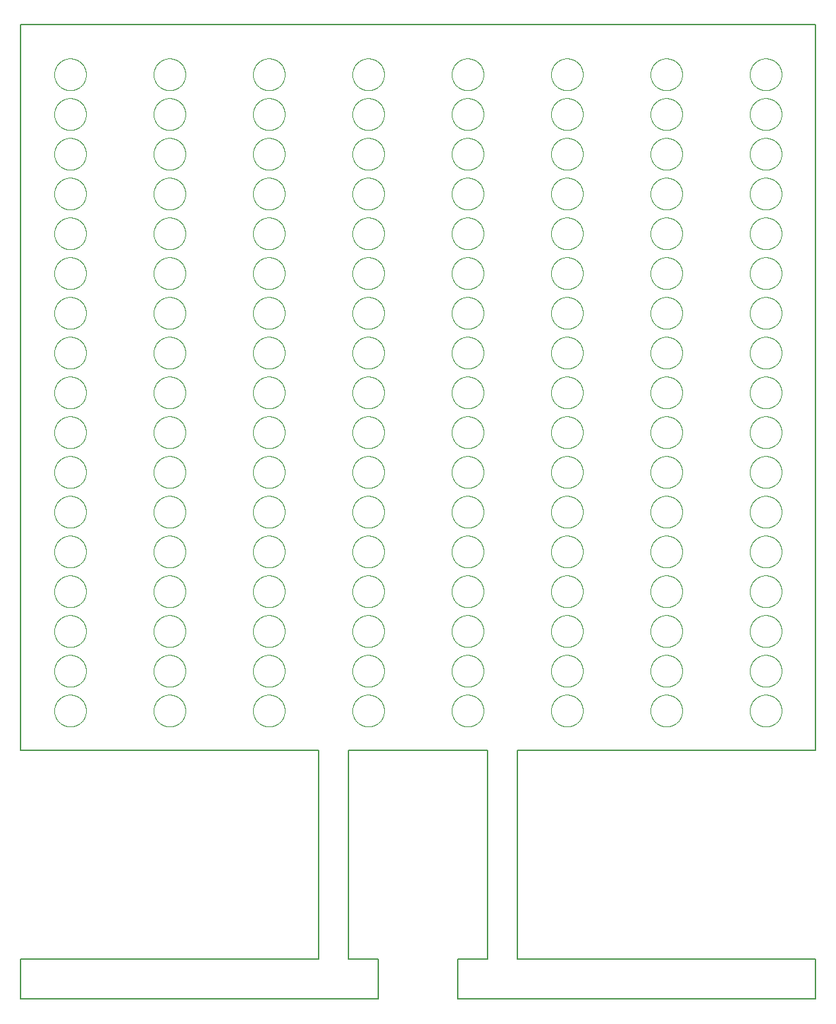
<source format=gko>
G75*
%MOIN*%
%OFA0B0*%
%FSLAX25Y25*%
%IPPOS*%
%LPD*%
%AMOC8*
5,1,8,0,0,1.08239X$1,22.5*
%
%ADD10C,0.00600*%
%ADD11C,0.00000*%
D10*
X0001300Y0001300D02*
X0181300Y0001300D01*
X0181300Y0021300D01*
X0166300Y0021300D01*
X0166300Y0126300D01*
X0236300Y0126300D01*
X0236300Y0021300D01*
X0221300Y0021300D01*
X0221300Y0001300D01*
X0401300Y0001300D01*
X0401300Y0021300D01*
X0251300Y0021300D01*
X0251300Y0126300D01*
X0401300Y0126300D01*
X0401300Y0491300D01*
X0001300Y0491300D01*
X0001300Y0126300D01*
X0151300Y0126300D01*
X0151300Y0021300D01*
X0001300Y0021300D01*
X0001300Y0001300D01*
D11*
X0018300Y0146300D02*
X0018302Y0146496D01*
X0018310Y0146693D01*
X0018322Y0146889D01*
X0018339Y0147084D01*
X0018360Y0147279D01*
X0018387Y0147474D01*
X0018418Y0147668D01*
X0018454Y0147861D01*
X0018494Y0148053D01*
X0018540Y0148244D01*
X0018590Y0148434D01*
X0018644Y0148622D01*
X0018704Y0148809D01*
X0018768Y0148995D01*
X0018836Y0149179D01*
X0018909Y0149361D01*
X0018986Y0149542D01*
X0019068Y0149720D01*
X0019154Y0149897D01*
X0019245Y0150071D01*
X0019339Y0150243D01*
X0019438Y0150413D01*
X0019541Y0150580D01*
X0019648Y0150745D01*
X0019759Y0150906D01*
X0019874Y0151066D01*
X0019993Y0151222D01*
X0020116Y0151375D01*
X0020242Y0151525D01*
X0020372Y0151672D01*
X0020506Y0151816D01*
X0020643Y0151957D01*
X0020784Y0152094D01*
X0020928Y0152228D01*
X0021075Y0152358D01*
X0021225Y0152484D01*
X0021378Y0152607D01*
X0021534Y0152726D01*
X0021694Y0152841D01*
X0021855Y0152952D01*
X0022020Y0153059D01*
X0022187Y0153162D01*
X0022357Y0153261D01*
X0022529Y0153355D01*
X0022703Y0153446D01*
X0022880Y0153532D01*
X0023058Y0153614D01*
X0023239Y0153691D01*
X0023421Y0153764D01*
X0023605Y0153832D01*
X0023791Y0153896D01*
X0023978Y0153956D01*
X0024166Y0154010D01*
X0024356Y0154060D01*
X0024547Y0154106D01*
X0024739Y0154146D01*
X0024932Y0154182D01*
X0025126Y0154213D01*
X0025321Y0154240D01*
X0025516Y0154261D01*
X0025711Y0154278D01*
X0025907Y0154290D01*
X0026104Y0154298D01*
X0026300Y0154300D01*
X0026496Y0154298D01*
X0026693Y0154290D01*
X0026889Y0154278D01*
X0027084Y0154261D01*
X0027279Y0154240D01*
X0027474Y0154213D01*
X0027668Y0154182D01*
X0027861Y0154146D01*
X0028053Y0154106D01*
X0028244Y0154060D01*
X0028434Y0154010D01*
X0028622Y0153956D01*
X0028809Y0153896D01*
X0028995Y0153832D01*
X0029179Y0153764D01*
X0029361Y0153691D01*
X0029542Y0153614D01*
X0029720Y0153532D01*
X0029897Y0153446D01*
X0030071Y0153355D01*
X0030243Y0153261D01*
X0030413Y0153162D01*
X0030580Y0153059D01*
X0030745Y0152952D01*
X0030906Y0152841D01*
X0031066Y0152726D01*
X0031222Y0152607D01*
X0031375Y0152484D01*
X0031525Y0152358D01*
X0031672Y0152228D01*
X0031816Y0152094D01*
X0031957Y0151957D01*
X0032094Y0151816D01*
X0032228Y0151672D01*
X0032358Y0151525D01*
X0032484Y0151375D01*
X0032607Y0151222D01*
X0032726Y0151066D01*
X0032841Y0150906D01*
X0032952Y0150745D01*
X0033059Y0150580D01*
X0033162Y0150413D01*
X0033261Y0150243D01*
X0033355Y0150071D01*
X0033446Y0149897D01*
X0033532Y0149720D01*
X0033614Y0149542D01*
X0033691Y0149361D01*
X0033764Y0149179D01*
X0033832Y0148995D01*
X0033896Y0148809D01*
X0033956Y0148622D01*
X0034010Y0148434D01*
X0034060Y0148244D01*
X0034106Y0148053D01*
X0034146Y0147861D01*
X0034182Y0147668D01*
X0034213Y0147474D01*
X0034240Y0147279D01*
X0034261Y0147084D01*
X0034278Y0146889D01*
X0034290Y0146693D01*
X0034298Y0146496D01*
X0034300Y0146300D01*
X0034298Y0146104D01*
X0034290Y0145907D01*
X0034278Y0145711D01*
X0034261Y0145516D01*
X0034240Y0145321D01*
X0034213Y0145126D01*
X0034182Y0144932D01*
X0034146Y0144739D01*
X0034106Y0144547D01*
X0034060Y0144356D01*
X0034010Y0144166D01*
X0033956Y0143978D01*
X0033896Y0143791D01*
X0033832Y0143605D01*
X0033764Y0143421D01*
X0033691Y0143239D01*
X0033614Y0143058D01*
X0033532Y0142880D01*
X0033446Y0142703D01*
X0033355Y0142529D01*
X0033261Y0142357D01*
X0033162Y0142187D01*
X0033059Y0142020D01*
X0032952Y0141855D01*
X0032841Y0141694D01*
X0032726Y0141534D01*
X0032607Y0141378D01*
X0032484Y0141225D01*
X0032358Y0141075D01*
X0032228Y0140928D01*
X0032094Y0140784D01*
X0031957Y0140643D01*
X0031816Y0140506D01*
X0031672Y0140372D01*
X0031525Y0140242D01*
X0031375Y0140116D01*
X0031222Y0139993D01*
X0031066Y0139874D01*
X0030906Y0139759D01*
X0030745Y0139648D01*
X0030580Y0139541D01*
X0030413Y0139438D01*
X0030243Y0139339D01*
X0030071Y0139245D01*
X0029897Y0139154D01*
X0029720Y0139068D01*
X0029542Y0138986D01*
X0029361Y0138909D01*
X0029179Y0138836D01*
X0028995Y0138768D01*
X0028809Y0138704D01*
X0028622Y0138644D01*
X0028434Y0138590D01*
X0028244Y0138540D01*
X0028053Y0138494D01*
X0027861Y0138454D01*
X0027668Y0138418D01*
X0027474Y0138387D01*
X0027279Y0138360D01*
X0027084Y0138339D01*
X0026889Y0138322D01*
X0026693Y0138310D01*
X0026496Y0138302D01*
X0026300Y0138300D01*
X0026104Y0138302D01*
X0025907Y0138310D01*
X0025711Y0138322D01*
X0025516Y0138339D01*
X0025321Y0138360D01*
X0025126Y0138387D01*
X0024932Y0138418D01*
X0024739Y0138454D01*
X0024547Y0138494D01*
X0024356Y0138540D01*
X0024166Y0138590D01*
X0023978Y0138644D01*
X0023791Y0138704D01*
X0023605Y0138768D01*
X0023421Y0138836D01*
X0023239Y0138909D01*
X0023058Y0138986D01*
X0022880Y0139068D01*
X0022703Y0139154D01*
X0022529Y0139245D01*
X0022357Y0139339D01*
X0022187Y0139438D01*
X0022020Y0139541D01*
X0021855Y0139648D01*
X0021694Y0139759D01*
X0021534Y0139874D01*
X0021378Y0139993D01*
X0021225Y0140116D01*
X0021075Y0140242D01*
X0020928Y0140372D01*
X0020784Y0140506D01*
X0020643Y0140643D01*
X0020506Y0140784D01*
X0020372Y0140928D01*
X0020242Y0141075D01*
X0020116Y0141225D01*
X0019993Y0141378D01*
X0019874Y0141534D01*
X0019759Y0141694D01*
X0019648Y0141855D01*
X0019541Y0142020D01*
X0019438Y0142187D01*
X0019339Y0142357D01*
X0019245Y0142529D01*
X0019154Y0142703D01*
X0019068Y0142880D01*
X0018986Y0143058D01*
X0018909Y0143239D01*
X0018836Y0143421D01*
X0018768Y0143605D01*
X0018704Y0143791D01*
X0018644Y0143978D01*
X0018590Y0144166D01*
X0018540Y0144356D01*
X0018494Y0144547D01*
X0018454Y0144739D01*
X0018418Y0144932D01*
X0018387Y0145126D01*
X0018360Y0145321D01*
X0018339Y0145516D01*
X0018322Y0145711D01*
X0018310Y0145907D01*
X0018302Y0146104D01*
X0018300Y0146300D01*
X0018300Y0166300D02*
X0018302Y0166496D01*
X0018310Y0166693D01*
X0018322Y0166889D01*
X0018339Y0167084D01*
X0018360Y0167279D01*
X0018387Y0167474D01*
X0018418Y0167668D01*
X0018454Y0167861D01*
X0018494Y0168053D01*
X0018540Y0168244D01*
X0018590Y0168434D01*
X0018644Y0168622D01*
X0018704Y0168809D01*
X0018768Y0168995D01*
X0018836Y0169179D01*
X0018909Y0169361D01*
X0018986Y0169542D01*
X0019068Y0169720D01*
X0019154Y0169897D01*
X0019245Y0170071D01*
X0019339Y0170243D01*
X0019438Y0170413D01*
X0019541Y0170580D01*
X0019648Y0170745D01*
X0019759Y0170906D01*
X0019874Y0171066D01*
X0019993Y0171222D01*
X0020116Y0171375D01*
X0020242Y0171525D01*
X0020372Y0171672D01*
X0020506Y0171816D01*
X0020643Y0171957D01*
X0020784Y0172094D01*
X0020928Y0172228D01*
X0021075Y0172358D01*
X0021225Y0172484D01*
X0021378Y0172607D01*
X0021534Y0172726D01*
X0021694Y0172841D01*
X0021855Y0172952D01*
X0022020Y0173059D01*
X0022187Y0173162D01*
X0022357Y0173261D01*
X0022529Y0173355D01*
X0022703Y0173446D01*
X0022880Y0173532D01*
X0023058Y0173614D01*
X0023239Y0173691D01*
X0023421Y0173764D01*
X0023605Y0173832D01*
X0023791Y0173896D01*
X0023978Y0173956D01*
X0024166Y0174010D01*
X0024356Y0174060D01*
X0024547Y0174106D01*
X0024739Y0174146D01*
X0024932Y0174182D01*
X0025126Y0174213D01*
X0025321Y0174240D01*
X0025516Y0174261D01*
X0025711Y0174278D01*
X0025907Y0174290D01*
X0026104Y0174298D01*
X0026300Y0174300D01*
X0026496Y0174298D01*
X0026693Y0174290D01*
X0026889Y0174278D01*
X0027084Y0174261D01*
X0027279Y0174240D01*
X0027474Y0174213D01*
X0027668Y0174182D01*
X0027861Y0174146D01*
X0028053Y0174106D01*
X0028244Y0174060D01*
X0028434Y0174010D01*
X0028622Y0173956D01*
X0028809Y0173896D01*
X0028995Y0173832D01*
X0029179Y0173764D01*
X0029361Y0173691D01*
X0029542Y0173614D01*
X0029720Y0173532D01*
X0029897Y0173446D01*
X0030071Y0173355D01*
X0030243Y0173261D01*
X0030413Y0173162D01*
X0030580Y0173059D01*
X0030745Y0172952D01*
X0030906Y0172841D01*
X0031066Y0172726D01*
X0031222Y0172607D01*
X0031375Y0172484D01*
X0031525Y0172358D01*
X0031672Y0172228D01*
X0031816Y0172094D01*
X0031957Y0171957D01*
X0032094Y0171816D01*
X0032228Y0171672D01*
X0032358Y0171525D01*
X0032484Y0171375D01*
X0032607Y0171222D01*
X0032726Y0171066D01*
X0032841Y0170906D01*
X0032952Y0170745D01*
X0033059Y0170580D01*
X0033162Y0170413D01*
X0033261Y0170243D01*
X0033355Y0170071D01*
X0033446Y0169897D01*
X0033532Y0169720D01*
X0033614Y0169542D01*
X0033691Y0169361D01*
X0033764Y0169179D01*
X0033832Y0168995D01*
X0033896Y0168809D01*
X0033956Y0168622D01*
X0034010Y0168434D01*
X0034060Y0168244D01*
X0034106Y0168053D01*
X0034146Y0167861D01*
X0034182Y0167668D01*
X0034213Y0167474D01*
X0034240Y0167279D01*
X0034261Y0167084D01*
X0034278Y0166889D01*
X0034290Y0166693D01*
X0034298Y0166496D01*
X0034300Y0166300D01*
X0034298Y0166104D01*
X0034290Y0165907D01*
X0034278Y0165711D01*
X0034261Y0165516D01*
X0034240Y0165321D01*
X0034213Y0165126D01*
X0034182Y0164932D01*
X0034146Y0164739D01*
X0034106Y0164547D01*
X0034060Y0164356D01*
X0034010Y0164166D01*
X0033956Y0163978D01*
X0033896Y0163791D01*
X0033832Y0163605D01*
X0033764Y0163421D01*
X0033691Y0163239D01*
X0033614Y0163058D01*
X0033532Y0162880D01*
X0033446Y0162703D01*
X0033355Y0162529D01*
X0033261Y0162357D01*
X0033162Y0162187D01*
X0033059Y0162020D01*
X0032952Y0161855D01*
X0032841Y0161694D01*
X0032726Y0161534D01*
X0032607Y0161378D01*
X0032484Y0161225D01*
X0032358Y0161075D01*
X0032228Y0160928D01*
X0032094Y0160784D01*
X0031957Y0160643D01*
X0031816Y0160506D01*
X0031672Y0160372D01*
X0031525Y0160242D01*
X0031375Y0160116D01*
X0031222Y0159993D01*
X0031066Y0159874D01*
X0030906Y0159759D01*
X0030745Y0159648D01*
X0030580Y0159541D01*
X0030413Y0159438D01*
X0030243Y0159339D01*
X0030071Y0159245D01*
X0029897Y0159154D01*
X0029720Y0159068D01*
X0029542Y0158986D01*
X0029361Y0158909D01*
X0029179Y0158836D01*
X0028995Y0158768D01*
X0028809Y0158704D01*
X0028622Y0158644D01*
X0028434Y0158590D01*
X0028244Y0158540D01*
X0028053Y0158494D01*
X0027861Y0158454D01*
X0027668Y0158418D01*
X0027474Y0158387D01*
X0027279Y0158360D01*
X0027084Y0158339D01*
X0026889Y0158322D01*
X0026693Y0158310D01*
X0026496Y0158302D01*
X0026300Y0158300D01*
X0026104Y0158302D01*
X0025907Y0158310D01*
X0025711Y0158322D01*
X0025516Y0158339D01*
X0025321Y0158360D01*
X0025126Y0158387D01*
X0024932Y0158418D01*
X0024739Y0158454D01*
X0024547Y0158494D01*
X0024356Y0158540D01*
X0024166Y0158590D01*
X0023978Y0158644D01*
X0023791Y0158704D01*
X0023605Y0158768D01*
X0023421Y0158836D01*
X0023239Y0158909D01*
X0023058Y0158986D01*
X0022880Y0159068D01*
X0022703Y0159154D01*
X0022529Y0159245D01*
X0022357Y0159339D01*
X0022187Y0159438D01*
X0022020Y0159541D01*
X0021855Y0159648D01*
X0021694Y0159759D01*
X0021534Y0159874D01*
X0021378Y0159993D01*
X0021225Y0160116D01*
X0021075Y0160242D01*
X0020928Y0160372D01*
X0020784Y0160506D01*
X0020643Y0160643D01*
X0020506Y0160784D01*
X0020372Y0160928D01*
X0020242Y0161075D01*
X0020116Y0161225D01*
X0019993Y0161378D01*
X0019874Y0161534D01*
X0019759Y0161694D01*
X0019648Y0161855D01*
X0019541Y0162020D01*
X0019438Y0162187D01*
X0019339Y0162357D01*
X0019245Y0162529D01*
X0019154Y0162703D01*
X0019068Y0162880D01*
X0018986Y0163058D01*
X0018909Y0163239D01*
X0018836Y0163421D01*
X0018768Y0163605D01*
X0018704Y0163791D01*
X0018644Y0163978D01*
X0018590Y0164166D01*
X0018540Y0164356D01*
X0018494Y0164547D01*
X0018454Y0164739D01*
X0018418Y0164932D01*
X0018387Y0165126D01*
X0018360Y0165321D01*
X0018339Y0165516D01*
X0018322Y0165711D01*
X0018310Y0165907D01*
X0018302Y0166104D01*
X0018300Y0166300D01*
X0018300Y0186300D02*
X0018302Y0186496D01*
X0018310Y0186693D01*
X0018322Y0186889D01*
X0018339Y0187084D01*
X0018360Y0187279D01*
X0018387Y0187474D01*
X0018418Y0187668D01*
X0018454Y0187861D01*
X0018494Y0188053D01*
X0018540Y0188244D01*
X0018590Y0188434D01*
X0018644Y0188622D01*
X0018704Y0188809D01*
X0018768Y0188995D01*
X0018836Y0189179D01*
X0018909Y0189361D01*
X0018986Y0189542D01*
X0019068Y0189720D01*
X0019154Y0189897D01*
X0019245Y0190071D01*
X0019339Y0190243D01*
X0019438Y0190413D01*
X0019541Y0190580D01*
X0019648Y0190745D01*
X0019759Y0190906D01*
X0019874Y0191066D01*
X0019993Y0191222D01*
X0020116Y0191375D01*
X0020242Y0191525D01*
X0020372Y0191672D01*
X0020506Y0191816D01*
X0020643Y0191957D01*
X0020784Y0192094D01*
X0020928Y0192228D01*
X0021075Y0192358D01*
X0021225Y0192484D01*
X0021378Y0192607D01*
X0021534Y0192726D01*
X0021694Y0192841D01*
X0021855Y0192952D01*
X0022020Y0193059D01*
X0022187Y0193162D01*
X0022357Y0193261D01*
X0022529Y0193355D01*
X0022703Y0193446D01*
X0022880Y0193532D01*
X0023058Y0193614D01*
X0023239Y0193691D01*
X0023421Y0193764D01*
X0023605Y0193832D01*
X0023791Y0193896D01*
X0023978Y0193956D01*
X0024166Y0194010D01*
X0024356Y0194060D01*
X0024547Y0194106D01*
X0024739Y0194146D01*
X0024932Y0194182D01*
X0025126Y0194213D01*
X0025321Y0194240D01*
X0025516Y0194261D01*
X0025711Y0194278D01*
X0025907Y0194290D01*
X0026104Y0194298D01*
X0026300Y0194300D01*
X0026496Y0194298D01*
X0026693Y0194290D01*
X0026889Y0194278D01*
X0027084Y0194261D01*
X0027279Y0194240D01*
X0027474Y0194213D01*
X0027668Y0194182D01*
X0027861Y0194146D01*
X0028053Y0194106D01*
X0028244Y0194060D01*
X0028434Y0194010D01*
X0028622Y0193956D01*
X0028809Y0193896D01*
X0028995Y0193832D01*
X0029179Y0193764D01*
X0029361Y0193691D01*
X0029542Y0193614D01*
X0029720Y0193532D01*
X0029897Y0193446D01*
X0030071Y0193355D01*
X0030243Y0193261D01*
X0030413Y0193162D01*
X0030580Y0193059D01*
X0030745Y0192952D01*
X0030906Y0192841D01*
X0031066Y0192726D01*
X0031222Y0192607D01*
X0031375Y0192484D01*
X0031525Y0192358D01*
X0031672Y0192228D01*
X0031816Y0192094D01*
X0031957Y0191957D01*
X0032094Y0191816D01*
X0032228Y0191672D01*
X0032358Y0191525D01*
X0032484Y0191375D01*
X0032607Y0191222D01*
X0032726Y0191066D01*
X0032841Y0190906D01*
X0032952Y0190745D01*
X0033059Y0190580D01*
X0033162Y0190413D01*
X0033261Y0190243D01*
X0033355Y0190071D01*
X0033446Y0189897D01*
X0033532Y0189720D01*
X0033614Y0189542D01*
X0033691Y0189361D01*
X0033764Y0189179D01*
X0033832Y0188995D01*
X0033896Y0188809D01*
X0033956Y0188622D01*
X0034010Y0188434D01*
X0034060Y0188244D01*
X0034106Y0188053D01*
X0034146Y0187861D01*
X0034182Y0187668D01*
X0034213Y0187474D01*
X0034240Y0187279D01*
X0034261Y0187084D01*
X0034278Y0186889D01*
X0034290Y0186693D01*
X0034298Y0186496D01*
X0034300Y0186300D01*
X0034298Y0186104D01*
X0034290Y0185907D01*
X0034278Y0185711D01*
X0034261Y0185516D01*
X0034240Y0185321D01*
X0034213Y0185126D01*
X0034182Y0184932D01*
X0034146Y0184739D01*
X0034106Y0184547D01*
X0034060Y0184356D01*
X0034010Y0184166D01*
X0033956Y0183978D01*
X0033896Y0183791D01*
X0033832Y0183605D01*
X0033764Y0183421D01*
X0033691Y0183239D01*
X0033614Y0183058D01*
X0033532Y0182880D01*
X0033446Y0182703D01*
X0033355Y0182529D01*
X0033261Y0182357D01*
X0033162Y0182187D01*
X0033059Y0182020D01*
X0032952Y0181855D01*
X0032841Y0181694D01*
X0032726Y0181534D01*
X0032607Y0181378D01*
X0032484Y0181225D01*
X0032358Y0181075D01*
X0032228Y0180928D01*
X0032094Y0180784D01*
X0031957Y0180643D01*
X0031816Y0180506D01*
X0031672Y0180372D01*
X0031525Y0180242D01*
X0031375Y0180116D01*
X0031222Y0179993D01*
X0031066Y0179874D01*
X0030906Y0179759D01*
X0030745Y0179648D01*
X0030580Y0179541D01*
X0030413Y0179438D01*
X0030243Y0179339D01*
X0030071Y0179245D01*
X0029897Y0179154D01*
X0029720Y0179068D01*
X0029542Y0178986D01*
X0029361Y0178909D01*
X0029179Y0178836D01*
X0028995Y0178768D01*
X0028809Y0178704D01*
X0028622Y0178644D01*
X0028434Y0178590D01*
X0028244Y0178540D01*
X0028053Y0178494D01*
X0027861Y0178454D01*
X0027668Y0178418D01*
X0027474Y0178387D01*
X0027279Y0178360D01*
X0027084Y0178339D01*
X0026889Y0178322D01*
X0026693Y0178310D01*
X0026496Y0178302D01*
X0026300Y0178300D01*
X0026104Y0178302D01*
X0025907Y0178310D01*
X0025711Y0178322D01*
X0025516Y0178339D01*
X0025321Y0178360D01*
X0025126Y0178387D01*
X0024932Y0178418D01*
X0024739Y0178454D01*
X0024547Y0178494D01*
X0024356Y0178540D01*
X0024166Y0178590D01*
X0023978Y0178644D01*
X0023791Y0178704D01*
X0023605Y0178768D01*
X0023421Y0178836D01*
X0023239Y0178909D01*
X0023058Y0178986D01*
X0022880Y0179068D01*
X0022703Y0179154D01*
X0022529Y0179245D01*
X0022357Y0179339D01*
X0022187Y0179438D01*
X0022020Y0179541D01*
X0021855Y0179648D01*
X0021694Y0179759D01*
X0021534Y0179874D01*
X0021378Y0179993D01*
X0021225Y0180116D01*
X0021075Y0180242D01*
X0020928Y0180372D01*
X0020784Y0180506D01*
X0020643Y0180643D01*
X0020506Y0180784D01*
X0020372Y0180928D01*
X0020242Y0181075D01*
X0020116Y0181225D01*
X0019993Y0181378D01*
X0019874Y0181534D01*
X0019759Y0181694D01*
X0019648Y0181855D01*
X0019541Y0182020D01*
X0019438Y0182187D01*
X0019339Y0182357D01*
X0019245Y0182529D01*
X0019154Y0182703D01*
X0019068Y0182880D01*
X0018986Y0183058D01*
X0018909Y0183239D01*
X0018836Y0183421D01*
X0018768Y0183605D01*
X0018704Y0183791D01*
X0018644Y0183978D01*
X0018590Y0184166D01*
X0018540Y0184356D01*
X0018494Y0184547D01*
X0018454Y0184739D01*
X0018418Y0184932D01*
X0018387Y0185126D01*
X0018360Y0185321D01*
X0018339Y0185516D01*
X0018322Y0185711D01*
X0018310Y0185907D01*
X0018302Y0186104D01*
X0018300Y0186300D01*
X0018300Y0206300D02*
X0018302Y0206496D01*
X0018310Y0206693D01*
X0018322Y0206889D01*
X0018339Y0207084D01*
X0018360Y0207279D01*
X0018387Y0207474D01*
X0018418Y0207668D01*
X0018454Y0207861D01*
X0018494Y0208053D01*
X0018540Y0208244D01*
X0018590Y0208434D01*
X0018644Y0208622D01*
X0018704Y0208809D01*
X0018768Y0208995D01*
X0018836Y0209179D01*
X0018909Y0209361D01*
X0018986Y0209542D01*
X0019068Y0209720D01*
X0019154Y0209897D01*
X0019245Y0210071D01*
X0019339Y0210243D01*
X0019438Y0210413D01*
X0019541Y0210580D01*
X0019648Y0210745D01*
X0019759Y0210906D01*
X0019874Y0211066D01*
X0019993Y0211222D01*
X0020116Y0211375D01*
X0020242Y0211525D01*
X0020372Y0211672D01*
X0020506Y0211816D01*
X0020643Y0211957D01*
X0020784Y0212094D01*
X0020928Y0212228D01*
X0021075Y0212358D01*
X0021225Y0212484D01*
X0021378Y0212607D01*
X0021534Y0212726D01*
X0021694Y0212841D01*
X0021855Y0212952D01*
X0022020Y0213059D01*
X0022187Y0213162D01*
X0022357Y0213261D01*
X0022529Y0213355D01*
X0022703Y0213446D01*
X0022880Y0213532D01*
X0023058Y0213614D01*
X0023239Y0213691D01*
X0023421Y0213764D01*
X0023605Y0213832D01*
X0023791Y0213896D01*
X0023978Y0213956D01*
X0024166Y0214010D01*
X0024356Y0214060D01*
X0024547Y0214106D01*
X0024739Y0214146D01*
X0024932Y0214182D01*
X0025126Y0214213D01*
X0025321Y0214240D01*
X0025516Y0214261D01*
X0025711Y0214278D01*
X0025907Y0214290D01*
X0026104Y0214298D01*
X0026300Y0214300D01*
X0026496Y0214298D01*
X0026693Y0214290D01*
X0026889Y0214278D01*
X0027084Y0214261D01*
X0027279Y0214240D01*
X0027474Y0214213D01*
X0027668Y0214182D01*
X0027861Y0214146D01*
X0028053Y0214106D01*
X0028244Y0214060D01*
X0028434Y0214010D01*
X0028622Y0213956D01*
X0028809Y0213896D01*
X0028995Y0213832D01*
X0029179Y0213764D01*
X0029361Y0213691D01*
X0029542Y0213614D01*
X0029720Y0213532D01*
X0029897Y0213446D01*
X0030071Y0213355D01*
X0030243Y0213261D01*
X0030413Y0213162D01*
X0030580Y0213059D01*
X0030745Y0212952D01*
X0030906Y0212841D01*
X0031066Y0212726D01*
X0031222Y0212607D01*
X0031375Y0212484D01*
X0031525Y0212358D01*
X0031672Y0212228D01*
X0031816Y0212094D01*
X0031957Y0211957D01*
X0032094Y0211816D01*
X0032228Y0211672D01*
X0032358Y0211525D01*
X0032484Y0211375D01*
X0032607Y0211222D01*
X0032726Y0211066D01*
X0032841Y0210906D01*
X0032952Y0210745D01*
X0033059Y0210580D01*
X0033162Y0210413D01*
X0033261Y0210243D01*
X0033355Y0210071D01*
X0033446Y0209897D01*
X0033532Y0209720D01*
X0033614Y0209542D01*
X0033691Y0209361D01*
X0033764Y0209179D01*
X0033832Y0208995D01*
X0033896Y0208809D01*
X0033956Y0208622D01*
X0034010Y0208434D01*
X0034060Y0208244D01*
X0034106Y0208053D01*
X0034146Y0207861D01*
X0034182Y0207668D01*
X0034213Y0207474D01*
X0034240Y0207279D01*
X0034261Y0207084D01*
X0034278Y0206889D01*
X0034290Y0206693D01*
X0034298Y0206496D01*
X0034300Y0206300D01*
X0034298Y0206104D01*
X0034290Y0205907D01*
X0034278Y0205711D01*
X0034261Y0205516D01*
X0034240Y0205321D01*
X0034213Y0205126D01*
X0034182Y0204932D01*
X0034146Y0204739D01*
X0034106Y0204547D01*
X0034060Y0204356D01*
X0034010Y0204166D01*
X0033956Y0203978D01*
X0033896Y0203791D01*
X0033832Y0203605D01*
X0033764Y0203421D01*
X0033691Y0203239D01*
X0033614Y0203058D01*
X0033532Y0202880D01*
X0033446Y0202703D01*
X0033355Y0202529D01*
X0033261Y0202357D01*
X0033162Y0202187D01*
X0033059Y0202020D01*
X0032952Y0201855D01*
X0032841Y0201694D01*
X0032726Y0201534D01*
X0032607Y0201378D01*
X0032484Y0201225D01*
X0032358Y0201075D01*
X0032228Y0200928D01*
X0032094Y0200784D01*
X0031957Y0200643D01*
X0031816Y0200506D01*
X0031672Y0200372D01*
X0031525Y0200242D01*
X0031375Y0200116D01*
X0031222Y0199993D01*
X0031066Y0199874D01*
X0030906Y0199759D01*
X0030745Y0199648D01*
X0030580Y0199541D01*
X0030413Y0199438D01*
X0030243Y0199339D01*
X0030071Y0199245D01*
X0029897Y0199154D01*
X0029720Y0199068D01*
X0029542Y0198986D01*
X0029361Y0198909D01*
X0029179Y0198836D01*
X0028995Y0198768D01*
X0028809Y0198704D01*
X0028622Y0198644D01*
X0028434Y0198590D01*
X0028244Y0198540D01*
X0028053Y0198494D01*
X0027861Y0198454D01*
X0027668Y0198418D01*
X0027474Y0198387D01*
X0027279Y0198360D01*
X0027084Y0198339D01*
X0026889Y0198322D01*
X0026693Y0198310D01*
X0026496Y0198302D01*
X0026300Y0198300D01*
X0026104Y0198302D01*
X0025907Y0198310D01*
X0025711Y0198322D01*
X0025516Y0198339D01*
X0025321Y0198360D01*
X0025126Y0198387D01*
X0024932Y0198418D01*
X0024739Y0198454D01*
X0024547Y0198494D01*
X0024356Y0198540D01*
X0024166Y0198590D01*
X0023978Y0198644D01*
X0023791Y0198704D01*
X0023605Y0198768D01*
X0023421Y0198836D01*
X0023239Y0198909D01*
X0023058Y0198986D01*
X0022880Y0199068D01*
X0022703Y0199154D01*
X0022529Y0199245D01*
X0022357Y0199339D01*
X0022187Y0199438D01*
X0022020Y0199541D01*
X0021855Y0199648D01*
X0021694Y0199759D01*
X0021534Y0199874D01*
X0021378Y0199993D01*
X0021225Y0200116D01*
X0021075Y0200242D01*
X0020928Y0200372D01*
X0020784Y0200506D01*
X0020643Y0200643D01*
X0020506Y0200784D01*
X0020372Y0200928D01*
X0020242Y0201075D01*
X0020116Y0201225D01*
X0019993Y0201378D01*
X0019874Y0201534D01*
X0019759Y0201694D01*
X0019648Y0201855D01*
X0019541Y0202020D01*
X0019438Y0202187D01*
X0019339Y0202357D01*
X0019245Y0202529D01*
X0019154Y0202703D01*
X0019068Y0202880D01*
X0018986Y0203058D01*
X0018909Y0203239D01*
X0018836Y0203421D01*
X0018768Y0203605D01*
X0018704Y0203791D01*
X0018644Y0203978D01*
X0018590Y0204166D01*
X0018540Y0204356D01*
X0018494Y0204547D01*
X0018454Y0204739D01*
X0018418Y0204932D01*
X0018387Y0205126D01*
X0018360Y0205321D01*
X0018339Y0205516D01*
X0018322Y0205711D01*
X0018310Y0205907D01*
X0018302Y0206104D01*
X0018300Y0206300D01*
X0018300Y0226300D02*
X0018302Y0226496D01*
X0018310Y0226693D01*
X0018322Y0226889D01*
X0018339Y0227084D01*
X0018360Y0227279D01*
X0018387Y0227474D01*
X0018418Y0227668D01*
X0018454Y0227861D01*
X0018494Y0228053D01*
X0018540Y0228244D01*
X0018590Y0228434D01*
X0018644Y0228622D01*
X0018704Y0228809D01*
X0018768Y0228995D01*
X0018836Y0229179D01*
X0018909Y0229361D01*
X0018986Y0229542D01*
X0019068Y0229720D01*
X0019154Y0229897D01*
X0019245Y0230071D01*
X0019339Y0230243D01*
X0019438Y0230413D01*
X0019541Y0230580D01*
X0019648Y0230745D01*
X0019759Y0230906D01*
X0019874Y0231066D01*
X0019993Y0231222D01*
X0020116Y0231375D01*
X0020242Y0231525D01*
X0020372Y0231672D01*
X0020506Y0231816D01*
X0020643Y0231957D01*
X0020784Y0232094D01*
X0020928Y0232228D01*
X0021075Y0232358D01*
X0021225Y0232484D01*
X0021378Y0232607D01*
X0021534Y0232726D01*
X0021694Y0232841D01*
X0021855Y0232952D01*
X0022020Y0233059D01*
X0022187Y0233162D01*
X0022357Y0233261D01*
X0022529Y0233355D01*
X0022703Y0233446D01*
X0022880Y0233532D01*
X0023058Y0233614D01*
X0023239Y0233691D01*
X0023421Y0233764D01*
X0023605Y0233832D01*
X0023791Y0233896D01*
X0023978Y0233956D01*
X0024166Y0234010D01*
X0024356Y0234060D01*
X0024547Y0234106D01*
X0024739Y0234146D01*
X0024932Y0234182D01*
X0025126Y0234213D01*
X0025321Y0234240D01*
X0025516Y0234261D01*
X0025711Y0234278D01*
X0025907Y0234290D01*
X0026104Y0234298D01*
X0026300Y0234300D01*
X0026496Y0234298D01*
X0026693Y0234290D01*
X0026889Y0234278D01*
X0027084Y0234261D01*
X0027279Y0234240D01*
X0027474Y0234213D01*
X0027668Y0234182D01*
X0027861Y0234146D01*
X0028053Y0234106D01*
X0028244Y0234060D01*
X0028434Y0234010D01*
X0028622Y0233956D01*
X0028809Y0233896D01*
X0028995Y0233832D01*
X0029179Y0233764D01*
X0029361Y0233691D01*
X0029542Y0233614D01*
X0029720Y0233532D01*
X0029897Y0233446D01*
X0030071Y0233355D01*
X0030243Y0233261D01*
X0030413Y0233162D01*
X0030580Y0233059D01*
X0030745Y0232952D01*
X0030906Y0232841D01*
X0031066Y0232726D01*
X0031222Y0232607D01*
X0031375Y0232484D01*
X0031525Y0232358D01*
X0031672Y0232228D01*
X0031816Y0232094D01*
X0031957Y0231957D01*
X0032094Y0231816D01*
X0032228Y0231672D01*
X0032358Y0231525D01*
X0032484Y0231375D01*
X0032607Y0231222D01*
X0032726Y0231066D01*
X0032841Y0230906D01*
X0032952Y0230745D01*
X0033059Y0230580D01*
X0033162Y0230413D01*
X0033261Y0230243D01*
X0033355Y0230071D01*
X0033446Y0229897D01*
X0033532Y0229720D01*
X0033614Y0229542D01*
X0033691Y0229361D01*
X0033764Y0229179D01*
X0033832Y0228995D01*
X0033896Y0228809D01*
X0033956Y0228622D01*
X0034010Y0228434D01*
X0034060Y0228244D01*
X0034106Y0228053D01*
X0034146Y0227861D01*
X0034182Y0227668D01*
X0034213Y0227474D01*
X0034240Y0227279D01*
X0034261Y0227084D01*
X0034278Y0226889D01*
X0034290Y0226693D01*
X0034298Y0226496D01*
X0034300Y0226300D01*
X0034298Y0226104D01*
X0034290Y0225907D01*
X0034278Y0225711D01*
X0034261Y0225516D01*
X0034240Y0225321D01*
X0034213Y0225126D01*
X0034182Y0224932D01*
X0034146Y0224739D01*
X0034106Y0224547D01*
X0034060Y0224356D01*
X0034010Y0224166D01*
X0033956Y0223978D01*
X0033896Y0223791D01*
X0033832Y0223605D01*
X0033764Y0223421D01*
X0033691Y0223239D01*
X0033614Y0223058D01*
X0033532Y0222880D01*
X0033446Y0222703D01*
X0033355Y0222529D01*
X0033261Y0222357D01*
X0033162Y0222187D01*
X0033059Y0222020D01*
X0032952Y0221855D01*
X0032841Y0221694D01*
X0032726Y0221534D01*
X0032607Y0221378D01*
X0032484Y0221225D01*
X0032358Y0221075D01*
X0032228Y0220928D01*
X0032094Y0220784D01*
X0031957Y0220643D01*
X0031816Y0220506D01*
X0031672Y0220372D01*
X0031525Y0220242D01*
X0031375Y0220116D01*
X0031222Y0219993D01*
X0031066Y0219874D01*
X0030906Y0219759D01*
X0030745Y0219648D01*
X0030580Y0219541D01*
X0030413Y0219438D01*
X0030243Y0219339D01*
X0030071Y0219245D01*
X0029897Y0219154D01*
X0029720Y0219068D01*
X0029542Y0218986D01*
X0029361Y0218909D01*
X0029179Y0218836D01*
X0028995Y0218768D01*
X0028809Y0218704D01*
X0028622Y0218644D01*
X0028434Y0218590D01*
X0028244Y0218540D01*
X0028053Y0218494D01*
X0027861Y0218454D01*
X0027668Y0218418D01*
X0027474Y0218387D01*
X0027279Y0218360D01*
X0027084Y0218339D01*
X0026889Y0218322D01*
X0026693Y0218310D01*
X0026496Y0218302D01*
X0026300Y0218300D01*
X0026104Y0218302D01*
X0025907Y0218310D01*
X0025711Y0218322D01*
X0025516Y0218339D01*
X0025321Y0218360D01*
X0025126Y0218387D01*
X0024932Y0218418D01*
X0024739Y0218454D01*
X0024547Y0218494D01*
X0024356Y0218540D01*
X0024166Y0218590D01*
X0023978Y0218644D01*
X0023791Y0218704D01*
X0023605Y0218768D01*
X0023421Y0218836D01*
X0023239Y0218909D01*
X0023058Y0218986D01*
X0022880Y0219068D01*
X0022703Y0219154D01*
X0022529Y0219245D01*
X0022357Y0219339D01*
X0022187Y0219438D01*
X0022020Y0219541D01*
X0021855Y0219648D01*
X0021694Y0219759D01*
X0021534Y0219874D01*
X0021378Y0219993D01*
X0021225Y0220116D01*
X0021075Y0220242D01*
X0020928Y0220372D01*
X0020784Y0220506D01*
X0020643Y0220643D01*
X0020506Y0220784D01*
X0020372Y0220928D01*
X0020242Y0221075D01*
X0020116Y0221225D01*
X0019993Y0221378D01*
X0019874Y0221534D01*
X0019759Y0221694D01*
X0019648Y0221855D01*
X0019541Y0222020D01*
X0019438Y0222187D01*
X0019339Y0222357D01*
X0019245Y0222529D01*
X0019154Y0222703D01*
X0019068Y0222880D01*
X0018986Y0223058D01*
X0018909Y0223239D01*
X0018836Y0223421D01*
X0018768Y0223605D01*
X0018704Y0223791D01*
X0018644Y0223978D01*
X0018590Y0224166D01*
X0018540Y0224356D01*
X0018494Y0224547D01*
X0018454Y0224739D01*
X0018418Y0224932D01*
X0018387Y0225126D01*
X0018360Y0225321D01*
X0018339Y0225516D01*
X0018322Y0225711D01*
X0018310Y0225907D01*
X0018302Y0226104D01*
X0018300Y0226300D01*
X0018300Y0246300D02*
X0018302Y0246496D01*
X0018310Y0246693D01*
X0018322Y0246889D01*
X0018339Y0247084D01*
X0018360Y0247279D01*
X0018387Y0247474D01*
X0018418Y0247668D01*
X0018454Y0247861D01*
X0018494Y0248053D01*
X0018540Y0248244D01*
X0018590Y0248434D01*
X0018644Y0248622D01*
X0018704Y0248809D01*
X0018768Y0248995D01*
X0018836Y0249179D01*
X0018909Y0249361D01*
X0018986Y0249542D01*
X0019068Y0249720D01*
X0019154Y0249897D01*
X0019245Y0250071D01*
X0019339Y0250243D01*
X0019438Y0250413D01*
X0019541Y0250580D01*
X0019648Y0250745D01*
X0019759Y0250906D01*
X0019874Y0251066D01*
X0019993Y0251222D01*
X0020116Y0251375D01*
X0020242Y0251525D01*
X0020372Y0251672D01*
X0020506Y0251816D01*
X0020643Y0251957D01*
X0020784Y0252094D01*
X0020928Y0252228D01*
X0021075Y0252358D01*
X0021225Y0252484D01*
X0021378Y0252607D01*
X0021534Y0252726D01*
X0021694Y0252841D01*
X0021855Y0252952D01*
X0022020Y0253059D01*
X0022187Y0253162D01*
X0022357Y0253261D01*
X0022529Y0253355D01*
X0022703Y0253446D01*
X0022880Y0253532D01*
X0023058Y0253614D01*
X0023239Y0253691D01*
X0023421Y0253764D01*
X0023605Y0253832D01*
X0023791Y0253896D01*
X0023978Y0253956D01*
X0024166Y0254010D01*
X0024356Y0254060D01*
X0024547Y0254106D01*
X0024739Y0254146D01*
X0024932Y0254182D01*
X0025126Y0254213D01*
X0025321Y0254240D01*
X0025516Y0254261D01*
X0025711Y0254278D01*
X0025907Y0254290D01*
X0026104Y0254298D01*
X0026300Y0254300D01*
X0026496Y0254298D01*
X0026693Y0254290D01*
X0026889Y0254278D01*
X0027084Y0254261D01*
X0027279Y0254240D01*
X0027474Y0254213D01*
X0027668Y0254182D01*
X0027861Y0254146D01*
X0028053Y0254106D01*
X0028244Y0254060D01*
X0028434Y0254010D01*
X0028622Y0253956D01*
X0028809Y0253896D01*
X0028995Y0253832D01*
X0029179Y0253764D01*
X0029361Y0253691D01*
X0029542Y0253614D01*
X0029720Y0253532D01*
X0029897Y0253446D01*
X0030071Y0253355D01*
X0030243Y0253261D01*
X0030413Y0253162D01*
X0030580Y0253059D01*
X0030745Y0252952D01*
X0030906Y0252841D01*
X0031066Y0252726D01*
X0031222Y0252607D01*
X0031375Y0252484D01*
X0031525Y0252358D01*
X0031672Y0252228D01*
X0031816Y0252094D01*
X0031957Y0251957D01*
X0032094Y0251816D01*
X0032228Y0251672D01*
X0032358Y0251525D01*
X0032484Y0251375D01*
X0032607Y0251222D01*
X0032726Y0251066D01*
X0032841Y0250906D01*
X0032952Y0250745D01*
X0033059Y0250580D01*
X0033162Y0250413D01*
X0033261Y0250243D01*
X0033355Y0250071D01*
X0033446Y0249897D01*
X0033532Y0249720D01*
X0033614Y0249542D01*
X0033691Y0249361D01*
X0033764Y0249179D01*
X0033832Y0248995D01*
X0033896Y0248809D01*
X0033956Y0248622D01*
X0034010Y0248434D01*
X0034060Y0248244D01*
X0034106Y0248053D01*
X0034146Y0247861D01*
X0034182Y0247668D01*
X0034213Y0247474D01*
X0034240Y0247279D01*
X0034261Y0247084D01*
X0034278Y0246889D01*
X0034290Y0246693D01*
X0034298Y0246496D01*
X0034300Y0246300D01*
X0034298Y0246104D01*
X0034290Y0245907D01*
X0034278Y0245711D01*
X0034261Y0245516D01*
X0034240Y0245321D01*
X0034213Y0245126D01*
X0034182Y0244932D01*
X0034146Y0244739D01*
X0034106Y0244547D01*
X0034060Y0244356D01*
X0034010Y0244166D01*
X0033956Y0243978D01*
X0033896Y0243791D01*
X0033832Y0243605D01*
X0033764Y0243421D01*
X0033691Y0243239D01*
X0033614Y0243058D01*
X0033532Y0242880D01*
X0033446Y0242703D01*
X0033355Y0242529D01*
X0033261Y0242357D01*
X0033162Y0242187D01*
X0033059Y0242020D01*
X0032952Y0241855D01*
X0032841Y0241694D01*
X0032726Y0241534D01*
X0032607Y0241378D01*
X0032484Y0241225D01*
X0032358Y0241075D01*
X0032228Y0240928D01*
X0032094Y0240784D01*
X0031957Y0240643D01*
X0031816Y0240506D01*
X0031672Y0240372D01*
X0031525Y0240242D01*
X0031375Y0240116D01*
X0031222Y0239993D01*
X0031066Y0239874D01*
X0030906Y0239759D01*
X0030745Y0239648D01*
X0030580Y0239541D01*
X0030413Y0239438D01*
X0030243Y0239339D01*
X0030071Y0239245D01*
X0029897Y0239154D01*
X0029720Y0239068D01*
X0029542Y0238986D01*
X0029361Y0238909D01*
X0029179Y0238836D01*
X0028995Y0238768D01*
X0028809Y0238704D01*
X0028622Y0238644D01*
X0028434Y0238590D01*
X0028244Y0238540D01*
X0028053Y0238494D01*
X0027861Y0238454D01*
X0027668Y0238418D01*
X0027474Y0238387D01*
X0027279Y0238360D01*
X0027084Y0238339D01*
X0026889Y0238322D01*
X0026693Y0238310D01*
X0026496Y0238302D01*
X0026300Y0238300D01*
X0026104Y0238302D01*
X0025907Y0238310D01*
X0025711Y0238322D01*
X0025516Y0238339D01*
X0025321Y0238360D01*
X0025126Y0238387D01*
X0024932Y0238418D01*
X0024739Y0238454D01*
X0024547Y0238494D01*
X0024356Y0238540D01*
X0024166Y0238590D01*
X0023978Y0238644D01*
X0023791Y0238704D01*
X0023605Y0238768D01*
X0023421Y0238836D01*
X0023239Y0238909D01*
X0023058Y0238986D01*
X0022880Y0239068D01*
X0022703Y0239154D01*
X0022529Y0239245D01*
X0022357Y0239339D01*
X0022187Y0239438D01*
X0022020Y0239541D01*
X0021855Y0239648D01*
X0021694Y0239759D01*
X0021534Y0239874D01*
X0021378Y0239993D01*
X0021225Y0240116D01*
X0021075Y0240242D01*
X0020928Y0240372D01*
X0020784Y0240506D01*
X0020643Y0240643D01*
X0020506Y0240784D01*
X0020372Y0240928D01*
X0020242Y0241075D01*
X0020116Y0241225D01*
X0019993Y0241378D01*
X0019874Y0241534D01*
X0019759Y0241694D01*
X0019648Y0241855D01*
X0019541Y0242020D01*
X0019438Y0242187D01*
X0019339Y0242357D01*
X0019245Y0242529D01*
X0019154Y0242703D01*
X0019068Y0242880D01*
X0018986Y0243058D01*
X0018909Y0243239D01*
X0018836Y0243421D01*
X0018768Y0243605D01*
X0018704Y0243791D01*
X0018644Y0243978D01*
X0018590Y0244166D01*
X0018540Y0244356D01*
X0018494Y0244547D01*
X0018454Y0244739D01*
X0018418Y0244932D01*
X0018387Y0245126D01*
X0018360Y0245321D01*
X0018339Y0245516D01*
X0018322Y0245711D01*
X0018310Y0245907D01*
X0018302Y0246104D01*
X0018300Y0246300D01*
X0018300Y0266300D02*
X0018302Y0266496D01*
X0018310Y0266693D01*
X0018322Y0266889D01*
X0018339Y0267084D01*
X0018360Y0267279D01*
X0018387Y0267474D01*
X0018418Y0267668D01*
X0018454Y0267861D01*
X0018494Y0268053D01*
X0018540Y0268244D01*
X0018590Y0268434D01*
X0018644Y0268622D01*
X0018704Y0268809D01*
X0018768Y0268995D01*
X0018836Y0269179D01*
X0018909Y0269361D01*
X0018986Y0269542D01*
X0019068Y0269720D01*
X0019154Y0269897D01*
X0019245Y0270071D01*
X0019339Y0270243D01*
X0019438Y0270413D01*
X0019541Y0270580D01*
X0019648Y0270745D01*
X0019759Y0270906D01*
X0019874Y0271066D01*
X0019993Y0271222D01*
X0020116Y0271375D01*
X0020242Y0271525D01*
X0020372Y0271672D01*
X0020506Y0271816D01*
X0020643Y0271957D01*
X0020784Y0272094D01*
X0020928Y0272228D01*
X0021075Y0272358D01*
X0021225Y0272484D01*
X0021378Y0272607D01*
X0021534Y0272726D01*
X0021694Y0272841D01*
X0021855Y0272952D01*
X0022020Y0273059D01*
X0022187Y0273162D01*
X0022357Y0273261D01*
X0022529Y0273355D01*
X0022703Y0273446D01*
X0022880Y0273532D01*
X0023058Y0273614D01*
X0023239Y0273691D01*
X0023421Y0273764D01*
X0023605Y0273832D01*
X0023791Y0273896D01*
X0023978Y0273956D01*
X0024166Y0274010D01*
X0024356Y0274060D01*
X0024547Y0274106D01*
X0024739Y0274146D01*
X0024932Y0274182D01*
X0025126Y0274213D01*
X0025321Y0274240D01*
X0025516Y0274261D01*
X0025711Y0274278D01*
X0025907Y0274290D01*
X0026104Y0274298D01*
X0026300Y0274300D01*
X0026496Y0274298D01*
X0026693Y0274290D01*
X0026889Y0274278D01*
X0027084Y0274261D01*
X0027279Y0274240D01*
X0027474Y0274213D01*
X0027668Y0274182D01*
X0027861Y0274146D01*
X0028053Y0274106D01*
X0028244Y0274060D01*
X0028434Y0274010D01*
X0028622Y0273956D01*
X0028809Y0273896D01*
X0028995Y0273832D01*
X0029179Y0273764D01*
X0029361Y0273691D01*
X0029542Y0273614D01*
X0029720Y0273532D01*
X0029897Y0273446D01*
X0030071Y0273355D01*
X0030243Y0273261D01*
X0030413Y0273162D01*
X0030580Y0273059D01*
X0030745Y0272952D01*
X0030906Y0272841D01*
X0031066Y0272726D01*
X0031222Y0272607D01*
X0031375Y0272484D01*
X0031525Y0272358D01*
X0031672Y0272228D01*
X0031816Y0272094D01*
X0031957Y0271957D01*
X0032094Y0271816D01*
X0032228Y0271672D01*
X0032358Y0271525D01*
X0032484Y0271375D01*
X0032607Y0271222D01*
X0032726Y0271066D01*
X0032841Y0270906D01*
X0032952Y0270745D01*
X0033059Y0270580D01*
X0033162Y0270413D01*
X0033261Y0270243D01*
X0033355Y0270071D01*
X0033446Y0269897D01*
X0033532Y0269720D01*
X0033614Y0269542D01*
X0033691Y0269361D01*
X0033764Y0269179D01*
X0033832Y0268995D01*
X0033896Y0268809D01*
X0033956Y0268622D01*
X0034010Y0268434D01*
X0034060Y0268244D01*
X0034106Y0268053D01*
X0034146Y0267861D01*
X0034182Y0267668D01*
X0034213Y0267474D01*
X0034240Y0267279D01*
X0034261Y0267084D01*
X0034278Y0266889D01*
X0034290Y0266693D01*
X0034298Y0266496D01*
X0034300Y0266300D01*
X0034298Y0266104D01*
X0034290Y0265907D01*
X0034278Y0265711D01*
X0034261Y0265516D01*
X0034240Y0265321D01*
X0034213Y0265126D01*
X0034182Y0264932D01*
X0034146Y0264739D01*
X0034106Y0264547D01*
X0034060Y0264356D01*
X0034010Y0264166D01*
X0033956Y0263978D01*
X0033896Y0263791D01*
X0033832Y0263605D01*
X0033764Y0263421D01*
X0033691Y0263239D01*
X0033614Y0263058D01*
X0033532Y0262880D01*
X0033446Y0262703D01*
X0033355Y0262529D01*
X0033261Y0262357D01*
X0033162Y0262187D01*
X0033059Y0262020D01*
X0032952Y0261855D01*
X0032841Y0261694D01*
X0032726Y0261534D01*
X0032607Y0261378D01*
X0032484Y0261225D01*
X0032358Y0261075D01*
X0032228Y0260928D01*
X0032094Y0260784D01*
X0031957Y0260643D01*
X0031816Y0260506D01*
X0031672Y0260372D01*
X0031525Y0260242D01*
X0031375Y0260116D01*
X0031222Y0259993D01*
X0031066Y0259874D01*
X0030906Y0259759D01*
X0030745Y0259648D01*
X0030580Y0259541D01*
X0030413Y0259438D01*
X0030243Y0259339D01*
X0030071Y0259245D01*
X0029897Y0259154D01*
X0029720Y0259068D01*
X0029542Y0258986D01*
X0029361Y0258909D01*
X0029179Y0258836D01*
X0028995Y0258768D01*
X0028809Y0258704D01*
X0028622Y0258644D01*
X0028434Y0258590D01*
X0028244Y0258540D01*
X0028053Y0258494D01*
X0027861Y0258454D01*
X0027668Y0258418D01*
X0027474Y0258387D01*
X0027279Y0258360D01*
X0027084Y0258339D01*
X0026889Y0258322D01*
X0026693Y0258310D01*
X0026496Y0258302D01*
X0026300Y0258300D01*
X0026104Y0258302D01*
X0025907Y0258310D01*
X0025711Y0258322D01*
X0025516Y0258339D01*
X0025321Y0258360D01*
X0025126Y0258387D01*
X0024932Y0258418D01*
X0024739Y0258454D01*
X0024547Y0258494D01*
X0024356Y0258540D01*
X0024166Y0258590D01*
X0023978Y0258644D01*
X0023791Y0258704D01*
X0023605Y0258768D01*
X0023421Y0258836D01*
X0023239Y0258909D01*
X0023058Y0258986D01*
X0022880Y0259068D01*
X0022703Y0259154D01*
X0022529Y0259245D01*
X0022357Y0259339D01*
X0022187Y0259438D01*
X0022020Y0259541D01*
X0021855Y0259648D01*
X0021694Y0259759D01*
X0021534Y0259874D01*
X0021378Y0259993D01*
X0021225Y0260116D01*
X0021075Y0260242D01*
X0020928Y0260372D01*
X0020784Y0260506D01*
X0020643Y0260643D01*
X0020506Y0260784D01*
X0020372Y0260928D01*
X0020242Y0261075D01*
X0020116Y0261225D01*
X0019993Y0261378D01*
X0019874Y0261534D01*
X0019759Y0261694D01*
X0019648Y0261855D01*
X0019541Y0262020D01*
X0019438Y0262187D01*
X0019339Y0262357D01*
X0019245Y0262529D01*
X0019154Y0262703D01*
X0019068Y0262880D01*
X0018986Y0263058D01*
X0018909Y0263239D01*
X0018836Y0263421D01*
X0018768Y0263605D01*
X0018704Y0263791D01*
X0018644Y0263978D01*
X0018590Y0264166D01*
X0018540Y0264356D01*
X0018494Y0264547D01*
X0018454Y0264739D01*
X0018418Y0264932D01*
X0018387Y0265126D01*
X0018360Y0265321D01*
X0018339Y0265516D01*
X0018322Y0265711D01*
X0018310Y0265907D01*
X0018302Y0266104D01*
X0018300Y0266300D01*
X0018300Y0286300D02*
X0018302Y0286496D01*
X0018310Y0286693D01*
X0018322Y0286889D01*
X0018339Y0287084D01*
X0018360Y0287279D01*
X0018387Y0287474D01*
X0018418Y0287668D01*
X0018454Y0287861D01*
X0018494Y0288053D01*
X0018540Y0288244D01*
X0018590Y0288434D01*
X0018644Y0288622D01*
X0018704Y0288809D01*
X0018768Y0288995D01*
X0018836Y0289179D01*
X0018909Y0289361D01*
X0018986Y0289542D01*
X0019068Y0289720D01*
X0019154Y0289897D01*
X0019245Y0290071D01*
X0019339Y0290243D01*
X0019438Y0290413D01*
X0019541Y0290580D01*
X0019648Y0290745D01*
X0019759Y0290906D01*
X0019874Y0291066D01*
X0019993Y0291222D01*
X0020116Y0291375D01*
X0020242Y0291525D01*
X0020372Y0291672D01*
X0020506Y0291816D01*
X0020643Y0291957D01*
X0020784Y0292094D01*
X0020928Y0292228D01*
X0021075Y0292358D01*
X0021225Y0292484D01*
X0021378Y0292607D01*
X0021534Y0292726D01*
X0021694Y0292841D01*
X0021855Y0292952D01*
X0022020Y0293059D01*
X0022187Y0293162D01*
X0022357Y0293261D01*
X0022529Y0293355D01*
X0022703Y0293446D01*
X0022880Y0293532D01*
X0023058Y0293614D01*
X0023239Y0293691D01*
X0023421Y0293764D01*
X0023605Y0293832D01*
X0023791Y0293896D01*
X0023978Y0293956D01*
X0024166Y0294010D01*
X0024356Y0294060D01*
X0024547Y0294106D01*
X0024739Y0294146D01*
X0024932Y0294182D01*
X0025126Y0294213D01*
X0025321Y0294240D01*
X0025516Y0294261D01*
X0025711Y0294278D01*
X0025907Y0294290D01*
X0026104Y0294298D01*
X0026300Y0294300D01*
X0026496Y0294298D01*
X0026693Y0294290D01*
X0026889Y0294278D01*
X0027084Y0294261D01*
X0027279Y0294240D01*
X0027474Y0294213D01*
X0027668Y0294182D01*
X0027861Y0294146D01*
X0028053Y0294106D01*
X0028244Y0294060D01*
X0028434Y0294010D01*
X0028622Y0293956D01*
X0028809Y0293896D01*
X0028995Y0293832D01*
X0029179Y0293764D01*
X0029361Y0293691D01*
X0029542Y0293614D01*
X0029720Y0293532D01*
X0029897Y0293446D01*
X0030071Y0293355D01*
X0030243Y0293261D01*
X0030413Y0293162D01*
X0030580Y0293059D01*
X0030745Y0292952D01*
X0030906Y0292841D01*
X0031066Y0292726D01*
X0031222Y0292607D01*
X0031375Y0292484D01*
X0031525Y0292358D01*
X0031672Y0292228D01*
X0031816Y0292094D01*
X0031957Y0291957D01*
X0032094Y0291816D01*
X0032228Y0291672D01*
X0032358Y0291525D01*
X0032484Y0291375D01*
X0032607Y0291222D01*
X0032726Y0291066D01*
X0032841Y0290906D01*
X0032952Y0290745D01*
X0033059Y0290580D01*
X0033162Y0290413D01*
X0033261Y0290243D01*
X0033355Y0290071D01*
X0033446Y0289897D01*
X0033532Y0289720D01*
X0033614Y0289542D01*
X0033691Y0289361D01*
X0033764Y0289179D01*
X0033832Y0288995D01*
X0033896Y0288809D01*
X0033956Y0288622D01*
X0034010Y0288434D01*
X0034060Y0288244D01*
X0034106Y0288053D01*
X0034146Y0287861D01*
X0034182Y0287668D01*
X0034213Y0287474D01*
X0034240Y0287279D01*
X0034261Y0287084D01*
X0034278Y0286889D01*
X0034290Y0286693D01*
X0034298Y0286496D01*
X0034300Y0286300D01*
X0034298Y0286104D01*
X0034290Y0285907D01*
X0034278Y0285711D01*
X0034261Y0285516D01*
X0034240Y0285321D01*
X0034213Y0285126D01*
X0034182Y0284932D01*
X0034146Y0284739D01*
X0034106Y0284547D01*
X0034060Y0284356D01*
X0034010Y0284166D01*
X0033956Y0283978D01*
X0033896Y0283791D01*
X0033832Y0283605D01*
X0033764Y0283421D01*
X0033691Y0283239D01*
X0033614Y0283058D01*
X0033532Y0282880D01*
X0033446Y0282703D01*
X0033355Y0282529D01*
X0033261Y0282357D01*
X0033162Y0282187D01*
X0033059Y0282020D01*
X0032952Y0281855D01*
X0032841Y0281694D01*
X0032726Y0281534D01*
X0032607Y0281378D01*
X0032484Y0281225D01*
X0032358Y0281075D01*
X0032228Y0280928D01*
X0032094Y0280784D01*
X0031957Y0280643D01*
X0031816Y0280506D01*
X0031672Y0280372D01*
X0031525Y0280242D01*
X0031375Y0280116D01*
X0031222Y0279993D01*
X0031066Y0279874D01*
X0030906Y0279759D01*
X0030745Y0279648D01*
X0030580Y0279541D01*
X0030413Y0279438D01*
X0030243Y0279339D01*
X0030071Y0279245D01*
X0029897Y0279154D01*
X0029720Y0279068D01*
X0029542Y0278986D01*
X0029361Y0278909D01*
X0029179Y0278836D01*
X0028995Y0278768D01*
X0028809Y0278704D01*
X0028622Y0278644D01*
X0028434Y0278590D01*
X0028244Y0278540D01*
X0028053Y0278494D01*
X0027861Y0278454D01*
X0027668Y0278418D01*
X0027474Y0278387D01*
X0027279Y0278360D01*
X0027084Y0278339D01*
X0026889Y0278322D01*
X0026693Y0278310D01*
X0026496Y0278302D01*
X0026300Y0278300D01*
X0026104Y0278302D01*
X0025907Y0278310D01*
X0025711Y0278322D01*
X0025516Y0278339D01*
X0025321Y0278360D01*
X0025126Y0278387D01*
X0024932Y0278418D01*
X0024739Y0278454D01*
X0024547Y0278494D01*
X0024356Y0278540D01*
X0024166Y0278590D01*
X0023978Y0278644D01*
X0023791Y0278704D01*
X0023605Y0278768D01*
X0023421Y0278836D01*
X0023239Y0278909D01*
X0023058Y0278986D01*
X0022880Y0279068D01*
X0022703Y0279154D01*
X0022529Y0279245D01*
X0022357Y0279339D01*
X0022187Y0279438D01*
X0022020Y0279541D01*
X0021855Y0279648D01*
X0021694Y0279759D01*
X0021534Y0279874D01*
X0021378Y0279993D01*
X0021225Y0280116D01*
X0021075Y0280242D01*
X0020928Y0280372D01*
X0020784Y0280506D01*
X0020643Y0280643D01*
X0020506Y0280784D01*
X0020372Y0280928D01*
X0020242Y0281075D01*
X0020116Y0281225D01*
X0019993Y0281378D01*
X0019874Y0281534D01*
X0019759Y0281694D01*
X0019648Y0281855D01*
X0019541Y0282020D01*
X0019438Y0282187D01*
X0019339Y0282357D01*
X0019245Y0282529D01*
X0019154Y0282703D01*
X0019068Y0282880D01*
X0018986Y0283058D01*
X0018909Y0283239D01*
X0018836Y0283421D01*
X0018768Y0283605D01*
X0018704Y0283791D01*
X0018644Y0283978D01*
X0018590Y0284166D01*
X0018540Y0284356D01*
X0018494Y0284547D01*
X0018454Y0284739D01*
X0018418Y0284932D01*
X0018387Y0285126D01*
X0018360Y0285321D01*
X0018339Y0285516D01*
X0018322Y0285711D01*
X0018310Y0285907D01*
X0018302Y0286104D01*
X0018300Y0286300D01*
X0018300Y0306300D02*
X0018302Y0306496D01*
X0018310Y0306693D01*
X0018322Y0306889D01*
X0018339Y0307084D01*
X0018360Y0307279D01*
X0018387Y0307474D01*
X0018418Y0307668D01*
X0018454Y0307861D01*
X0018494Y0308053D01*
X0018540Y0308244D01*
X0018590Y0308434D01*
X0018644Y0308622D01*
X0018704Y0308809D01*
X0018768Y0308995D01*
X0018836Y0309179D01*
X0018909Y0309361D01*
X0018986Y0309542D01*
X0019068Y0309720D01*
X0019154Y0309897D01*
X0019245Y0310071D01*
X0019339Y0310243D01*
X0019438Y0310413D01*
X0019541Y0310580D01*
X0019648Y0310745D01*
X0019759Y0310906D01*
X0019874Y0311066D01*
X0019993Y0311222D01*
X0020116Y0311375D01*
X0020242Y0311525D01*
X0020372Y0311672D01*
X0020506Y0311816D01*
X0020643Y0311957D01*
X0020784Y0312094D01*
X0020928Y0312228D01*
X0021075Y0312358D01*
X0021225Y0312484D01*
X0021378Y0312607D01*
X0021534Y0312726D01*
X0021694Y0312841D01*
X0021855Y0312952D01*
X0022020Y0313059D01*
X0022187Y0313162D01*
X0022357Y0313261D01*
X0022529Y0313355D01*
X0022703Y0313446D01*
X0022880Y0313532D01*
X0023058Y0313614D01*
X0023239Y0313691D01*
X0023421Y0313764D01*
X0023605Y0313832D01*
X0023791Y0313896D01*
X0023978Y0313956D01*
X0024166Y0314010D01*
X0024356Y0314060D01*
X0024547Y0314106D01*
X0024739Y0314146D01*
X0024932Y0314182D01*
X0025126Y0314213D01*
X0025321Y0314240D01*
X0025516Y0314261D01*
X0025711Y0314278D01*
X0025907Y0314290D01*
X0026104Y0314298D01*
X0026300Y0314300D01*
X0026496Y0314298D01*
X0026693Y0314290D01*
X0026889Y0314278D01*
X0027084Y0314261D01*
X0027279Y0314240D01*
X0027474Y0314213D01*
X0027668Y0314182D01*
X0027861Y0314146D01*
X0028053Y0314106D01*
X0028244Y0314060D01*
X0028434Y0314010D01*
X0028622Y0313956D01*
X0028809Y0313896D01*
X0028995Y0313832D01*
X0029179Y0313764D01*
X0029361Y0313691D01*
X0029542Y0313614D01*
X0029720Y0313532D01*
X0029897Y0313446D01*
X0030071Y0313355D01*
X0030243Y0313261D01*
X0030413Y0313162D01*
X0030580Y0313059D01*
X0030745Y0312952D01*
X0030906Y0312841D01*
X0031066Y0312726D01*
X0031222Y0312607D01*
X0031375Y0312484D01*
X0031525Y0312358D01*
X0031672Y0312228D01*
X0031816Y0312094D01*
X0031957Y0311957D01*
X0032094Y0311816D01*
X0032228Y0311672D01*
X0032358Y0311525D01*
X0032484Y0311375D01*
X0032607Y0311222D01*
X0032726Y0311066D01*
X0032841Y0310906D01*
X0032952Y0310745D01*
X0033059Y0310580D01*
X0033162Y0310413D01*
X0033261Y0310243D01*
X0033355Y0310071D01*
X0033446Y0309897D01*
X0033532Y0309720D01*
X0033614Y0309542D01*
X0033691Y0309361D01*
X0033764Y0309179D01*
X0033832Y0308995D01*
X0033896Y0308809D01*
X0033956Y0308622D01*
X0034010Y0308434D01*
X0034060Y0308244D01*
X0034106Y0308053D01*
X0034146Y0307861D01*
X0034182Y0307668D01*
X0034213Y0307474D01*
X0034240Y0307279D01*
X0034261Y0307084D01*
X0034278Y0306889D01*
X0034290Y0306693D01*
X0034298Y0306496D01*
X0034300Y0306300D01*
X0034298Y0306104D01*
X0034290Y0305907D01*
X0034278Y0305711D01*
X0034261Y0305516D01*
X0034240Y0305321D01*
X0034213Y0305126D01*
X0034182Y0304932D01*
X0034146Y0304739D01*
X0034106Y0304547D01*
X0034060Y0304356D01*
X0034010Y0304166D01*
X0033956Y0303978D01*
X0033896Y0303791D01*
X0033832Y0303605D01*
X0033764Y0303421D01*
X0033691Y0303239D01*
X0033614Y0303058D01*
X0033532Y0302880D01*
X0033446Y0302703D01*
X0033355Y0302529D01*
X0033261Y0302357D01*
X0033162Y0302187D01*
X0033059Y0302020D01*
X0032952Y0301855D01*
X0032841Y0301694D01*
X0032726Y0301534D01*
X0032607Y0301378D01*
X0032484Y0301225D01*
X0032358Y0301075D01*
X0032228Y0300928D01*
X0032094Y0300784D01*
X0031957Y0300643D01*
X0031816Y0300506D01*
X0031672Y0300372D01*
X0031525Y0300242D01*
X0031375Y0300116D01*
X0031222Y0299993D01*
X0031066Y0299874D01*
X0030906Y0299759D01*
X0030745Y0299648D01*
X0030580Y0299541D01*
X0030413Y0299438D01*
X0030243Y0299339D01*
X0030071Y0299245D01*
X0029897Y0299154D01*
X0029720Y0299068D01*
X0029542Y0298986D01*
X0029361Y0298909D01*
X0029179Y0298836D01*
X0028995Y0298768D01*
X0028809Y0298704D01*
X0028622Y0298644D01*
X0028434Y0298590D01*
X0028244Y0298540D01*
X0028053Y0298494D01*
X0027861Y0298454D01*
X0027668Y0298418D01*
X0027474Y0298387D01*
X0027279Y0298360D01*
X0027084Y0298339D01*
X0026889Y0298322D01*
X0026693Y0298310D01*
X0026496Y0298302D01*
X0026300Y0298300D01*
X0026104Y0298302D01*
X0025907Y0298310D01*
X0025711Y0298322D01*
X0025516Y0298339D01*
X0025321Y0298360D01*
X0025126Y0298387D01*
X0024932Y0298418D01*
X0024739Y0298454D01*
X0024547Y0298494D01*
X0024356Y0298540D01*
X0024166Y0298590D01*
X0023978Y0298644D01*
X0023791Y0298704D01*
X0023605Y0298768D01*
X0023421Y0298836D01*
X0023239Y0298909D01*
X0023058Y0298986D01*
X0022880Y0299068D01*
X0022703Y0299154D01*
X0022529Y0299245D01*
X0022357Y0299339D01*
X0022187Y0299438D01*
X0022020Y0299541D01*
X0021855Y0299648D01*
X0021694Y0299759D01*
X0021534Y0299874D01*
X0021378Y0299993D01*
X0021225Y0300116D01*
X0021075Y0300242D01*
X0020928Y0300372D01*
X0020784Y0300506D01*
X0020643Y0300643D01*
X0020506Y0300784D01*
X0020372Y0300928D01*
X0020242Y0301075D01*
X0020116Y0301225D01*
X0019993Y0301378D01*
X0019874Y0301534D01*
X0019759Y0301694D01*
X0019648Y0301855D01*
X0019541Y0302020D01*
X0019438Y0302187D01*
X0019339Y0302357D01*
X0019245Y0302529D01*
X0019154Y0302703D01*
X0019068Y0302880D01*
X0018986Y0303058D01*
X0018909Y0303239D01*
X0018836Y0303421D01*
X0018768Y0303605D01*
X0018704Y0303791D01*
X0018644Y0303978D01*
X0018590Y0304166D01*
X0018540Y0304356D01*
X0018494Y0304547D01*
X0018454Y0304739D01*
X0018418Y0304932D01*
X0018387Y0305126D01*
X0018360Y0305321D01*
X0018339Y0305516D01*
X0018322Y0305711D01*
X0018310Y0305907D01*
X0018302Y0306104D01*
X0018300Y0306300D01*
X0018300Y0326300D02*
X0018302Y0326496D01*
X0018310Y0326693D01*
X0018322Y0326889D01*
X0018339Y0327084D01*
X0018360Y0327279D01*
X0018387Y0327474D01*
X0018418Y0327668D01*
X0018454Y0327861D01*
X0018494Y0328053D01*
X0018540Y0328244D01*
X0018590Y0328434D01*
X0018644Y0328622D01*
X0018704Y0328809D01*
X0018768Y0328995D01*
X0018836Y0329179D01*
X0018909Y0329361D01*
X0018986Y0329542D01*
X0019068Y0329720D01*
X0019154Y0329897D01*
X0019245Y0330071D01*
X0019339Y0330243D01*
X0019438Y0330413D01*
X0019541Y0330580D01*
X0019648Y0330745D01*
X0019759Y0330906D01*
X0019874Y0331066D01*
X0019993Y0331222D01*
X0020116Y0331375D01*
X0020242Y0331525D01*
X0020372Y0331672D01*
X0020506Y0331816D01*
X0020643Y0331957D01*
X0020784Y0332094D01*
X0020928Y0332228D01*
X0021075Y0332358D01*
X0021225Y0332484D01*
X0021378Y0332607D01*
X0021534Y0332726D01*
X0021694Y0332841D01*
X0021855Y0332952D01*
X0022020Y0333059D01*
X0022187Y0333162D01*
X0022357Y0333261D01*
X0022529Y0333355D01*
X0022703Y0333446D01*
X0022880Y0333532D01*
X0023058Y0333614D01*
X0023239Y0333691D01*
X0023421Y0333764D01*
X0023605Y0333832D01*
X0023791Y0333896D01*
X0023978Y0333956D01*
X0024166Y0334010D01*
X0024356Y0334060D01*
X0024547Y0334106D01*
X0024739Y0334146D01*
X0024932Y0334182D01*
X0025126Y0334213D01*
X0025321Y0334240D01*
X0025516Y0334261D01*
X0025711Y0334278D01*
X0025907Y0334290D01*
X0026104Y0334298D01*
X0026300Y0334300D01*
X0026496Y0334298D01*
X0026693Y0334290D01*
X0026889Y0334278D01*
X0027084Y0334261D01*
X0027279Y0334240D01*
X0027474Y0334213D01*
X0027668Y0334182D01*
X0027861Y0334146D01*
X0028053Y0334106D01*
X0028244Y0334060D01*
X0028434Y0334010D01*
X0028622Y0333956D01*
X0028809Y0333896D01*
X0028995Y0333832D01*
X0029179Y0333764D01*
X0029361Y0333691D01*
X0029542Y0333614D01*
X0029720Y0333532D01*
X0029897Y0333446D01*
X0030071Y0333355D01*
X0030243Y0333261D01*
X0030413Y0333162D01*
X0030580Y0333059D01*
X0030745Y0332952D01*
X0030906Y0332841D01*
X0031066Y0332726D01*
X0031222Y0332607D01*
X0031375Y0332484D01*
X0031525Y0332358D01*
X0031672Y0332228D01*
X0031816Y0332094D01*
X0031957Y0331957D01*
X0032094Y0331816D01*
X0032228Y0331672D01*
X0032358Y0331525D01*
X0032484Y0331375D01*
X0032607Y0331222D01*
X0032726Y0331066D01*
X0032841Y0330906D01*
X0032952Y0330745D01*
X0033059Y0330580D01*
X0033162Y0330413D01*
X0033261Y0330243D01*
X0033355Y0330071D01*
X0033446Y0329897D01*
X0033532Y0329720D01*
X0033614Y0329542D01*
X0033691Y0329361D01*
X0033764Y0329179D01*
X0033832Y0328995D01*
X0033896Y0328809D01*
X0033956Y0328622D01*
X0034010Y0328434D01*
X0034060Y0328244D01*
X0034106Y0328053D01*
X0034146Y0327861D01*
X0034182Y0327668D01*
X0034213Y0327474D01*
X0034240Y0327279D01*
X0034261Y0327084D01*
X0034278Y0326889D01*
X0034290Y0326693D01*
X0034298Y0326496D01*
X0034300Y0326300D01*
X0034298Y0326104D01*
X0034290Y0325907D01*
X0034278Y0325711D01*
X0034261Y0325516D01*
X0034240Y0325321D01*
X0034213Y0325126D01*
X0034182Y0324932D01*
X0034146Y0324739D01*
X0034106Y0324547D01*
X0034060Y0324356D01*
X0034010Y0324166D01*
X0033956Y0323978D01*
X0033896Y0323791D01*
X0033832Y0323605D01*
X0033764Y0323421D01*
X0033691Y0323239D01*
X0033614Y0323058D01*
X0033532Y0322880D01*
X0033446Y0322703D01*
X0033355Y0322529D01*
X0033261Y0322357D01*
X0033162Y0322187D01*
X0033059Y0322020D01*
X0032952Y0321855D01*
X0032841Y0321694D01*
X0032726Y0321534D01*
X0032607Y0321378D01*
X0032484Y0321225D01*
X0032358Y0321075D01*
X0032228Y0320928D01*
X0032094Y0320784D01*
X0031957Y0320643D01*
X0031816Y0320506D01*
X0031672Y0320372D01*
X0031525Y0320242D01*
X0031375Y0320116D01*
X0031222Y0319993D01*
X0031066Y0319874D01*
X0030906Y0319759D01*
X0030745Y0319648D01*
X0030580Y0319541D01*
X0030413Y0319438D01*
X0030243Y0319339D01*
X0030071Y0319245D01*
X0029897Y0319154D01*
X0029720Y0319068D01*
X0029542Y0318986D01*
X0029361Y0318909D01*
X0029179Y0318836D01*
X0028995Y0318768D01*
X0028809Y0318704D01*
X0028622Y0318644D01*
X0028434Y0318590D01*
X0028244Y0318540D01*
X0028053Y0318494D01*
X0027861Y0318454D01*
X0027668Y0318418D01*
X0027474Y0318387D01*
X0027279Y0318360D01*
X0027084Y0318339D01*
X0026889Y0318322D01*
X0026693Y0318310D01*
X0026496Y0318302D01*
X0026300Y0318300D01*
X0026104Y0318302D01*
X0025907Y0318310D01*
X0025711Y0318322D01*
X0025516Y0318339D01*
X0025321Y0318360D01*
X0025126Y0318387D01*
X0024932Y0318418D01*
X0024739Y0318454D01*
X0024547Y0318494D01*
X0024356Y0318540D01*
X0024166Y0318590D01*
X0023978Y0318644D01*
X0023791Y0318704D01*
X0023605Y0318768D01*
X0023421Y0318836D01*
X0023239Y0318909D01*
X0023058Y0318986D01*
X0022880Y0319068D01*
X0022703Y0319154D01*
X0022529Y0319245D01*
X0022357Y0319339D01*
X0022187Y0319438D01*
X0022020Y0319541D01*
X0021855Y0319648D01*
X0021694Y0319759D01*
X0021534Y0319874D01*
X0021378Y0319993D01*
X0021225Y0320116D01*
X0021075Y0320242D01*
X0020928Y0320372D01*
X0020784Y0320506D01*
X0020643Y0320643D01*
X0020506Y0320784D01*
X0020372Y0320928D01*
X0020242Y0321075D01*
X0020116Y0321225D01*
X0019993Y0321378D01*
X0019874Y0321534D01*
X0019759Y0321694D01*
X0019648Y0321855D01*
X0019541Y0322020D01*
X0019438Y0322187D01*
X0019339Y0322357D01*
X0019245Y0322529D01*
X0019154Y0322703D01*
X0019068Y0322880D01*
X0018986Y0323058D01*
X0018909Y0323239D01*
X0018836Y0323421D01*
X0018768Y0323605D01*
X0018704Y0323791D01*
X0018644Y0323978D01*
X0018590Y0324166D01*
X0018540Y0324356D01*
X0018494Y0324547D01*
X0018454Y0324739D01*
X0018418Y0324932D01*
X0018387Y0325126D01*
X0018360Y0325321D01*
X0018339Y0325516D01*
X0018322Y0325711D01*
X0018310Y0325907D01*
X0018302Y0326104D01*
X0018300Y0326300D01*
X0018300Y0346300D02*
X0018302Y0346496D01*
X0018310Y0346693D01*
X0018322Y0346889D01*
X0018339Y0347084D01*
X0018360Y0347279D01*
X0018387Y0347474D01*
X0018418Y0347668D01*
X0018454Y0347861D01*
X0018494Y0348053D01*
X0018540Y0348244D01*
X0018590Y0348434D01*
X0018644Y0348622D01*
X0018704Y0348809D01*
X0018768Y0348995D01*
X0018836Y0349179D01*
X0018909Y0349361D01*
X0018986Y0349542D01*
X0019068Y0349720D01*
X0019154Y0349897D01*
X0019245Y0350071D01*
X0019339Y0350243D01*
X0019438Y0350413D01*
X0019541Y0350580D01*
X0019648Y0350745D01*
X0019759Y0350906D01*
X0019874Y0351066D01*
X0019993Y0351222D01*
X0020116Y0351375D01*
X0020242Y0351525D01*
X0020372Y0351672D01*
X0020506Y0351816D01*
X0020643Y0351957D01*
X0020784Y0352094D01*
X0020928Y0352228D01*
X0021075Y0352358D01*
X0021225Y0352484D01*
X0021378Y0352607D01*
X0021534Y0352726D01*
X0021694Y0352841D01*
X0021855Y0352952D01*
X0022020Y0353059D01*
X0022187Y0353162D01*
X0022357Y0353261D01*
X0022529Y0353355D01*
X0022703Y0353446D01*
X0022880Y0353532D01*
X0023058Y0353614D01*
X0023239Y0353691D01*
X0023421Y0353764D01*
X0023605Y0353832D01*
X0023791Y0353896D01*
X0023978Y0353956D01*
X0024166Y0354010D01*
X0024356Y0354060D01*
X0024547Y0354106D01*
X0024739Y0354146D01*
X0024932Y0354182D01*
X0025126Y0354213D01*
X0025321Y0354240D01*
X0025516Y0354261D01*
X0025711Y0354278D01*
X0025907Y0354290D01*
X0026104Y0354298D01*
X0026300Y0354300D01*
X0026496Y0354298D01*
X0026693Y0354290D01*
X0026889Y0354278D01*
X0027084Y0354261D01*
X0027279Y0354240D01*
X0027474Y0354213D01*
X0027668Y0354182D01*
X0027861Y0354146D01*
X0028053Y0354106D01*
X0028244Y0354060D01*
X0028434Y0354010D01*
X0028622Y0353956D01*
X0028809Y0353896D01*
X0028995Y0353832D01*
X0029179Y0353764D01*
X0029361Y0353691D01*
X0029542Y0353614D01*
X0029720Y0353532D01*
X0029897Y0353446D01*
X0030071Y0353355D01*
X0030243Y0353261D01*
X0030413Y0353162D01*
X0030580Y0353059D01*
X0030745Y0352952D01*
X0030906Y0352841D01*
X0031066Y0352726D01*
X0031222Y0352607D01*
X0031375Y0352484D01*
X0031525Y0352358D01*
X0031672Y0352228D01*
X0031816Y0352094D01*
X0031957Y0351957D01*
X0032094Y0351816D01*
X0032228Y0351672D01*
X0032358Y0351525D01*
X0032484Y0351375D01*
X0032607Y0351222D01*
X0032726Y0351066D01*
X0032841Y0350906D01*
X0032952Y0350745D01*
X0033059Y0350580D01*
X0033162Y0350413D01*
X0033261Y0350243D01*
X0033355Y0350071D01*
X0033446Y0349897D01*
X0033532Y0349720D01*
X0033614Y0349542D01*
X0033691Y0349361D01*
X0033764Y0349179D01*
X0033832Y0348995D01*
X0033896Y0348809D01*
X0033956Y0348622D01*
X0034010Y0348434D01*
X0034060Y0348244D01*
X0034106Y0348053D01*
X0034146Y0347861D01*
X0034182Y0347668D01*
X0034213Y0347474D01*
X0034240Y0347279D01*
X0034261Y0347084D01*
X0034278Y0346889D01*
X0034290Y0346693D01*
X0034298Y0346496D01*
X0034300Y0346300D01*
X0034298Y0346104D01*
X0034290Y0345907D01*
X0034278Y0345711D01*
X0034261Y0345516D01*
X0034240Y0345321D01*
X0034213Y0345126D01*
X0034182Y0344932D01*
X0034146Y0344739D01*
X0034106Y0344547D01*
X0034060Y0344356D01*
X0034010Y0344166D01*
X0033956Y0343978D01*
X0033896Y0343791D01*
X0033832Y0343605D01*
X0033764Y0343421D01*
X0033691Y0343239D01*
X0033614Y0343058D01*
X0033532Y0342880D01*
X0033446Y0342703D01*
X0033355Y0342529D01*
X0033261Y0342357D01*
X0033162Y0342187D01*
X0033059Y0342020D01*
X0032952Y0341855D01*
X0032841Y0341694D01*
X0032726Y0341534D01*
X0032607Y0341378D01*
X0032484Y0341225D01*
X0032358Y0341075D01*
X0032228Y0340928D01*
X0032094Y0340784D01*
X0031957Y0340643D01*
X0031816Y0340506D01*
X0031672Y0340372D01*
X0031525Y0340242D01*
X0031375Y0340116D01*
X0031222Y0339993D01*
X0031066Y0339874D01*
X0030906Y0339759D01*
X0030745Y0339648D01*
X0030580Y0339541D01*
X0030413Y0339438D01*
X0030243Y0339339D01*
X0030071Y0339245D01*
X0029897Y0339154D01*
X0029720Y0339068D01*
X0029542Y0338986D01*
X0029361Y0338909D01*
X0029179Y0338836D01*
X0028995Y0338768D01*
X0028809Y0338704D01*
X0028622Y0338644D01*
X0028434Y0338590D01*
X0028244Y0338540D01*
X0028053Y0338494D01*
X0027861Y0338454D01*
X0027668Y0338418D01*
X0027474Y0338387D01*
X0027279Y0338360D01*
X0027084Y0338339D01*
X0026889Y0338322D01*
X0026693Y0338310D01*
X0026496Y0338302D01*
X0026300Y0338300D01*
X0026104Y0338302D01*
X0025907Y0338310D01*
X0025711Y0338322D01*
X0025516Y0338339D01*
X0025321Y0338360D01*
X0025126Y0338387D01*
X0024932Y0338418D01*
X0024739Y0338454D01*
X0024547Y0338494D01*
X0024356Y0338540D01*
X0024166Y0338590D01*
X0023978Y0338644D01*
X0023791Y0338704D01*
X0023605Y0338768D01*
X0023421Y0338836D01*
X0023239Y0338909D01*
X0023058Y0338986D01*
X0022880Y0339068D01*
X0022703Y0339154D01*
X0022529Y0339245D01*
X0022357Y0339339D01*
X0022187Y0339438D01*
X0022020Y0339541D01*
X0021855Y0339648D01*
X0021694Y0339759D01*
X0021534Y0339874D01*
X0021378Y0339993D01*
X0021225Y0340116D01*
X0021075Y0340242D01*
X0020928Y0340372D01*
X0020784Y0340506D01*
X0020643Y0340643D01*
X0020506Y0340784D01*
X0020372Y0340928D01*
X0020242Y0341075D01*
X0020116Y0341225D01*
X0019993Y0341378D01*
X0019874Y0341534D01*
X0019759Y0341694D01*
X0019648Y0341855D01*
X0019541Y0342020D01*
X0019438Y0342187D01*
X0019339Y0342357D01*
X0019245Y0342529D01*
X0019154Y0342703D01*
X0019068Y0342880D01*
X0018986Y0343058D01*
X0018909Y0343239D01*
X0018836Y0343421D01*
X0018768Y0343605D01*
X0018704Y0343791D01*
X0018644Y0343978D01*
X0018590Y0344166D01*
X0018540Y0344356D01*
X0018494Y0344547D01*
X0018454Y0344739D01*
X0018418Y0344932D01*
X0018387Y0345126D01*
X0018360Y0345321D01*
X0018339Y0345516D01*
X0018322Y0345711D01*
X0018310Y0345907D01*
X0018302Y0346104D01*
X0018300Y0346300D01*
X0018300Y0366300D02*
X0018302Y0366496D01*
X0018310Y0366693D01*
X0018322Y0366889D01*
X0018339Y0367084D01*
X0018360Y0367279D01*
X0018387Y0367474D01*
X0018418Y0367668D01*
X0018454Y0367861D01*
X0018494Y0368053D01*
X0018540Y0368244D01*
X0018590Y0368434D01*
X0018644Y0368622D01*
X0018704Y0368809D01*
X0018768Y0368995D01*
X0018836Y0369179D01*
X0018909Y0369361D01*
X0018986Y0369542D01*
X0019068Y0369720D01*
X0019154Y0369897D01*
X0019245Y0370071D01*
X0019339Y0370243D01*
X0019438Y0370413D01*
X0019541Y0370580D01*
X0019648Y0370745D01*
X0019759Y0370906D01*
X0019874Y0371066D01*
X0019993Y0371222D01*
X0020116Y0371375D01*
X0020242Y0371525D01*
X0020372Y0371672D01*
X0020506Y0371816D01*
X0020643Y0371957D01*
X0020784Y0372094D01*
X0020928Y0372228D01*
X0021075Y0372358D01*
X0021225Y0372484D01*
X0021378Y0372607D01*
X0021534Y0372726D01*
X0021694Y0372841D01*
X0021855Y0372952D01*
X0022020Y0373059D01*
X0022187Y0373162D01*
X0022357Y0373261D01*
X0022529Y0373355D01*
X0022703Y0373446D01*
X0022880Y0373532D01*
X0023058Y0373614D01*
X0023239Y0373691D01*
X0023421Y0373764D01*
X0023605Y0373832D01*
X0023791Y0373896D01*
X0023978Y0373956D01*
X0024166Y0374010D01*
X0024356Y0374060D01*
X0024547Y0374106D01*
X0024739Y0374146D01*
X0024932Y0374182D01*
X0025126Y0374213D01*
X0025321Y0374240D01*
X0025516Y0374261D01*
X0025711Y0374278D01*
X0025907Y0374290D01*
X0026104Y0374298D01*
X0026300Y0374300D01*
X0026496Y0374298D01*
X0026693Y0374290D01*
X0026889Y0374278D01*
X0027084Y0374261D01*
X0027279Y0374240D01*
X0027474Y0374213D01*
X0027668Y0374182D01*
X0027861Y0374146D01*
X0028053Y0374106D01*
X0028244Y0374060D01*
X0028434Y0374010D01*
X0028622Y0373956D01*
X0028809Y0373896D01*
X0028995Y0373832D01*
X0029179Y0373764D01*
X0029361Y0373691D01*
X0029542Y0373614D01*
X0029720Y0373532D01*
X0029897Y0373446D01*
X0030071Y0373355D01*
X0030243Y0373261D01*
X0030413Y0373162D01*
X0030580Y0373059D01*
X0030745Y0372952D01*
X0030906Y0372841D01*
X0031066Y0372726D01*
X0031222Y0372607D01*
X0031375Y0372484D01*
X0031525Y0372358D01*
X0031672Y0372228D01*
X0031816Y0372094D01*
X0031957Y0371957D01*
X0032094Y0371816D01*
X0032228Y0371672D01*
X0032358Y0371525D01*
X0032484Y0371375D01*
X0032607Y0371222D01*
X0032726Y0371066D01*
X0032841Y0370906D01*
X0032952Y0370745D01*
X0033059Y0370580D01*
X0033162Y0370413D01*
X0033261Y0370243D01*
X0033355Y0370071D01*
X0033446Y0369897D01*
X0033532Y0369720D01*
X0033614Y0369542D01*
X0033691Y0369361D01*
X0033764Y0369179D01*
X0033832Y0368995D01*
X0033896Y0368809D01*
X0033956Y0368622D01*
X0034010Y0368434D01*
X0034060Y0368244D01*
X0034106Y0368053D01*
X0034146Y0367861D01*
X0034182Y0367668D01*
X0034213Y0367474D01*
X0034240Y0367279D01*
X0034261Y0367084D01*
X0034278Y0366889D01*
X0034290Y0366693D01*
X0034298Y0366496D01*
X0034300Y0366300D01*
X0034298Y0366104D01*
X0034290Y0365907D01*
X0034278Y0365711D01*
X0034261Y0365516D01*
X0034240Y0365321D01*
X0034213Y0365126D01*
X0034182Y0364932D01*
X0034146Y0364739D01*
X0034106Y0364547D01*
X0034060Y0364356D01*
X0034010Y0364166D01*
X0033956Y0363978D01*
X0033896Y0363791D01*
X0033832Y0363605D01*
X0033764Y0363421D01*
X0033691Y0363239D01*
X0033614Y0363058D01*
X0033532Y0362880D01*
X0033446Y0362703D01*
X0033355Y0362529D01*
X0033261Y0362357D01*
X0033162Y0362187D01*
X0033059Y0362020D01*
X0032952Y0361855D01*
X0032841Y0361694D01*
X0032726Y0361534D01*
X0032607Y0361378D01*
X0032484Y0361225D01*
X0032358Y0361075D01*
X0032228Y0360928D01*
X0032094Y0360784D01*
X0031957Y0360643D01*
X0031816Y0360506D01*
X0031672Y0360372D01*
X0031525Y0360242D01*
X0031375Y0360116D01*
X0031222Y0359993D01*
X0031066Y0359874D01*
X0030906Y0359759D01*
X0030745Y0359648D01*
X0030580Y0359541D01*
X0030413Y0359438D01*
X0030243Y0359339D01*
X0030071Y0359245D01*
X0029897Y0359154D01*
X0029720Y0359068D01*
X0029542Y0358986D01*
X0029361Y0358909D01*
X0029179Y0358836D01*
X0028995Y0358768D01*
X0028809Y0358704D01*
X0028622Y0358644D01*
X0028434Y0358590D01*
X0028244Y0358540D01*
X0028053Y0358494D01*
X0027861Y0358454D01*
X0027668Y0358418D01*
X0027474Y0358387D01*
X0027279Y0358360D01*
X0027084Y0358339D01*
X0026889Y0358322D01*
X0026693Y0358310D01*
X0026496Y0358302D01*
X0026300Y0358300D01*
X0026104Y0358302D01*
X0025907Y0358310D01*
X0025711Y0358322D01*
X0025516Y0358339D01*
X0025321Y0358360D01*
X0025126Y0358387D01*
X0024932Y0358418D01*
X0024739Y0358454D01*
X0024547Y0358494D01*
X0024356Y0358540D01*
X0024166Y0358590D01*
X0023978Y0358644D01*
X0023791Y0358704D01*
X0023605Y0358768D01*
X0023421Y0358836D01*
X0023239Y0358909D01*
X0023058Y0358986D01*
X0022880Y0359068D01*
X0022703Y0359154D01*
X0022529Y0359245D01*
X0022357Y0359339D01*
X0022187Y0359438D01*
X0022020Y0359541D01*
X0021855Y0359648D01*
X0021694Y0359759D01*
X0021534Y0359874D01*
X0021378Y0359993D01*
X0021225Y0360116D01*
X0021075Y0360242D01*
X0020928Y0360372D01*
X0020784Y0360506D01*
X0020643Y0360643D01*
X0020506Y0360784D01*
X0020372Y0360928D01*
X0020242Y0361075D01*
X0020116Y0361225D01*
X0019993Y0361378D01*
X0019874Y0361534D01*
X0019759Y0361694D01*
X0019648Y0361855D01*
X0019541Y0362020D01*
X0019438Y0362187D01*
X0019339Y0362357D01*
X0019245Y0362529D01*
X0019154Y0362703D01*
X0019068Y0362880D01*
X0018986Y0363058D01*
X0018909Y0363239D01*
X0018836Y0363421D01*
X0018768Y0363605D01*
X0018704Y0363791D01*
X0018644Y0363978D01*
X0018590Y0364166D01*
X0018540Y0364356D01*
X0018494Y0364547D01*
X0018454Y0364739D01*
X0018418Y0364932D01*
X0018387Y0365126D01*
X0018360Y0365321D01*
X0018339Y0365516D01*
X0018322Y0365711D01*
X0018310Y0365907D01*
X0018302Y0366104D01*
X0018300Y0366300D01*
X0018300Y0386300D02*
X0018302Y0386496D01*
X0018310Y0386693D01*
X0018322Y0386889D01*
X0018339Y0387084D01*
X0018360Y0387279D01*
X0018387Y0387474D01*
X0018418Y0387668D01*
X0018454Y0387861D01*
X0018494Y0388053D01*
X0018540Y0388244D01*
X0018590Y0388434D01*
X0018644Y0388622D01*
X0018704Y0388809D01*
X0018768Y0388995D01*
X0018836Y0389179D01*
X0018909Y0389361D01*
X0018986Y0389542D01*
X0019068Y0389720D01*
X0019154Y0389897D01*
X0019245Y0390071D01*
X0019339Y0390243D01*
X0019438Y0390413D01*
X0019541Y0390580D01*
X0019648Y0390745D01*
X0019759Y0390906D01*
X0019874Y0391066D01*
X0019993Y0391222D01*
X0020116Y0391375D01*
X0020242Y0391525D01*
X0020372Y0391672D01*
X0020506Y0391816D01*
X0020643Y0391957D01*
X0020784Y0392094D01*
X0020928Y0392228D01*
X0021075Y0392358D01*
X0021225Y0392484D01*
X0021378Y0392607D01*
X0021534Y0392726D01*
X0021694Y0392841D01*
X0021855Y0392952D01*
X0022020Y0393059D01*
X0022187Y0393162D01*
X0022357Y0393261D01*
X0022529Y0393355D01*
X0022703Y0393446D01*
X0022880Y0393532D01*
X0023058Y0393614D01*
X0023239Y0393691D01*
X0023421Y0393764D01*
X0023605Y0393832D01*
X0023791Y0393896D01*
X0023978Y0393956D01*
X0024166Y0394010D01*
X0024356Y0394060D01*
X0024547Y0394106D01*
X0024739Y0394146D01*
X0024932Y0394182D01*
X0025126Y0394213D01*
X0025321Y0394240D01*
X0025516Y0394261D01*
X0025711Y0394278D01*
X0025907Y0394290D01*
X0026104Y0394298D01*
X0026300Y0394300D01*
X0026496Y0394298D01*
X0026693Y0394290D01*
X0026889Y0394278D01*
X0027084Y0394261D01*
X0027279Y0394240D01*
X0027474Y0394213D01*
X0027668Y0394182D01*
X0027861Y0394146D01*
X0028053Y0394106D01*
X0028244Y0394060D01*
X0028434Y0394010D01*
X0028622Y0393956D01*
X0028809Y0393896D01*
X0028995Y0393832D01*
X0029179Y0393764D01*
X0029361Y0393691D01*
X0029542Y0393614D01*
X0029720Y0393532D01*
X0029897Y0393446D01*
X0030071Y0393355D01*
X0030243Y0393261D01*
X0030413Y0393162D01*
X0030580Y0393059D01*
X0030745Y0392952D01*
X0030906Y0392841D01*
X0031066Y0392726D01*
X0031222Y0392607D01*
X0031375Y0392484D01*
X0031525Y0392358D01*
X0031672Y0392228D01*
X0031816Y0392094D01*
X0031957Y0391957D01*
X0032094Y0391816D01*
X0032228Y0391672D01*
X0032358Y0391525D01*
X0032484Y0391375D01*
X0032607Y0391222D01*
X0032726Y0391066D01*
X0032841Y0390906D01*
X0032952Y0390745D01*
X0033059Y0390580D01*
X0033162Y0390413D01*
X0033261Y0390243D01*
X0033355Y0390071D01*
X0033446Y0389897D01*
X0033532Y0389720D01*
X0033614Y0389542D01*
X0033691Y0389361D01*
X0033764Y0389179D01*
X0033832Y0388995D01*
X0033896Y0388809D01*
X0033956Y0388622D01*
X0034010Y0388434D01*
X0034060Y0388244D01*
X0034106Y0388053D01*
X0034146Y0387861D01*
X0034182Y0387668D01*
X0034213Y0387474D01*
X0034240Y0387279D01*
X0034261Y0387084D01*
X0034278Y0386889D01*
X0034290Y0386693D01*
X0034298Y0386496D01*
X0034300Y0386300D01*
X0034298Y0386104D01*
X0034290Y0385907D01*
X0034278Y0385711D01*
X0034261Y0385516D01*
X0034240Y0385321D01*
X0034213Y0385126D01*
X0034182Y0384932D01*
X0034146Y0384739D01*
X0034106Y0384547D01*
X0034060Y0384356D01*
X0034010Y0384166D01*
X0033956Y0383978D01*
X0033896Y0383791D01*
X0033832Y0383605D01*
X0033764Y0383421D01*
X0033691Y0383239D01*
X0033614Y0383058D01*
X0033532Y0382880D01*
X0033446Y0382703D01*
X0033355Y0382529D01*
X0033261Y0382357D01*
X0033162Y0382187D01*
X0033059Y0382020D01*
X0032952Y0381855D01*
X0032841Y0381694D01*
X0032726Y0381534D01*
X0032607Y0381378D01*
X0032484Y0381225D01*
X0032358Y0381075D01*
X0032228Y0380928D01*
X0032094Y0380784D01*
X0031957Y0380643D01*
X0031816Y0380506D01*
X0031672Y0380372D01*
X0031525Y0380242D01*
X0031375Y0380116D01*
X0031222Y0379993D01*
X0031066Y0379874D01*
X0030906Y0379759D01*
X0030745Y0379648D01*
X0030580Y0379541D01*
X0030413Y0379438D01*
X0030243Y0379339D01*
X0030071Y0379245D01*
X0029897Y0379154D01*
X0029720Y0379068D01*
X0029542Y0378986D01*
X0029361Y0378909D01*
X0029179Y0378836D01*
X0028995Y0378768D01*
X0028809Y0378704D01*
X0028622Y0378644D01*
X0028434Y0378590D01*
X0028244Y0378540D01*
X0028053Y0378494D01*
X0027861Y0378454D01*
X0027668Y0378418D01*
X0027474Y0378387D01*
X0027279Y0378360D01*
X0027084Y0378339D01*
X0026889Y0378322D01*
X0026693Y0378310D01*
X0026496Y0378302D01*
X0026300Y0378300D01*
X0026104Y0378302D01*
X0025907Y0378310D01*
X0025711Y0378322D01*
X0025516Y0378339D01*
X0025321Y0378360D01*
X0025126Y0378387D01*
X0024932Y0378418D01*
X0024739Y0378454D01*
X0024547Y0378494D01*
X0024356Y0378540D01*
X0024166Y0378590D01*
X0023978Y0378644D01*
X0023791Y0378704D01*
X0023605Y0378768D01*
X0023421Y0378836D01*
X0023239Y0378909D01*
X0023058Y0378986D01*
X0022880Y0379068D01*
X0022703Y0379154D01*
X0022529Y0379245D01*
X0022357Y0379339D01*
X0022187Y0379438D01*
X0022020Y0379541D01*
X0021855Y0379648D01*
X0021694Y0379759D01*
X0021534Y0379874D01*
X0021378Y0379993D01*
X0021225Y0380116D01*
X0021075Y0380242D01*
X0020928Y0380372D01*
X0020784Y0380506D01*
X0020643Y0380643D01*
X0020506Y0380784D01*
X0020372Y0380928D01*
X0020242Y0381075D01*
X0020116Y0381225D01*
X0019993Y0381378D01*
X0019874Y0381534D01*
X0019759Y0381694D01*
X0019648Y0381855D01*
X0019541Y0382020D01*
X0019438Y0382187D01*
X0019339Y0382357D01*
X0019245Y0382529D01*
X0019154Y0382703D01*
X0019068Y0382880D01*
X0018986Y0383058D01*
X0018909Y0383239D01*
X0018836Y0383421D01*
X0018768Y0383605D01*
X0018704Y0383791D01*
X0018644Y0383978D01*
X0018590Y0384166D01*
X0018540Y0384356D01*
X0018494Y0384547D01*
X0018454Y0384739D01*
X0018418Y0384932D01*
X0018387Y0385126D01*
X0018360Y0385321D01*
X0018339Y0385516D01*
X0018322Y0385711D01*
X0018310Y0385907D01*
X0018302Y0386104D01*
X0018300Y0386300D01*
X0018300Y0406300D02*
X0018302Y0406496D01*
X0018310Y0406693D01*
X0018322Y0406889D01*
X0018339Y0407084D01*
X0018360Y0407279D01*
X0018387Y0407474D01*
X0018418Y0407668D01*
X0018454Y0407861D01*
X0018494Y0408053D01*
X0018540Y0408244D01*
X0018590Y0408434D01*
X0018644Y0408622D01*
X0018704Y0408809D01*
X0018768Y0408995D01*
X0018836Y0409179D01*
X0018909Y0409361D01*
X0018986Y0409542D01*
X0019068Y0409720D01*
X0019154Y0409897D01*
X0019245Y0410071D01*
X0019339Y0410243D01*
X0019438Y0410413D01*
X0019541Y0410580D01*
X0019648Y0410745D01*
X0019759Y0410906D01*
X0019874Y0411066D01*
X0019993Y0411222D01*
X0020116Y0411375D01*
X0020242Y0411525D01*
X0020372Y0411672D01*
X0020506Y0411816D01*
X0020643Y0411957D01*
X0020784Y0412094D01*
X0020928Y0412228D01*
X0021075Y0412358D01*
X0021225Y0412484D01*
X0021378Y0412607D01*
X0021534Y0412726D01*
X0021694Y0412841D01*
X0021855Y0412952D01*
X0022020Y0413059D01*
X0022187Y0413162D01*
X0022357Y0413261D01*
X0022529Y0413355D01*
X0022703Y0413446D01*
X0022880Y0413532D01*
X0023058Y0413614D01*
X0023239Y0413691D01*
X0023421Y0413764D01*
X0023605Y0413832D01*
X0023791Y0413896D01*
X0023978Y0413956D01*
X0024166Y0414010D01*
X0024356Y0414060D01*
X0024547Y0414106D01*
X0024739Y0414146D01*
X0024932Y0414182D01*
X0025126Y0414213D01*
X0025321Y0414240D01*
X0025516Y0414261D01*
X0025711Y0414278D01*
X0025907Y0414290D01*
X0026104Y0414298D01*
X0026300Y0414300D01*
X0026496Y0414298D01*
X0026693Y0414290D01*
X0026889Y0414278D01*
X0027084Y0414261D01*
X0027279Y0414240D01*
X0027474Y0414213D01*
X0027668Y0414182D01*
X0027861Y0414146D01*
X0028053Y0414106D01*
X0028244Y0414060D01*
X0028434Y0414010D01*
X0028622Y0413956D01*
X0028809Y0413896D01*
X0028995Y0413832D01*
X0029179Y0413764D01*
X0029361Y0413691D01*
X0029542Y0413614D01*
X0029720Y0413532D01*
X0029897Y0413446D01*
X0030071Y0413355D01*
X0030243Y0413261D01*
X0030413Y0413162D01*
X0030580Y0413059D01*
X0030745Y0412952D01*
X0030906Y0412841D01*
X0031066Y0412726D01*
X0031222Y0412607D01*
X0031375Y0412484D01*
X0031525Y0412358D01*
X0031672Y0412228D01*
X0031816Y0412094D01*
X0031957Y0411957D01*
X0032094Y0411816D01*
X0032228Y0411672D01*
X0032358Y0411525D01*
X0032484Y0411375D01*
X0032607Y0411222D01*
X0032726Y0411066D01*
X0032841Y0410906D01*
X0032952Y0410745D01*
X0033059Y0410580D01*
X0033162Y0410413D01*
X0033261Y0410243D01*
X0033355Y0410071D01*
X0033446Y0409897D01*
X0033532Y0409720D01*
X0033614Y0409542D01*
X0033691Y0409361D01*
X0033764Y0409179D01*
X0033832Y0408995D01*
X0033896Y0408809D01*
X0033956Y0408622D01*
X0034010Y0408434D01*
X0034060Y0408244D01*
X0034106Y0408053D01*
X0034146Y0407861D01*
X0034182Y0407668D01*
X0034213Y0407474D01*
X0034240Y0407279D01*
X0034261Y0407084D01*
X0034278Y0406889D01*
X0034290Y0406693D01*
X0034298Y0406496D01*
X0034300Y0406300D01*
X0034298Y0406104D01*
X0034290Y0405907D01*
X0034278Y0405711D01*
X0034261Y0405516D01*
X0034240Y0405321D01*
X0034213Y0405126D01*
X0034182Y0404932D01*
X0034146Y0404739D01*
X0034106Y0404547D01*
X0034060Y0404356D01*
X0034010Y0404166D01*
X0033956Y0403978D01*
X0033896Y0403791D01*
X0033832Y0403605D01*
X0033764Y0403421D01*
X0033691Y0403239D01*
X0033614Y0403058D01*
X0033532Y0402880D01*
X0033446Y0402703D01*
X0033355Y0402529D01*
X0033261Y0402357D01*
X0033162Y0402187D01*
X0033059Y0402020D01*
X0032952Y0401855D01*
X0032841Y0401694D01*
X0032726Y0401534D01*
X0032607Y0401378D01*
X0032484Y0401225D01*
X0032358Y0401075D01*
X0032228Y0400928D01*
X0032094Y0400784D01*
X0031957Y0400643D01*
X0031816Y0400506D01*
X0031672Y0400372D01*
X0031525Y0400242D01*
X0031375Y0400116D01*
X0031222Y0399993D01*
X0031066Y0399874D01*
X0030906Y0399759D01*
X0030745Y0399648D01*
X0030580Y0399541D01*
X0030413Y0399438D01*
X0030243Y0399339D01*
X0030071Y0399245D01*
X0029897Y0399154D01*
X0029720Y0399068D01*
X0029542Y0398986D01*
X0029361Y0398909D01*
X0029179Y0398836D01*
X0028995Y0398768D01*
X0028809Y0398704D01*
X0028622Y0398644D01*
X0028434Y0398590D01*
X0028244Y0398540D01*
X0028053Y0398494D01*
X0027861Y0398454D01*
X0027668Y0398418D01*
X0027474Y0398387D01*
X0027279Y0398360D01*
X0027084Y0398339D01*
X0026889Y0398322D01*
X0026693Y0398310D01*
X0026496Y0398302D01*
X0026300Y0398300D01*
X0026104Y0398302D01*
X0025907Y0398310D01*
X0025711Y0398322D01*
X0025516Y0398339D01*
X0025321Y0398360D01*
X0025126Y0398387D01*
X0024932Y0398418D01*
X0024739Y0398454D01*
X0024547Y0398494D01*
X0024356Y0398540D01*
X0024166Y0398590D01*
X0023978Y0398644D01*
X0023791Y0398704D01*
X0023605Y0398768D01*
X0023421Y0398836D01*
X0023239Y0398909D01*
X0023058Y0398986D01*
X0022880Y0399068D01*
X0022703Y0399154D01*
X0022529Y0399245D01*
X0022357Y0399339D01*
X0022187Y0399438D01*
X0022020Y0399541D01*
X0021855Y0399648D01*
X0021694Y0399759D01*
X0021534Y0399874D01*
X0021378Y0399993D01*
X0021225Y0400116D01*
X0021075Y0400242D01*
X0020928Y0400372D01*
X0020784Y0400506D01*
X0020643Y0400643D01*
X0020506Y0400784D01*
X0020372Y0400928D01*
X0020242Y0401075D01*
X0020116Y0401225D01*
X0019993Y0401378D01*
X0019874Y0401534D01*
X0019759Y0401694D01*
X0019648Y0401855D01*
X0019541Y0402020D01*
X0019438Y0402187D01*
X0019339Y0402357D01*
X0019245Y0402529D01*
X0019154Y0402703D01*
X0019068Y0402880D01*
X0018986Y0403058D01*
X0018909Y0403239D01*
X0018836Y0403421D01*
X0018768Y0403605D01*
X0018704Y0403791D01*
X0018644Y0403978D01*
X0018590Y0404166D01*
X0018540Y0404356D01*
X0018494Y0404547D01*
X0018454Y0404739D01*
X0018418Y0404932D01*
X0018387Y0405126D01*
X0018360Y0405321D01*
X0018339Y0405516D01*
X0018322Y0405711D01*
X0018310Y0405907D01*
X0018302Y0406104D01*
X0018300Y0406300D01*
X0018300Y0426300D02*
X0018302Y0426496D01*
X0018310Y0426693D01*
X0018322Y0426889D01*
X0018339Y0427084D01*
X0018360Y0427279D01*
X0018387Y0427474D01*
X0018418Y0427668D01*
X0018454Y0427861D01*
X0018494Y0428053D01*
X0018540Y0428244D01*
X0018590Y0428434D01*
X0018644Y0428622D01*
X0018704Y0428809D01*
X0018768Y0428995D01*
X0018836Y0429179D01*
X0018909Y0429361D01*
X0018986Y0429542D01*
X0019068Y0429720D01*
X0019154Y0429897D01*
X0019245Y0430071D01*
X0019339Y0430243D01*
X0019438Y0430413D01*
X0019541Y0430580D01*
X0019648Y0430745D01*
X0019759Y0430906D01*
X0019874Y0431066D01*
X0019993Y0431222D01*
X0020116Y0431375D01*
X0020242Y0431525D01*
X0020372Y0431672D01*
X0020506Y0431816D01*
X0020643Y0431957D01*
X0020784Y0432094D01*
X0020928Y0432228D01*
X0021075Y0432358D01*
X0021225Y0432484D01*
X0021378Y0432607D01*
X0021534Y0432726D01*
X0021694Y0432841D01*
X0021855Y0432952D01*
X0022020Y0433059D01*
X0022187Y0433162D01*
X0022357Y0433261D01*
X0022529Y0433355D01*
X0022703Y0433446D01*
X0022880Y0433532D01*
X0023058Y0433614D01*
X0023239Y0433691D01*
X0023421Y0433764D01*
X0023605Y0433832D01*
X0023791Y0433896D01*
X0023978Y0433956D01*
X0024166Y0434010D01*
X0024356Y0434060D01*
X0024547Y0434106D01*
X0024739Y0434146D01*
X0024932Y0434182D01*
X0025126Y0434213D01*
X0025321Y0434240D01*
X0025516Y0434261D01*
X0025711Y0434278D01*
X0025907Y0434290D01*
X0026104Y0434298D01*
X0026300Y0434300D01*
X0026496Y0434298D01*
X0026693Y0434290D01*
X0026889Y0434278D01*
X0027084Y0434261D01*
X0027279Y0434240D01*
X0027474Y0434213D01*
X0027668Y0434182D01*
X0027861Y0434146D01*
X0028053Y0434106D01*
X0028244Y0434060D01*
X0028434Y0434010D01*
X0028622Y0433956D01*
X0028809Y0433896D01*
X0028995Y0433832D01*
X0029179Y0433764D01*
X0029361Y0433691D01*
X0029542Y0433614D01*
X0029720Y0433532D01*
X0029897Y0433446D01*
X0030071Y0433355D01*
X0030243Y0433261D01*
X0030413Y0433162D01*
X0030580Y0433059D01*
X0030745Y0432952D01*
X0030906Y0432841D01*
X0031066Y0432726D01*
X0031222Y0432607D01*
X0031375Y0432484D01*
X0031525Y0432358D01*
X0031672Y0432228D01*
X0031816Y0432094D01*
X0031957Y0431957D01*
X0032094Y0431816D01*
X0032228Y0431672D01*
X0032358Y0431525D01*
X0032484Y0431375D01*
X0032607Y0431222D01*
X0032726Y0431066D01*
X0032841Y0430906D01*
X0032952Y0430745D01*
X0033059Y0430580D01*
X0033162Y0430413D01*
X0033261Y0430243D01*
X0033355Y0430071D01*
X0033446Y0429897D01*
X0033532Y0429720D01*
X0033614Y0429542D01*
X0033691Y0429361D01*
X0033764Y0429179D01*
X0033832Y0428995D01*
X0033896Y0428809D01*
X0033956Y0428622D01*
X0034010Y0428434D01*
X0034060Y0428244D01*
X0034106Y0428053D01*
X0034146Y0427861D01*
X0034182Y0427668D01*
X0034213Y0427474D01*
X0034240Y0427279D01*
X0034261Y0427084D01*
X0034278Y0426889D01*
X0034290Y0426693D01*
X0034298Y0426496D01*
X0034300Y0426300D01*
X0034298Y0426104D01*
X0034290Y0425907D01*
X0034278Y0425711D01*
X0034261Y0425516D01*
X0034240Y0425321D01*
X0034213Y0425126D01*
X0034182Y0424932D01*
X0034146Y0424739D01*
X0034106Y0424547D01*
X0034060Y0424356D01*
X0034010Y0424166D01*
X0033956Y0423978D01*
X0033896Y0423791D01*
X0033832Y0423605D01*
X0033764Y0423421D01*
X0033691Y0423239D01*
X0033614Y0423058D01*
X0033532Y0422880D01*
X0033446Y0422703D01*
X0033355Y0422529D01*
X0033261Y0422357D01*
X0033162Y0422187D01*
X0033059Y0422020D01*
X0032952Y0421855D01*
X0032841Y0421694D01*
X0032726Y0421534D01*
X0032607Y0421378D01*
X0032484Y0421225D01*
X0032358Y0421075D01*
X0032228Y0420928D01*
X0032094Y0420784D01*
X0031957Y0420643D01*
X0031816Y0420506D01*
X0031672Y0420372D01*
X0031525Y0420242D01*
X0031375Y0420116D01*
X0031222Y0419993D01*
X0031066Y0419874D01*
X0030906Y0419759D01*
X0030745Y0419648D01*
X0030580Y0419541D01*
X0030413Y0419438D01*
X0030243Y0419339D01*
X0030071Y0419245D01*
X0029897Y0419154D01*
X0029720Y0419068D01*
X0029542Y0418986D01*
X0029361Y0418909D01*
X0029179Y0418836D01*
X0028995Y0418768D01*
X0028809Y0418704D01*
X0028622Y0418644D01*
X0028434Y0418590D01*
X0028244Y0418540D01*
X0028053Y0418494D01*
X0027861Y0418454D01*
X0027668Y0418418D01*
X0027474Y0418387D01*
X0027279Y0418360D01*
X0027084Y0418339D01*
X0026889Y0418322D01*
X0026693Y0418310D01*
X0026496Y0418302D01*
X0026300Y0418300D01*
X0026104Y0418302D01*
X0025907Y0418310D01*
X0025711Y0418322D01*
X0025516Y0418339D01*
X0025321Y0418360D01*
X0025126Y0418387D01*
X0024932Y0418418D01*
X0024739Y0418454D01*
X0024547Y0418494D01*
X0024356Y0418540D01*
X0024166Y0418590D01*
X0023978Y0418644D01*
X0023791Y0418704D01*
X0023605Y0418768D01*
X0023421Y0418836D01*
X0023239Y0418909D01*
X0023058Y0418986D01*
X0022880Y0419068D01*
X0022703Y0419154D01*
X0022529Y0419245D01*
X0022357Y0419339D01*
X0022187Y0419438D01*
X0022020Y0419541D01*
X0021855Y0419648D01*
X0021694Y0419759D01*
X0021534Y0419874D01*
X0021378Y0419993D01*
X0021225Y0420116D01*
X0021075Y0420242D01*
X0020928Y0420372D01*
X0020784Y0420506D01*
X0020643Y0420643D01*
X0020506Y0420784D01*
X0020372Y0420928D01*
X0020242Y0421075D01*
X0020116Y0421225D01*
X0019993Y0421378D01*
X0019874Y0421534D01*
X0019759Y0421694D01*
X0019648Y0421855D01*
X0019541Y0422020D01*
X0019438Y0422187D01*
X0019339Y0422357D01*
X0019245Y0422529D01*
X0019154Y0422703D01*
X0019068Y0422880D01*
X0018986Y0423058D01*
X0018909Y0423239D01*
X0018836Y0423421D01*
X0018768Y0423605D01*
X0018704Y0423791D01*
X0018644Y0423978D01*
X0018590Y0424166D01*
X0018540Y0424356D01*
X0018494Y0424547D01*
X0018454Y0424739D01*
X0018418Y0424932D01*
X0018387Y0425126D01*
X0018360Y0425321D01*
X0018339Y0425516D01*
X0018322Y0425711D01*
X0018310Y0425907D01*
X0018302Y0426104D01*
X0018300Y0426300D01*
X0018300Y0446300D02*
X0018302Y0446496D01*
X0018310Y0446693D01*
X0018322Y0446889D01*
X0018339Y0447084D01*
X0018360Y0447279D01*
X0018387Y0447474D01*
X0018418Y0447668D01*
X0018454Y0447861D01*
X0018494Y0448053D01*
X0018540Y0448244D01*
X0018590Y0448434D01*
X0018644Y0448622D01*
X0018704Y0448809D01*
X0018768Y0448995D01*
X0018836Y0449179D01*
X0018909Y0449361D01*
X0018986Y0449542D01*
X0019068Y0449720D01*
X0019154Y0449897D01*
X0019245Y0450071D01*
X0019339Y0450243D01*
X0019438Y0450413D01*
X0019541Y0450580D01*
X0019648Y0450745D01*
X0019759Y0450906D01*
X0019874Y0451066D01*
X0019993Y0451222D01*
X0020116Y0451375D01*
X0020242Y0451525D01*
X0020372Y0451672D01*
X0020506Y0451816D01*
X0020643Y0451957D01*
X0020784Y0452094D01*
X0020928Y0452228D01*
X0021075Y0452358D01*
X0021225Y0452484D01*
X0021378Y0452607D01*
X0021534Y0452726D01*
X0021694Y0452841D01*
X0021855Y0452952D01*
X0022020Y0453059D01*
X0022187Y0453162D01*
X0022357Y0453261D01*
X0022529Y0453355D01*
X0022703Y0453446D01*
X0022880Y0453532D01*
X0023058Y0453614D01*
X0023239Y0453691D01*
X0023421Y0453764D01*
X0023605Y0453832D01*
X0023791Y0453896D01*
X0023978Y0453956D01*
X0024166Y0454010D01*
X0024356Y0454060D01*
X0024547Y0454106D01*
X0024739Y0454146D01*
X0024932Y0454182D01*
X0025126Y0454213D01*
X0025321Y0454240D01*
X0025516Y0454261D01*
X0025711Y0454278D01*
X0025907Y0454290D01*
X0026104Y0454298D01*
X0026300Y0454300D01*
X0026496Y0454298D01*
X0026693Y0454290D01*
X0026889Y0454278D01*
X0027084Y0454261D01*
X0027279Y0454240D01*
X0027474Y0454213D01*
X0027668Y0454182D01*
X0027861Y0454146D01*
X0028053Y0454106D01*
X0028244Y0454060D01*
X0028434Y0454010D01*
X0028622Y0453956D01*
X0028809Y0453896D01*
X0028995Y0453832D01*
X0029179Y0453764D01*
X0029361Y0453691D01*
X0029542Y0453614D01*
X0029720Y0453532D01*
X0029897Y0453446D01*
X0030071Y0453355D01*
X0030243Y0453261D01*
X0030413Y0453162D01*
X0030580Y0453059D01*
X0030745Y0452952D01*
X0030906Y0452841D01*
X0031066Y0452726D01*
X0031222Y0452607D01*
X0031375Y0452484D01*
X0031525Y0452358D01*
X0031672Y0452228D01*
X0031816Y0452094D01*
X0031957Y0451957D01*
X0032094Y0451816D01*
X0032228Y0451672D01*
X0032358Y0451525D01*
X0032484Y0451375D01*
X0032607Y0451222D01*
X0032726Y0451066D01*
X0032841Y0450906D01*
X0032952Y0450745D01*
X0033059Y0450580D01*
X0033162Y0450413D01*
X0033261Y0450243D01*
X0033355Y0450071D01*
X0033446Y0449897D01*
X0033532Y0449720D01*
X0033614Y0449542D01*
X0033691Y0449361D01*
X0033764Y0449179D01*
X0033832Y0448995D01*
X0033896Y0448809D01*
X0033956Y0448622D01*
X0034010Y0448434D01*
X0034060Y0448244D01*
X0034106Y0448053D01*
X0034146Y0447861D01*
X0034182Y0447668D01*
X0034213Y0447474D01*
X0034240Y0447279D01*
X0034261Y0447084D01*
X0034278Y0446889D01*
X0034290Y0446693D01*
X0034298Y0446496D01*
X0034300Y0446300D01*
X0034298Y0446104D01*
X0034290Y0445907D01*
X0034278Y0445711D01*
X0034261Y0445516D01*
X0034240Y0445321D01*
X0034213Y0445126D01*
X0034182Y0444932D01*
X0034146Y0444739D01*
X0034106Y0444547D01*
X0034060Y0444356D01*
X0034010Y0444166D01*
X0033956Y0443978D01*
X0033896Y0443791D01*
X0033832Y0443605D01*
X0033764Y0443421D01*
X0033691Y0443239D01*
X0033614Y0443058D01*
X0033532Y0442880D01*
X0033446Y0442703D01*
X0033355Y0442529D01*
X0033261Y0442357D01*
X0033162Y0442187D01*
X0033059Y0442020D01*
X0032952Y0441855D01*
X0032841Y0441694D01*
X0032726Y0441534D01*
X0032607Y0441378D01*
X0032484Y0441225D01*
X0032358Y0441075D01*
X0032228Y0440928D01*
X0032094Y0440784D01*
X0031957Y0440643D01*
X0031816Y0440506D01*
X0031672Y0440372D01*
X0031525Y0440242D01*
X0031375Y0440116D01*
X0031222Y0439993D01*
X0031066Y0439874D01*
X0030906Y0439759D01*
X0030745Y0439648D01*
X0030580Y0439541D01*
X0030413Y0439438D01*
X0030243Y0439339D01*
X0030071Y0439245D01*
X0029897Y0439154D01*
X0029720Y0439068D01*
X0029542Y0438986D01*
X0029361Y0438909D01*
X0029179Y0438836D01*
X0028995Y0438768D01*
X0028809Y0438704D01*
X0028622Y0438644D01*
X0028434Y0438590D01*
X0028244Y0438540D01*
X0028053Y0438494D01*
X0027861Y0438454D01*
X0027668Y0438418D01*
X0027474Y0438387D01*
X0027279Y0438360D01*
X0027084Y0438339D01*
X0026889Y0438322D01*
X0026693Y0438310D01*
X0026496Y0438302D01*
X0026300Y0438300D01*
X0026104Y0438302D01*
X0025907Y0438310D01*
X0025711Y0438322D01*
X0025516Y0438339D01*
X0025321Y0438360D01*
X0025126Y0438387D01*
X0024932Y0438418D01*
X0024739Y0438454D01*
X0024547Y0438494D01*
X0024356Y0438540D01*
X0024166Y0438590D01*
X0023978Y0438644D01*
X0023791Y0438704D01*
X0023605Y0438768D01*
X0023421Y0438836D01*
X0023239Y0438909D01*
X0023058Y0438986D01*
X0022880Y0439068D01*
X0022703Y0439154D01*
X0022529Y0439245D01*
X0022357Y0439339D01*
X0022187Y0439438D01*
X0022020Y0439541D01*
X0021855Y0439648D01*
X0021694Y0439759D01*
X0021534Y0439874D01*
X0021378Y0439993D01*
X0021225Y0440116D01*
X0021075Y0440242D01*
X0020928Y0440372D01*
X0020784Y0440506D01*
X0020643Y0440643D01*
X0020506Y0440784D01*
X0020372Y0440928D01*
X0020242Y0441075D01*
X0020116Y0441225D01*
X0019993Y0441378D01*
X0019874Y0441534D01*
X0019759Y0441694D01*
X0019648Y0441855D01*
X0019541Y0442020D01*
X0019438Y0442187D01*
X0019339Y0442357D01*
X0019245Y0442529D01*
X0019154Y0442703D01*
X0019068Y0442880D01*
X0018986Y0443058D01*
X0018909Y0443239D01*
X0018836Y0443421D01*
X0018768Y0443605D01*
X0018704Y0443791D01*
X0018644Y0443978D01*
X0018590Y0444166D01*
X0018540Y0444356D01*
X0018494Y0444547D01*
X0018454Y0444739D01*
X0018418Y0444932D01*
X0018387Y0445126D01*
X0018360Y0445321D01*
X0018339Y0445516D01*
X0018322Y0445711D01*
X0018310Y0445907D01*
X0018302Y0446104D01*
X0018300Y0446300D01*
X0018300Y0466300D02*
X0018302Y0466496D01*
X0018310Y0466693D01*
X0018322Y0466889D01*
X0018339Y0467084D01*
X0018360Y0467279D01*
X0018387Y0467474D01*
X0018418Y0467668D01*
X0018454Y0467861D01*
X0018494Y0468053D01*
X0018540Y0468244D01*
X0018590Y0468434D01*
X0018644Y0468622D01*
X0018704Y0468809D01*
X0018768Y0468995D01*
X0018836Y0469179D01*
X0018909Y0469361D01*
X0018986Y0469542D01*
X0019068Y0469720D01*
X0019154Y0469897D01*
X0019245Y0470071D01*
X0019339Y0470243D01*
X0019438Y0470413D01*
X0019541Y0470580D01*
X0019648Y0470745D01*
X0019759Y0470906D01*
X0019874Y0471066D01*
X0019993Y0471222D01*
X0020116Y0471375D01*
X0020242Y0471525D01*
X0020372Y0471672D01*
X0020506Y0471816D01*
X0020643Y0471957D01*
X0020784Y0472094D01*
X0020928Y0472228D01*
X0021075Y0472358D01*
X0021225Y0472484D01*
X0021378Y0472607D01*
X0021534Y0472726D01*
X0021694Y0472841D01*
X0021855Y0472952D01*
X0022020Y0473059D01*
X0022187Y0473162D01*
X0022357Y0473261D01*
X0022529Y0473355D01*
X0022703Y0473446D01*
X0022880Y0473532D01*
X0023058Y0473614D01*
X0023239Y0473691D01*
X0023421Y0473764D01*
X0023605Y0473832D01*
X0023791Y0473896D01*
X0023978Y0473956D01*
X0024166Y0474010D01*
X0024356Y0474060D01*
X0024547Y0474106D01*
X0024739Y0474146D01*
X0024932Y0474182D01*
X0025126Y0474213D01*
X0025321Y0474240D01*
X0025516Y0474261D01*
X0025711Y0474278D01*
X0025907Y0474290D01*
X0026104Y0474298D01*
X0026300Y0474300D01*
X0026496Y0474298D01*
X0026693Y0474290D01*
X0026889Y0474278D01*
X0027084Y0474261D01*
X0027279Y0474240D01*
X0027474Y0474213D01*
X0027668Y0474182D01*
X0027861Y0474146D01*
X0028053Y0474106D01*
X0028244Y0474060D01*
X0028434Y0474010D01*
X0028622Y0473956D01*
X0028809Y0473896D01*
X0028995Y0473832D01*
X0029179Y0473764D01*
X0029361Y0473691D01*
X0029542Y0473614D01*
X0029720Y0473532D01*
X0029897Y0473446D01*
X0030071Y0473355D01*
X0030243Y0473261D01*
X0030413Y0473162D01*
X0030580Y0473059D01*
X0030745Y0472952D01*
X0030906Y0472841D01*
X0031066Y0472726D01*
X0031222Y0472607D01*
X0031375Y0472484D01*
X0031525Y0472358D01*
X0031672Y0472228D01*
X0031816Y0472094D01*
X0031957Y0471957D01*
X0032094Y0471816D01*
X0032228Y0471672D01*
X0032358Y0471525D01*
X0032484Y0471375D01*
X0032607Y0471222D01*
X0032726Y0471066D01*
X0032841Y0470906D01*
X0032952Y0470745D01*
X0033059Y0470580D01*
X0033162Y0470413D01*
X0033261Y0470243D01*
X0033355Y0470071D01*
X0033446Y0469897D01*
X0033532Y0469720D01*
X0033614Y0469542D01*
X0033691Y0469361D01*
X0033764Y0469179D01*
X0033832Y0468995D01*
X0033896Y0468809D01*
X0033956Y0468622D01*
X0034010Y0468434D01*
X0034060Y0468244D01*
X0034106Y0468053D01*
X0034146Y0467861D01*
X0034182Y0467668D01*
X0034213Y0467474D01*
X0034240Y0467279D01*
X0034261Y0467084D01*
X0034278Y0466889D01*
X0034290Y0466693D01*
X0034298Y0466496D01*
X0034300Y0466300D01*
X0034298Y0466104D01*
X0034290Y0465907D01*
X0034278Y0465711D01*
X0034261Y0465516D01*
X0034240Y0465321D01*
X0034213Y0465126D01*
X0034182Y0464932D01*
X0034146Y0464739D01*
X0034106Y0464547D01*
X0034060Y0464356D01*
X0034010Y0464166D01*
X0033956Y0463978D01*
X0033896Y0463791D01*
X0033832Y0463605D01*
X0033764Y0463421D01*
X0033691Y0463239D01*
X0033614Y0463058D01*
X0033532Y0462880D01*
X0033446Y0462703D01*
X0033355Y0462529D01*
X0033261Y0462357D01*
X0033162Y0462187D01*
X0033059Y0462020D01*
X0032952Y0461855D01*
X0032841Y0461694D01*
X0032726Y0461534D01*
X0032607Y0461378D01*
X0032484Y0461225D01*
X0032358Y0461075D01*
X0032228Y0460928D01*
X0032094Y0460784D01*
X0031957Y0460643D01*
X0031816Y0460506D01*
X0031672Y0460372D01*
X0031525Y0460242D01*
X0031375Y0460116D01*
X0031222Y0459993D01*
X0031066Y0459874D01*
X0030906Y0459759D01*
X0030745Y0459648D01*
X0030580Y0459541D01*
X0030413Y0459438D01*
X0030243Y0459339D01*
X0030071Y0459245D01*
X0029897Y0459154D01*
X0029720Y0459068D01*
X0029542Y0458986D01*
X0029361Y0458909D01*
X0029179Y0458836D01*
X0028995Y0458768D01*
X0028809Y0458704D01*
X0028622Y0458644D01*
X0028434Y0458590D01*
X0028244Y0458540D01*
X0028053Y0458494D01*
X0027861Y0458454D01*
X0027668Y0458418D01*
X0027474Y0458387D01*
X0027279Y0458360D01*
X0027084Y0458339D01*
X0026889Y0458322D01*
X0026693Y0458310D01*
X0026496Y0458302D01*
X0026300Y0458300D01*
X0026104Y0458302D01*
X0025907Y0458310D01*
X0025711Y0458322D01*
X0025516Y0458339D01*
X0025321Y0458360D01*
X0025126Y0458387D01*
X0024932Y0458418D01*
X0024739Y0458454D01*
X0024547Y0458494D01*
X0024356Y0458540D01*
X0024166Y0458590D01*
X0023978Y0458644D01*
X0023791Y0458704D01*
X0023605Y0458768D01*
X0023421Y0458836D01*
X0023239Y0458909D01*
X0023058Y0458986D01*
X0022880Y0459068D01*
X0022703Y0459154D01*
X0022529Y0459245D01*
X0022357Y0459339D01*
X0022187Y0459438D01*
X0022020Y0459541D01*
X0021855Y0459648D01*
X0021694Y0459759D01*
X0021534Y0459874D01*
X0021378Y0459993D01*
X0021225Y0460116D01*
X0021075Y0460242D01*
X0020928Y0460372D01*
X0020784Y0460506D01*
X0020643Y0460643D01*
X0020506Y0460784D01*
X0020372Y0460928D01*
X0020242Y0461075D01*
X0020116Y0461225D01*
X0019993Y0461378D01*
X0019874Y0461534D01*
X0019759Y0461694D01*
X0019648Y0461855D01*
X0019541Y0462020D01*
X0019438Y0462187D01*
X0019339Y0462357D01*
X0019245Y0462529D01*
X0019154Y0462703D01*
X0019068Y0462880D01*
X0018986Y0463058D01*
X0018909Y0463239D01*
X0018836Y0463421D01*
X0018768Y0463605D01*
X0018704Y0463791D01*
X0018644Y0463978D01*
X0018590Y0464166D01*
X0018540Y0464356D01*
X0018494Y0464547D01*
X0018454Y0464739D01*
X0018418Y0464932D01*
X0018387Y0465126D01*
X0018360Y0465321D01*
X0018339Y0465516D01*
X0018322Y0465711D01*
X0018310Y0465907D01*
X0018302Y0466104D01*
X0018300Y0466300D01*
X0068300Y0466300D02*
X0068302Y0466496D01*
X0068310Y0466693D01*
X0068322Y0466889D01*
X0068339Y0467084D01*
X0068360Y0467279D01*
X0068387Y0467474D01*
X0068418Y0467668D01*
X0068454Y0467861D01*
X0068494Y0468053D01*
X0068540Y0468244D01*
X0068590Y0468434D01*
X0068644Y0468622D01*
X0068704Y0468809D01*
X0068768Y0468995D01*
X0068836Y0469179D01*
X0068909Y0469361D01*
X0068986Y0469542D01*
X0069068Y0469720D01*
X0069154Y0469897D01*
X0069245Y0470071D01*
X0069339Y0470243D01*
X0069438Y0470413D01*
X0069541Y0470580D01*
X0069648Y0470745D01*
X0069759Y0470906D01*
X0069874Y0471066D01*
X0069993Y0471222D01*
X0070116Y0471375D01*
X0070242Y0471525D01*
X0070372Y0471672D01*
X0070506Y0471816D01*
X0070643Y0471957D01*
X0070784Y0472094D01*
X0070928Y0472228D01*
X0071075Y0472358D01*
X0071225Y0472484D01*
X0071378Y0472607D01*
X0071534Y0472726D01*
X0071694Y0472841D01*
X0071855Y0472952D01*
X0072020Y0473059D01*
X0072187Y0473162D01*
X0072357Y0473261D01*
X0072529Y0473355D01*
X0072703Y0473446D01*
X0072880Y0473532D01*
X0073058Y0473614D01*
X0073239Y0473691D01*
X0073421Y0473764D01*
X0073605Y0473832D01*
X0073791Y0473896D01*
X0073978Y0473956D01*
X0074166Y0474010D01*
X0074356Y0474060D01*
X0074547Y0474106D01*
X0074739Y0474146D01*
X0074932Y0474182D01*
X0075126Y0474213D01*
X0075321Y0474240D01*
X0075516Y0474261D01*
X0075711Y0474278D01*
X0075907Y0474290D01*
X0076104Y0474298D01*
X0076300Y0474300D01*
X0076496Y0474298D01*
X0076693Y0474290D01*
X0076889Y0474278D01*
X0077084Y0474261D01*
X0077279Y0474240D01*
X0077474Y0474213D01*
X0077668Y0474182D01*
X0077861Y0474146D01*
X0078053Y0474106D01*
X0078244Y0474060D01*
X0078434Y0474010D01*
X0078622Y0473956D01*
X0078809Y0473896D01*
X0078995Y0473832D01*
X0079179Y0473764D01*
X0079361Y0473691D01*
X0079542Y0473614D01*
X0079720Y0473532D01*
X0079897Y0473446D01*
X0080071Y0473355D01*
X0080243Y0473261D01*
X0080413Y0473162D01*
X0080580Y0473059D01*
X0080745Y0472952D01*
X0080906Y0472841D01*
X0081066Y0472726D01*
X0081222Y0472607D01*
X0081375Y0472484D01*
X0081525Y0472358D01*
X0081672Y0472228D01*
X0081816Y0472094D01*
X0081957Y0471957D01*
X0082094Y0471816D01*
X0082228Y0471672D01*
X0082358Y0471525D01*
X0082484Y0471375D01*
X0082607Y0471222D01*
X0082726Y0471066D01*
X0082841Y0470906D01*
X0082952Y0470745D01*
X0083059Y0470580D01*
X0083162Y0470413D01*
X0083261Y0470243D01*
X0083355Y0470071D01*
X0083446Y0469897D01*
X0083532Y0469720D01*
X0083614Y0469542D01*
X0083691Y0469361D01*
X0083764Y0469179D01*
X0083832Y0468995D01*
X0083896Y0468809D01*
X0083956Y0468622D01*
X0084010Y0468434D01*
X0084060Y0468244D01*
X0084106Y0468053D01*
X0084146Y0467861D01*
X0084182Y0467668D01*
X0084213Y0467474D01*
X0084240Y0467279D01*
X0084261Y0467084D01*
X0084278Y0466889D01*
X0084290Y0466693D01*
X0084298Y0466496D01*
X0084300Y0466300D01*
X0084298Y0466104D01*
X0084290Y0465907D01*
X0084278Y0465711D01*
X0084261Y0465516D01*
X0084240Y0465321D01*
X0084213Y0465126D01*
X0084182Y0464932D01*
X0084146Y0464739D01*
X0084106Y0464547D01*
X0084060Y0464356D01*
X0084010Y0464166D01*
X0083956Y0463978D01*
X0083896Y0463791D01*
X0083832Y0463605D01*
X0083764Y0463421D01*
X0083691Y0463239D01*
X0083614Y0463058D01*
X0083532Y0462880D01*
X0083446Y0462703D01*
X0083355Y0462529D01*
X0083261Y0462357D01*
X0083162Y0462187D01*
X0083059Y0462020D01*
X0082952Y0461855D01*
X0082841Y0461694D01*
X0082726Y0461534D01*
X0082607Y0461378D01*
X0082484Y0461225D01*
X0082358Y0461075D01*
X0082228Y0460928D01*
X0082094Y0460784D01*
X0081957Y0460643D01*
X0081816Y0460506D01*
X0081672Y0460372D01*
X0081525Y0460242D01*
X0081375Y0460116D01*
X0081222Y0459993D01*
X0081066Y0459874D01*
X0080906Y0459759D01*
X0080745Y0459648D01*
X0080580Y0459541D01*
X0080413Y0459438D01*
X0080243Y0459339D01*
X0080071Y0459245D01*
X0079897Y0459154D01*
X0079720Y0459068D01*
X0079542Y0458986D01*
X0079361Y0458909D01*
X0079179Y0458836D01*
X0078995Y0458768D01*
X0078809Y0458704D01*
X0078622Y0458644D01*
X0078434Y0458590D01*
X0078244Y0458540D01*
X0078053Y0458494D01*
X0077861Y0458454D01*
X0077668Y0458418D01*
X0077474Y0458387D01*
X0077279Y0458360D01*
X0077084Y0458339D01*
X0076889Y0458322D01*
X0076693Y0458310D01*
X0076496Y0458302D01*
X0076300Y0458300D01*
X0076104Y0458302D01*
X0075907Y0458310D01*
X0075711Y0458322D01*
X0075516Y0458339D01*
X0075321Y0458360D01*
X0075126Y0458387D01*
X0074932Y0458418D01*
X0074739Y0458454D01*
X0074547Y0458494D01*
X0074356Y0458540D01*
X0074166Y0458590D01*
X0073978Y0458644D01*
X0073791Y0458704D01*
X0073605Y0458768D01*
X0073421Y0458836D01*
X0073239Y0458909D01*
X0073058Y0458986D01*
X0072880Y0459068D01*
X0072703Y0459154D01*
X0072529Y0459245D01*
X0072357Y0459339D01*
X0072187Y0459438D01*
X0072020Y0459541D01*
X0071855Y0459648D01*
X0071694Y0459759D01*
X0071534Y0459874D01*
X0071378Y0459993D01*
X0071225Y0460116D01*
X0071075Y0460242D01*
X0070928Y0460372D01*
X0070784Y0460506D01*
X0070643Y0460643D01*
X0070506Y0460784D01*
X0070372Y0460928D01*
X0070242Y0461075D01*
X0070116Y0461225D01*
X0069993Y0461378D01*
X0069874Y0461534D01*
X0069759Y0461694D01*
X0069648Y0461855D01*
X0069541Y0462020D01*
X0069438Y0462187D01*
X0069339Y0462357D01*
X0069245Y0462529D01*
X0069154Y0462703D01*
X0069068Y0462880D01*
X0068986Y0463058D01*
X0068909Y0463239D01*
X0068836Y0463421D01*
X0068768Y0463605D01*
X0068704Y0463791D01*
X0068644Y0463978D01*
X0068590Y0464166D01*
X0068540Y0464356D01*
X0068494Y0464547D01*
X0068454Y0464739D01*
X0068418Y0464932D01*
X0068387Y0465126D01*
X0068360Y0465321D01*
X0068339Y0465516D01*
X0068322Y0465711D01*
X0068310Y0465907D01*
X0068302Y0466104D01*
X0068300Y0466300D01*
X0068300Y0446300D02*
X0068302Y0446496D01*
X0068310Y0446693D01*
X0068322Y0446889D01*
X0068339Y0447084D01*
X0068360Y0447279D01*
X0068387Y0447474D01*
X0068418Y0447668D01*
X0068454Y0447861D01*
X0068494Y0448053D01*
X0068540Y0448244D01*
X0068590Y0448434D01*
X0068644Y0448622D01*
X0068704Y0448809D01*
X0068768Y0448995D01*
X0068836Y0449179D01*
X0068909Y0449361D01*
X0068986Y0449542D01*
X0069068Y0449720D01*
X0069154Y0449897D01*
X0069245Y0450071D01*
X0069339Y0450243D01*
X0069438Y0450413D01*
X0069541Y0450580D01*
X0069648Y0450745D01*
X0069759Y0450906D01*
X0069874Y0451066D01*
X0069993Y0451222D01*
X0070116Y0451375D01*
X0070242Y0451525D01*
X0070372Y0451672D01*
X0070506Y0451816D01*
X0070643Y0451957D01*
X0070784Y0452094D01*
X0070928Y0452228D01*
X0071075Y0452358D01*
X0071225Y0452484D01*
X0071378Y0452607D01*
X0071534Y0452726D01*
X0071694Y0452841D01*
X0071855Y0452952D01*
X0072020Y0453059D01*
X0072187Y0453162D01*
X0072357Y0453261D01*
X0072529Y0453355D01*
X0072703Y0453446D01*
X0072880Y0453532D01*
X0073058Y0453614D01*
X0073239Y0453691D01*
X0073421Y0453764D01*
X0073605Y0453832D01*
X0073791Y0453896D01*
X0073978Y0453956D01*
X0074166Y0454010D01*
X0074356Y0454060D01*
X0074547Y0454106D01*
X0074739Y0454146D01*
X0074932Y0454182D01*
X0075126Y0454213D01*
X0075321Y0454240D01*
X0075516Y0454261D01*
X0075711Y0454278D01*
X0075907Y0454290D01*
X0076104Y0454298D01*
X0076300Y0454300D01*
X0076496Y0454298D01*
X0076693Y0454290D01*
X0076889Y0454278D01*
X0077084Y0454261D01*
X0077279Y0454240D01*
X0077474Y0454213D01*
X0077668Y0454182D01*
X0077861Y0454146D01*
X0078053Y0454106D01*
X0078244Y0454060D01*
X0078434Y0454010D01*
X0078622Y0453956D01*
X0078809Y0453896D01*
X0078995Y0453832D01*
X0079179Y0453764D01*
X0079361Y0453691D01*
X0079542Y0453614D01*
X0079720Y0453532D01*
X0079897Y0453446D01*
X0080071Y0453355D01*
X0080243Y0453261D01*
X0080413Y0453162D01*
X0080580Y0453059D01*
X0080745Y0452952D01*
X0080906Y0452841D01*
X0081066Y0452726D01*
X0081222Y0452607D01*
X0081375Y0452484D01*
X0081525Y0452358D01*
X0081672Y0452228D01*
X0081816Y0452094D01*
X0081957Y0451957D01*
X0082094Y0451816D01*
X0082228Y0451672D01*
X0082358Y0451525D01*
X0082484Y0451375D01*
X0082607Y0451222D01*
X0082726Y0451066D01*
X0082841Y0450906D01*
X0082952Y0450745D01*
X0083059Y0450580D01*
X0083162Y0450413D01*
X0083261Y0450243D01*
X0083355Y0450071D01*
X0083446Y0449897D01*
X0083532Y0449720D01*
X0083614Y0449542D01*
X0083691Y0449361D01*
X0083764Y0449179D01*
X0083832Y0448995D01*
X0083896Y0448809D01*
X0083956Y0448622D01*
X0084010Y0448434D01*
X0084060Y0448244D01*
X0084106Y0448053D01*
X0084146Y0447861D01*
X0084182Y0447668D01*
X0084213Y0447474D01*
X0084240Y0447279D01*
X0084261Y0447084D01*
X0084278Y0446889D01*
X0084290Y0446693D01*
X0084298Y0446496D01*
X0084300Y0446300D01*
X0084298Y0446104D01*
X0084290Y0445907D01*
X0084278Y0445711D01*
X0084261Y0445516D01*
X0084240Y0445321D01*
X0084213Y0445126D01*
X0084182Y0444932D01*
X0084146Y0444739D01*
X0084106Y0444547D01*
X0084060Y0444356D01*
X0084010Y0444166D01*
X0083956Y0443978D01*
X0083896Y0443791D01*
X0083832Y0443605D01*
X0083764Y0443421D01*
X0083691Y0443239D01*
X0083614Y0443058D01*
X0083532Y0442880D01*
X0083446Y0442703D01*
X0083355Y0442529D01*
X0083261Y0442357D01*
X0083162Y0442187D01*
X0083059Y0442020D01*
X0082952Y0441855D01*
X0082841Y0441694D01*
X0082726Y0441534D01*
X0082607Y0441378D01*
X0082484Y0441225D01*
X0082358Y0441075D01*
X0082228Y0440928D01*
X0082094Y0440784D01*
X0081957Y0440643D01*
X0081816Y0440506D01*
X0081672Y0440372D01*
X0081525Y0440242D01*
X0081375Y0440116D01*
X0081222Y0439993D01*
X0081066Y0439874D01*
X0080906Y0439759D01*
X0080745Y0439648D01*
X0080580Y0439541D01*
X0080413Y0439438D01*
X0080243Y0439339D01*
X0080071Y0439245D01*
X0079897Y0439154D01*
X0079720Y0439068D01*
X0079542Y0438986D01*
X0079361Y0438909D01*
X0079179Y0438836D01*
X0078995Y0438768D01*
X0078809Y0438704D01*
X0078622Y0438644D01*
X0078434Y0438590D01*
X0078244Y0438540D01*
X0078053Y0438494D01*
X0077861Y0438454D01*
X0077668Y0438418D01*
X0077474Y0438387D01*
X0077279Y0438360D01*
X0077084Y0438339D01*
X0076889Y0438322D01*
X0076693Y0438310D01*
X0076496Y0438302D01*
X0076300Y0438300D01*
X0076104Y0438302D01*
X0075907Y0438310D01*
X0075711Y0438322D01*
X0075516Y0438339D01*
X0075321Y0438360D01*
X0075126Y0438387D01*
X0074932Y0438418D01*
X0074739Y0438454D01*
X0074547Y0438494D01*
X0074356Y0438540D01*
X0074166Y0438590D01*
X0073978Y0438644D01*
X0073791Y0438704D01*
X0073605Y0438768D01*
X0073421Y0438836D01*
X0073239Y0438909D01*
X0073058Y0438986D01*
X0072880Y0439068D01*
X0072703Y0439154D01*
X0072529Y0439245D01*
X0072357Y0439339D01*
X0072187Y0439438D01*
X0072020Y0439541D01*
X0071855Y0439648D01*
X0071694Y0439759D01*
X0071534Y0439874D01*
X0071378Y0439993D01*
X0071225Y0440116D01*
X0071075Y0440242D01*
X0070928Y0440372D01*
X0070784Y0440506D01*
X0070643Y0440643D01*
X0070506Y0440784D01*
X0070372Y0440928D01*
X0070242Y0441075D01*
X0070116Y0441225D01*
X0069993Y0441378D01*
X0069874Y0441534D01*
X0069759Y0441694D01*
X0069648Y0441855D01*
X0069541Y0442020D01*
X0069438Y0442187D01*
X0069339Y0442357D01*
X0069245Y0442529D01*
X0069154Y0442703D01*
X0069068Y0442880D01*
X0068986Y0443058D01*
X0068909Y0443239D01*
X0068836Y0443421D01*
X0068768Y0443605D01*
X0068704Y0443791D01*
X0068644Y0443978D01*
X0068590Y0444166D01*
X0068540Y0444356D01*
X0068494Y0444547D01*
X0068454Y0444739D01*
X0068418Y0444932D01*
X0068387Y0445126D01*
X0068360Y0445321D01*
X0068339Y0445516D01*
X0068322Y0445711D01*
X0068310Y0445907D01*
X0068302Y0446104D01*
X0068300Y0446300D01*
X0068300Y0426300D02*
X0068302Y0426496D01*
X0068310Y0426693D01*
X0068322Y0426889D01*
X0068339Y0427084D01*
X0068360Y0427279D01*
X0068387Y0427474D01*
X0068418Y0427668D01*
X0068454Y0427861D01*
X0068494Y0428053D01*
X0068540Y0428244D01*
X0068590Y0428434D01*
X0068644Y0428622D01*
X0068704Y0428809D01*
X0068768Y0428995D01*
X0068836Y0429179D01*
X0068909Y0429361D01*
X0068986Y0429542D01*
X0069068Y0429720D01*
X0069154Y0429897D01*
X0069245Y0430071D01*
X0069339Y0430243D01*
X0069438Y0430413D01*
X0069541Y0430580D01*
X0069648Y0430745D01*
X0069759Y0430906D01*
X0069874Y0431066D01*
X0069993Y0431222D01*
X0070116Y0431375D01*
X0070242Y0431525D01*
X0070372Y0431672D01*
X0070506Y0431816D01*
X0070643Y0431957D01*
X0070784Y0432094D01*
X0070928Y0432228D01*
X0071075Y0432358D01*
X0071225Y0432484D01*
X0071378Y0432607D01*
X0071534Y0432726D01*
X0071694Y0432841D01*
X0071855Y0432952D01*
X0072020Y0433059D01*
X0072187Y0433162D01*
X0072357Y0433261D01*
X0072529Y0433355D01*
X0072703Y0433446D01*
X0072880Y0433532D01*
X0073058Y0433614D01*
X0073239Y0433691D01*
X0073421Y0433764D01*
X0073605Y0433832D01*
X0073791Y0433896D01*
X0073978Y0433956D01*
X0074166Y0434010D01*
X0074356Y0434060D01*
X0074547Y0434106D01*
X0074739Y0434146D01*
X0074932Y0434182D01*
X0075126Y0434213D01*
X0075321Y0434240D01*
X0075516Y0434261D01*
X0075711Y0434278D01*
X0075907Y0434290D01*
X0076104Y0434298D01*
X0076300Y0434300D01*
X0076496Y0434298D01*
X0076693Y0434290D01*
X0076889Y0434278D01*
X0077084Y0434261D01*
X0077279Y0434240D01*
X0077474Y0434213D01*
X0077668Y0434182D01*
X0077861Y0434146D01*
X0078053Y0434106D01*
X0078244Y0434060D01*
X0078434Y0434010D01*
X0078622Y0433956D01*
X0078809Y0433896D01*
X0078995Y0433832D01*
X0079179Y0433764D01*
X0079361Y0433691D01*
X0079542Y0433614D01*
X0079720Y0433532D01*
X0079897Y0433446D01*
X0080071Y0433355D01*
X0080243Y0433261D01*
X0080413Y0433162D01*
X0080580Y0433059D01*
X0080745Y0432952D01*
X0080906Y0432841D01*
X0081066Y0432726D01*
X0081222Y0432607D01*
X0081375Y0432484D01*
X0081525Y0432358D01*
X0081672Y0432228D01*
X0081816Y0432094D01*
X0081957Y0431957D01*
X0082094Y0431816D01*
X0082228Y0431672D01*
X0082358Y0431525D01*
X0082484Y0431375D01*
X0082607Y0431222D01*
X0082726Y0431066D01*
X0082841Y0430906D01*
X0082952Y0430745D01*
X0083059Y0430580D01*
X0083162Y0430413D01*
X0083261Y0430243D01*
X0083355Y0430071D01*
X0083446Y0429897D01*
X0083532Y0429720D01*
X0083614Y0429542D01*
X0083691Y0429361D01*
X0083764Y0429179D01*
X0083832Y0428995D01*
X0083896Y0428809D01*
X0083956Y0428622D01*
X0084010Y0428434D01*
X0084060Y0428244D01*
X0084106Y0428053D01*
X0084146Y0427861D01*
X0084182Y0427668D01*
X0084213Y0427474D01*
X0084240Y0427279D01*
X0084261Y0427084D01*
X0084278Y0426889D01*
X0084290Y0426693D01*
X0084298Y0426496D01*
X0084300Y0426300D01*
X0084298Y0426104D01*
X0084290Y0425907D01*
X0084278Y0425711D01*
X0084261Y0425516D01*
X0084240Y0425321D01*
X0084213Y0425126D01*
X0084182Y0424932D01*
X0084146Y0424739D01*
X0084106Y0424547D01*
X0084060Y0424356D01*
X0084010Y0424166D01*
X0083956Y0423978D01*
X0083896Y0423791D01*
X0083832Y0423605D01*
X0083764Y0423421D01*
X0083691Y0423239D01*
X0083614Y0423058D01*
X0083532Y0422880D01*
X0083446Y0422703D01*
X0083355Y0422529D01*
X0083261Y0422357D01*
X0083162Y0422187D01*
X0083059Y0422020D01*
X0082952Y0421855D01*
X0082841Y0421694D01*
X0082726Y0421534D01*
X0082607Y0421378D01*
X0082484Y0421225D01*
X0082358Y0421075D01*
X0082228Y0420928D01*
X0082094Y0420784D01*
X0081957Y0420643D01*
X0081816Y0420506D01*
X0081672Y0420372D01*
X0081525Y0420242D01*
X0081375Y0420116D01*
X0081222Y0419993D01*
X0081066Y0419874D01*
X0080906Y0419759D01*
X0080745Y0419648D01*
X0080580Y0419541D01*
X0080413Y0419438D01*
X0080243Y0419339D01*
X0080071Y0419245D01*
X0079897Y0419154D01*
X0079720Y0419068D01*
X0079542Y0418986D01*
X0079361Y0418909D01*
X0079179Y0418836D01*
X0078995Y0418768D01*
X0078809Y0418704D01*
X0078622Y0418644D01*
X0078434Y0418590D01*
X0078244Y0418540D01*
X0078053Y0418494D01*
X0077861Y0418454D01*
X0077668Y0418418D01*
X0077474Y0418387D01*
X0077279Y0418360D01*
X0077084Y0418339D01*
X0076889Y0418322D01*
X0076693Y0418310D01*
X0076496Y0418302D01*
X0076300Y0418300D01*
X0076104Y0418302D01*
X0075907Y0418310D01*
X0075711Y0418322D01*
X0075516Y0418339D01*
X0075321Y0418360D01*
X0075126Y0418387D01*
X0074932Y0418418D01*
X0074739Y0418454D01*
X0074547Y0418494D01*
X0074356Y0418540D01*
X0074166Y0418590D01*
X0073978Y0418644D01*
X0073791Y0418704D01*
X0073605Y0418768D01*
X0073421Y0418836D01*
X0073239Y0418909D01*
X0073058Y0418986D01*
X0072880Y0419068D01*
X0072703Y0419154D01*
X0072529Y0419245D01*
X0072357Y0419339D01*
X0072187Y0419438D01*
X0072020Y0419541D01*
X0071855Y0419648D01*
X0071694Y0419759D01*
X0071534Y0419874D01*
X0071378Y0419993D01*
X0071225Y0420116D01*
X0071075Y0420242D01*
X0070928Y0420372D01*
X0070784Y0420506D01*
X0070643Y0420643D01*
X0070506Y0420784D01*
X0070372Y0420928D01*
X0070242Y0421075D01*
X0070116Y0421225D01*
X0069993Y0421378D01*
X0069874Y0421534D01*
X0069759Y0421694D01*
X0069648Y0421855D01*
X0069541Y0422020D01*
X0069438Y0422187D01*
X0069339Y0422357D01*
X0069245Y0422529D01*
X0069154Y0422703D01*
X0069068Y0422880D01*
X0068986Y0423058D01*
X0068909Y0423239D01*
X0068836Y0423421D01*
X0068768Y0423605D01*
X0068704Y0423791D01*
X0068644Y0423978D01*
X0068590Y0424166D01*
X0068540Y0424356D01*
X0068494Y0424547D01*
X0068454Y0424739D01*
X0068418Y0424932D01*
X0068387Y0425126D01*
X0068360Y0425321D01*
X0068339Y0425516D01*
X0068322Y0425711D01*
X0068310Y0425907D01*
X0068302Y0426104D01*
X0068300Y0426300D01*
X0068300Y0406300D02*
X0068302Y0406496D01*
X0068310Y0406693D01*
X0068322Y0406889D01*
X0068339Y0407084D01*
X0068360Y0407279D01*
X0068387Y0407474D01*
X0068418Y0407668D01*
X0068454Y0407861D01*
X0068494Y0408053D01*
X0068540Y0408244D01*
X0068590Y0408434D01*
X0068644Y0408622D01*
X0068704Y0408809D01*
X0068768Y0408995D01*
X0068836Y0409179D01*
X0068909Y0409361D01*
X0068986Y0409542D01*
X0069068Y0409720D01*
X0069154Y0409897D01*
X0069245Y0410071D01*
X0069339Y0410243D01*
X0069438Y0410413D01*
X0069541Y0410580D01*
X0069648Y0410745D01*
X0069759Y0410906D01*
X0069874Y0411066D01*
X0069993Y0411222D01*
X0070116Y0411375D01*
X0070242Y0411525D01*
X0070372Y0411672D01*
X0070506Y0411816D01*
X0070643Y0411957D01*
X0070784Y0412094D01*
X0070928Y0412228D01*
X0071075Y0412358D01*
X0071225Y0412484D01*
X0071378Y0412607D01*
X0071534Y0412726D01*
X0071694Y0412841D01*
X0071855Y0412952D01*
X0072020Y0413059D01*
X0072187Y0413162D01*
X0072357Y0413261D01*
X0072529Y0413355D01*
X0072703Y0413446D01*
X0072880Y0413532D01*
X0073058Y0413614D01*
X0073239Y0413691D01*
X0073421Y0413764D01*
X0073605Y0413832D01*
X0073791Y0413896D01*
X0073978Y0413956D01*
X0074166Y0414010D01*
X0074356Y0414060D01*
X0074547Y0414106D01*
X0074739Y0414146D01*
X0074932Y0414182D01*
X0075126Y0414213D01*
X0075321Y0414240D01*
X0075516Y0414261D01*
X0075711Y0414278D01*
X0075907Y0414290D01*
X0076104Y0414298D01*
X0076300Y0414300D01*
X0076496Y0414298D01*
X0076693Y0414290D01*
X0076889Y0414278D01*
X0077084Y0414261D01*
X0077279Y0414240D01*
X0077474Y0414213D01*
X0077668Y0414182D01*
X0077861Y0414146D01*
X0078053Y0414106D01*
X0078244Y0414060D01*
X0078434Y0414010D01*
X0078622Y0413956D01*
X0078809Y0413896D01*
X0078995Y0413832D01*
X0079179Y0413764D01*
X0079361Y0413691D01*
X0079542Y0413614D01*
X0079720Y0413532D01*
X0079897Y0413446D01*
X0080071Y0413355D01*
X0080243Y0413261D01*
X0080413Y0413162D01*
X0080580Y0413059D01*
X0080745Y0412952D01*
X0080906Y0412841D01*
X0081066Y0412726D01*
X0081222Y0412607D01*
X0081375Y0412484D01*
X0081525Y0412358D01*
X0081672Y0412228D01*
X0081816Y0412094D01*
X0081957Y0411957D01*
X0082094Y0411816D01*
X0082228Y0411672D01*
X0082358Y0411525D01*
X0082484Y0411375D01*
X0082607Y0411222D01*
X0082726Y0411066D01*
X0082841Y0410906D01*
X0082952Y0410745D01*
X0083059Y0410580D01*
X0083162Y0410413D01*
X0083261Y0410243D01*
X0083355Y0410071D01*
X0083446Y0409897D01*
X0083532Y0409720D01*
X0083614Y0409542D01*
X0083691Y0409361D01*
X0083764Y0409179D01*
X0083832Y0408995D01*
X0083896Y0408809D01*
X0083956Y0408622D01*
X0084010Y0408434D01*
X0084060Y0408244D01*
X0084106Y0408053D01*
X0084146Y0407861D01*
X0084182Y0407668D01*
X0084213Y0407474D01*
X0084240Y0407279D01*
X0084261Y0407084D01*
X0084278Y0406889D01*
X0084290Y0406693D01*
X0084298Y0406496D01*
X0084300Y0406300D01*
X0084298Y0406104D01*
X0084290Y0405907D01*
X0084278Y0405711D01*
X0084261Y0405516D01*
X0084240Y0405321D01*
X0084213Y0405126D01*
X0084182Y0404932D01*
X0084146Y0404739D01*
X0084106Y0404547D01*
X0084060Y0404356D01*
X0084010Y0404166D01*
X0083956Y0403978D01*
X0083896Y0403791D01*
X0083832Y0403605D01*
X0083764Y0403421D01*
X0083691Y0403239D01*
X0083614Y0403058D01*
X0083532Y0402880D01*
X0083446Y0402703D01*
X0083355Y0402529D01*
X0083261Y0402357D01*
X0083162Y0402187D01*
X0083059Y0402020D01*
X0082952Y0401855D01*
X0082841Y0401694D01*
X0082726Y0401534D01*
X0082607Y0401378D01*
X0082484Y0401225D01*
X0082358Y0401075D01*
X0082228Y0400928D01*
X0082094Y0400784D01*
X0081957Y0400643D01*
X0081816Y0400506D01*
X0081672Y0400372D01*
X0081525Y0400242D01*
X0081375Y0400116D01*
X0081222Y0399993D01*
X0081066Y0399874D01*
X0080906Y0399759D01*
X0080745Y0399648D01*
X0080580Y0399541D01*
X0080413Y0399438D01*
X0080243Y0399339D01*
X0080071Y0399245D01*
X0079897Y0399154D01*
X0079720Y0399068D01*
X0079542Y0398986D01*
X0079361Y0398909D01*
X0079179Y0398836D01*
X0078995Y0398768D01*
X0078809Y0398704D01*
X0078622Y0398644D01*
X0078434Y0398590D01*
X0078244Y0398540D01*
X0078053Y0398494D01*
X0077861Y0398454D01*
X0077668Y0398418D01*
X0077474Y0398387D01*
X0077279Y0398360D01*
X0077084Y0398339D01*
X0076889Y0398322D01*
X0076693Y0398310D01*
X0076496Y0398302D01*
X0076300Y0398300D01*
X0076104Y0398302D01*
X0075907Y0398310D01*
X0075711Y0398322D01*
X0075516Y0398339D01*
X0075321Y0398360D01*
X0075126Y0398387D01*
X0074932Y0398418D01*
X0074739Y0398454D01*
X0074547Y0398494D01*
X0074356Y0398540D01*
X0074166Y0398590D01*
X0073978Y0398644D01*
X0073791Y0398704D01*
X0073605Y0398768D01*
X0073421Y0398836D01*
X0073239Y0398909D01*
X0073058Y0398986D01*
X0072880Y0399068D01*
X0072703Y0399154D01*
X0072529Y0399245D01*
X0072357Y0399339D01*
X0072187Y0399438D01*
X0072020Y0399541D01*
X0071855Y0399648D01*
X0071694Y0399759D01*
X0071534Y0399874D01*
X0071378Y0399993D01*
X0071225Y0400116D01*
X0071075Y0400242D01*
X0070928Y0400372D01*
X0070784Y0400506D01*
X0070643Y0400643D01*
X0070506Y0400784D01*
X0070372Y0400928D01*
X0070242Y0401075D01*
X0070116Y0401225D01*
X0069993Y0401378D01*
X0069874Y0401534D01*
X0069759Y0401694D01*
X0069648Y0401855D01*
X0069541Y0402020D01*
X0069438Y0402187D01*
X0069339Y0402357D01*
X0069245Y0402529D01*
X0069154Y0402703D01*
X0069068Y0402880D01*
X0068986Y0403058D01*
X0068909Y0403239D01*
X0068836Y0403421D01*
X0068768Y0403605D01*
X0068704Y0403791D01*
X0068644Y0403978D01*
X0068590Y0404166D01*
X0068540Y0404356D01*
X0068494Y0404547D01*
X0068454Y0404739D01*
X0068418Y0404932D01*
X0068387Y0405126D01*
X0068360Y0405321D01*
X0068339Y0405516D01*
X0068322Y0405711D01*
X0068310Y0405907D01*
X0068302Y0406104D01*
X0068300Y0406300D01*
X0068300Y0386300D02*
X0068302Y0386496D01*
X0068310Y0386693D01*
X0068322Y0386889D01*
X0068339Y0387084D01*
X0068360Y0387279D01*
X0068387Y0387474D01*
X0068418Y0387668D01*
X0068454Y0387861D01*
X0068494Y0388053D01*
X0068540Y0388244D01*
X0068590Y0388434D01*
X0068644Y0388622D01*
X0068704Y0388809D01*
X0068768Y0388995D01*
X0068836Y0389179D01*
X0068909Y0389361D01*
X0068986Y0389542D01*
X0069068Y0389720D01*
X0069154Y0389897D01*
X0069245Y0390071D01*
X0069339Y0390243D01*
X0069438Y0390413D01*
X0069541Y0390580D01*
X0069648Y0390745D01*
X0069759Y0390906D01*
X0069874Y0391066D01*
X0069993Y0391222D01*
X0070116Y0391375D01*
X0070242Y0391525D01*
X0070372Y0391672D01*
X0070506Y0391816D01*
X0070643Y0391957D01*
X0070784Y0392094D01*
X0070928Y0392228D01*
X0071075Y0392358D01*
X0071225Y0392484D01*
X0071378Y0392607D01*
X0071534Y0392726D01*
X0071694Y0392841D01*
X0071855Y0392952D01*
X0072020Y0393059D01*
X0072187Y0393162D01*
X0072357Y0393261D01*
X0072529Y0393355D01*
X0072703Y0393446D01*
X0072880Y0393532D01*
X0073058Y0393614D01*
X0073239Y0393691D01*
X0073421Y0393764D01*
X0073605Y0393832D01*
X0073791Y0393896D01*
X0073978Y0393956D01*
X0074166Y0394010D01*
X0074356Y0394060D01*
X0074547Y0394106D01*
X0074739Y0394146D01*
X0074932Y0394182D01*
X0075126Y0394213D01*
X0075321Y0394240D01*
X0075516Y0394261D01*
X0075711Y0394278D01*
X0075907Y0394290D01*
X0076104Y0394298D01*
X0076300Y0394300D01*
X0076496Y0394298D01*
X0076693Y0394290D01*
X0076889Y0394278D01*
X0077084Y0394261D01*
X0077279Y0394240D01*
X0077474Y0394213D01*
X0077668Y0394182D01*
X0077861Y0394146D01*
X0078053Y0394106D01*
X0078244Y0394060D01*
X0078434Y0394010D01*
X0078622Y0393956D01*
X0078809Y0393896D01*
X0078995Y0393832D01*
X0079179Y0393764D01*
X0079361Y0393691D01*
X0079542Y0393614D01*
X0079720Y0393532D01*
X0079897Y0393446D01*
X0080071Y0393355D01*
X0080243Y0393261D01*
X0080413Y0393162D01*
X0080580Y0393059D01*
X0080745Y0392952D01*
X0080906Y0392841D01*
X0081066Y0392726D01*
X0081222Y0392607D01*
X0081375Y0392484D01*
X0081525Y0392358D01*
X0081672Y0392228D01*
X0081816Y0392094D01*
X0081957Y0391957D01*
X0082094Y0391816D01*
X0082228Y0391672D01*
X0082358Y0391525D01*
X0082484Y0391375D01*
X0082607Y0391222D01*
X0082726Y0391066D01*
X0082841Y0390906D01*
X0082952Y0390745D01*
X0083059Y0390580D01*
X0083162Y0390413D01*
X0083261Y0390243D01*
X0083355Y0390071D01*
X0083446Y0389897D01*
X0083532Y0389720D01*
X0083614Y0389542D01*
X0083691Y0389361D01*
X0083764Y0389179D01*
X0083832Y0388995D01*
X0083896Y0388809D01*
X0083956Y0388622D01*
X0084010Y0388434D01*
X0084060Y0388244D01*
X0084106Y0388053D01*
X0084146Y0387861D01*
X0084182Y0387668D01*
X0084213Y0387474D01*
X0084240Y0387279D01*
X0084261Y0387084D01*
X0084278Y0386889D01*
X0084290Y0386693D01*
X0084298Y0386496D01*
X0084300Y0386300D01*
X0084298Y0386104D01*
X0084290Y0385907D01*
X0084278Y0385711D01*
X0084261Y0385516D01*
X0084240Y0385321D01*
X0084213Y0385126D01*
X0084182Y0384932D01*
X0084146Y0384739D01*
X0084106Y0384547D01*
X0084060Y0384356D01*
X0084010Y0384166D01*
X0083956Y0383978D01*
X0083896Y0383791D01*
X0083832Y0383605D01*
X0083764Y0383421D01*
X0083691Y0383239D01*
X0083614Y0383058D01*
X0083532Y0382880D01*
X0083446Y0382703D01*
X0083355Y0382529D01*
X0083261Y0382357D01*
X0083162Y0382187D01*
X0083059Y0382020D01*
X0082952Y0381855D01*
X0082841Y0381694D01*
X0082726Y0381534D01*
X0082607Y0381378D01*
X0082484Y0381225D01*
X0082358Y0381075D01*
X0082228Y0380928D01*
X0082094Y0380784D01*
X0081957Y0380643D01*
X0081816Y0380506D01*
X0081672Y0380372D01*
X0081525Y0380242D01*
X0081375Y0380116D01*
X0081222Y0379993D01*
X0081066Y0379874D01*
X0080906Y0379759D01*
X0080745Y0379648D01*
X0080580Y0379541D01*
X0080413Y0379438D01*
X0080243Y0379339D01*
X0080071Y0379245D01*
X0079897Y0379154D01*
X0079720Y0379068D01*
X0079542Y0378986D01*
X0079361Y0378909D01*
X0079179Y0378836D01*
X0078995Y0378768D01*
X0078809Y0378704D01*
X0078622Y0378644D01*
X0078434Y0378590D01*
X0078244Y0378540D01*
X0078053Y0378494D01*
X0077861Y0378454D01*
X0077668Y0378418D01*
X0077474Y0378387D01*
X0077279Y0378360D01*
X0077084Y0378339D01*
X0076889Y0378322D01*
X0076693Y0378310D01*
X0076496Y0378302D01*
X0076300Y0378300D01*
X0076104Y0378302D01*
X0075907Y0378310D01*
X0075711Y0378322D01*
X0075516Y0378339D01*
X0075321Y0378360D01*
X0075126Y0378387D01*
X0074932Y0378418D01*
X0074739Y0378454D01*
X0074547Y0378494D01*
X0074356Y0378540D01*
X0074166Y0378590D01*
X0073978Y0378644D01*
X0073791Y0378704D01*
X0073605Y0378768D01*
X0073421Y0378836D01*
X0073239Y0378909D01*
X0073058Y0378986D01*
X0072880Y0379068D01*
X0072703Y0379154D01*
X0072529Y0379245D01*
X0072357Y0379339D01*
X0072187Y0379438D01*
X0072020Y0379541D01*
X0071855Y0379648D01*
X0071694Y0379759D01*
X0071534Y0379874D01*
X0071378Y0379993D01*
X0071225Y0380116D01*
X0071075Y0380242D01*
X0070928Y0380372D01*
X0070784Y0380506D01*
X0070643Y0380643D01*
X0070506Y0380784D01*
X0070372Y0380928D01*
X0070242Y0381075D01*
X0070116Y0381225D01*
X0069993Y0381378D01*
X0069874Y0381534D01*
X0069759Y0381694D01*
X0069648Y0381855D01*
X0069541Y0382020D01*
X0069438Y0382187D01*
X0069339Y0382357D01*
X0069245Y0382529D01*
X0069154Y0382703D01*
X0069068Y0382880D01*
X0068986Y0383058D01*
X0068909Y0383239D01*
X0068836Y0383421D01*
X0068768Y0383605D01*
X0068704Y0383791D01*
X0068644Y0383978D01*
X0068590Y0384166D01*
X0068540Y0384356D01*
X0068494Y0384547D01*
X0068454Y0384739D01*
X0068418Y0384932D01*
X0068387Y0385126D01*
X0068360Y0385321D01*
X0068339Y0385516D01*
X0068322Y0385711D01*
X0068310Y0385907D01*
X0068302Y0386104D01*
X0068300Y0386300D01*
X0068300Y0366300D02*
X0068302Y0366496D01*
X0068310Y0366693D01*
X0068322Y0366889D01*
X0068339Y0367084D01*
X0068360Y0367279D01*
X0068387Y0367474D01*
X0068418Y0367668D01*
X0068454Y0367861D01*
X0068494Y0368053D01*
X0068540Y0368244D01*
X0068590Y0368434D01*
X0068644Y0368622D01*
X0068704Y0368809D01*
X0068768Y0368995D01*
X0068836Y0369179D01*
X0068909Y0369361D01*
X0068986Y0369542D01*
X0069068Y0369720D01*
X0069154Y0369897D01*
X0069245Y0370071D01*
X0069339Y0370243D01*
X0069438Y0370413D01*
X0069541Y0370580D01*
X0069648Y0370745D01*
X0069759Y0370906D01*
X0069874Y0371066D01*
X0069993Y0371222D01*
X0070116Y0371375D01*
X0070242Y0371525D01*
X0070372Y0371672D01*
X0070506Y0371816D01*
X0070643Y0371957D01*
X0070784Y0372094D01*
X0070928Y0372228D01*
X0071075Y0372358D01*
X0071225Y0372484D01*
X0071378Y0372607D01*
X0071534Y0372726D01*
X0071694Y0372841D01*
X0071855Y0372952D01*
X0072020Y0373059D01*
X0072187Y0373162D01*
X0072357Y0373261D01*
X0072529Y0373355D01*
X0072703Y0373446D01*
X0072880Y0373532D01*
X0073058Y0373614D01*
X0073239Y0373691D01*
X0073421Y0373764D01*
X0073605Y0373832D01*
X0073791Y0373896D01*
X0073978Y0373956D01*
X0074166Y0374010D01*
X0074356Y0374060D01*
X0074547Y0374106D01*
X0074739Y0374146D01*
X0074932Y0374182D01*
X0075126Y0374213D01*
X0075321Y0374240D01*
X0075516Y0374261D01*
X0075711Y0374278D01*
X0075907Y0374290D01*
X0076104Y0374298D01*
X0076300Y0374300D01*
X0076496Y0374298D01*
X0076693Y0374290D01*
X0076889Y0374278D01*
X0077084Y0374261D01*
X0077279Y0374240D01*
X0077474Y0374213D01*
X0077668Y0374182D01*
X0077861Y0374146D01*
X0078053Y0374106D01*
X0078244Y0374060D01*
X0078434Y0374010D01*
X0078622Y0373956D01*
X0078809Y0373896D01*
X0078995Y0373832D01*
X0079179Y0373764D01*
X0079361Y0373691D01*
X0079542Y0373614D01*
X0079720Y0373532D01*
X0079897Y0373446D01*
X0080071Y0373355D01*
X0080243Y0373261D01*
X0080413Y0373162D01*
X0080580Y0373059D01*
X0080745Y0372952D01*
X0080906Y0372841D01*
X0081066Y0372726D01*
X0081222Y0372607D01*
X0081375Y0372484D01*
X0081525Y0372358D01*
X0081672Y0372228D01*
X0081816Y0372094D01*
X0081957Y0371957D01*
X0082094Y0371816D01*
X0082228Y0371672D01*
X0082358Y0371525D01*
X0082484Y0371375D01*
X0082607Y0371222D01*
X0082726Y0371066D01*
X0082841Y0370906D01*
X0082952Y0370745D01*
X0083059Y0370580D01*
X0083162Y0370413D01*
X0083261Y0370243D01*
X0083355Y0370071D01*
X0083446Y0369897D01*
X0083532Y0369720D01*
X0083614Y0369542D01*
X0083691Y0369361D01*
X0083764Y0369179D01*
X0083832Y0368995D01*
X0083896Y0368809D01*
X0083956Y0368622D01*
X0084010Y0368434D01*
X0084060Y0368244D01*
X0084106Y0368053D01*
X0084146Y0367861D01*
X0084182Y0367668D01*
X0084213Y0367474D01*
X0084240Y0367279D01*
X0084261Y0367084D01*
X0084278Y0366889D01*
X0084290Y0366693D01*
X0084298Y0366496D01*
X0084300Y0366300D01*
X0084298Y0366104D01*
X0084290Y0365907D01*
X0084278Y0365711D01*
X0084261Y0365516D01*
X0084240Y0365321D01*
X0084213Y0365126D01*
X0084182Y0364932D01*
X0084146Y0364739D01*
X0084106Y0364547D01*
X0084060Y0364356D01*
X0084010Y0364166D01*
X0083956Y0363978D01*
X0083896Y0363791D01*
X0083832Y0363605D01*
X0083764Y0363421D01*
X0083691Y0363239D01*
X0083614Y0363058D01*
X0083532Y0362880D01*
X0083446Y0362703D01*
X0083355Y0362529D01*
X0083261Y0362357D01*
X0083162Y0362187D01*
X0083059Y0362020D01*
X0082952Y0361855D01*
X0082841Y0361694D01*
X0082726Y0361534D01*
X0082607Y0361378D01*
X0082484Y0361225D01*
X0082358Y0361075D01*
X0082228Y0360928D01*
X0082094Y0360784D01*
X0081957Y0360643D01*
X0081816Y0360506D01*
X0081672Y0360372D01*
X0081525Y0360242D01*
X0081375Y0360116D01*
X0081222Y0359993D01*
X0081066Y0359874D01*
X0080906Y0359759D01*
X0080745Y0359648D01*
X0080580Y0359541D01*
X0080413Y0359438D01*
X0080243Y0359339D01*
X0080071Y0359245D01*
X0079897Y0359154D01*
X0079720Y0359068D01*
X0079542Y0358986D01*
X0079361Y0358909D01*
X0079179Y0358836D01*
X0078995Y0358768D01*
X0078809Y0358704D01*
X0078622Y0358644D01*
X0078434Y0358590D01*
X0078244Y0358540D01*
X0078053Y0358494D01*
X0077861Y0358454D01*
X0077668Y0358418D01*
X0077474Y0358387D01*
X0077279Y0358360D01*
X0077084Y0358339D01*
X0076889Y0358322D01*
X0076693Y0358310D01*
X0076496Y0358302D01*
X0076300Y0358300D01*
X0076104Y0358302D01*
X0075907Y0358310D01*
X0075711Y0358322D01*
X0075516Y0358339D01*
X0075321Y0358360D01*
X0075126Y0358387D01*
X0074932Y0358418D01*
X0074739Y0358454D01*
X0074547Y0358494D01*
X0074356Y0358540D01*
X0074166Y0358590D01*
X0073978Y0358644D01*
X0073791Y0358704D01*
X0073605Y0358768D01*
X0073421Y0358836D01*
X0073239Y0358909D01*
X0073058Y0358986D01*
X0072880Y0359068D01*
X0072703Y0359154D01*
X0072529Y0359245D01*
X0072357Y0359339D01*
X0072187Y0359438D01*
X0072020Y0359541D01*
X0071855Y0359648D01*
X0071694Y0359759D01*
X0071534Y0359874D01*
X0071378Y0359993D01*
X0071225Y0360116D01*
X0071075Y0360242D01*
X0070928Y0360372D01*
X0070784Y0360506D01*
X0070643Y0360643D01*
X0070506Y0360784D01*
X0070372Y0360928D01*
X0070242Y0361075D01*
X0070116Y0361225D01*
X0069993Y0361378D01*
X0069874Y0361534D01*
X0069759Y0361694D01*
X0069648Y0361855D01*
X0069541Y0362020D01*
X0069438Y0362187D01*
X0069339Y0362357D01*
X0069245Y0362529D01*
X0069154Y0362703D01*
X0069068Y0362880D01*
X0068986Y0363058D01*
X0068909Y0363239D01*
X0068836Y0363421D01*
X0068768Y0363605D01*
X0068704Y0363791D01*
X0068644Y0363978D01*
X0068590Y0364166D01*
X0068540Y0364356D01*
X0068494Y0364547D01*
X0068454Y0364739D01*
X0068418Y0364932D01*
X0068387Y0365126D01*
X0068360Y0365321D01*
X0068339Y0365516D01*
X0068322Y0365711D01*
X0068310Y0365907D01*
X0068302Y0366104D01*
X0068300Y0366300D01*
X0068300Y0346300D02*
X0068302Y0346496D01*
X0068310Y0346693D01*
X0068322Y0346889D01*
X0068339Y0347084D01*
X0068360Y0347279D01*
X0068387Y0347474D01*
X0068418Y0347668D01*
X0068454Y0347861D01*
X0068494Y0348053D01*
X0068540Y0348244D01*
X0068590Y0348434D01*
X0068644Y0348622D01*
X0068704Y0348809D01*
X0068768Y0348995D01*
X0068836Y0349179D01*
X0068909Y0349361D01*
X0068986Y0349542D01*
X0069068Y0349720D01*
X0069154Y0349897D01*
X0069245Y0350071D01*
X0069339Y0350243D01*
X0069438Y0350413D01*
X0069541Y0350580D01*
X0069648Y0350745D01*
X0069759Y0350906D01*
X0069874Y0351066D01*
X0069993Y0351222D01*
X0070116Y0351375D01*
X0070242Y0351525D01*
X0070372Y0351672D01*
X0070506Y0351816D01*
X0070643Y0351957D01*
X0070784Y0352094D01*
X0070928Y0352228D01*
X0071075Y0352358D01*
X0071225Y0352484D01*
X0071378Y0352607D01*
X0071534Y0352726D01*
X0071694Y0352841D01*
X0071855Y0352952D01*
X0072020Y0353059D01*
X0072187Y0353162D01*
X0072357Y0353261D01*
X0072529Y0353355D01*
X0072703Y0353446D01*
X0072880Y0353532D01*
X0073058Y0353614D01*
X0073239Y0353691D01*
X0073421Y0353764D01*
X0073605Y0353832D01*
X0073791Y0353896D01*
X0073978Y0353956D01*
X0074166Y0354010D01*
X0074356Y0354060D01*
X0074547Y0354106D01*
X0074739Y0354146D01*
X0074932Y0354182D01*
X0075126Y0354213D01*
X0075321Y0354240D01*
X0075516Y0354261D01*
X0075711Y0354278D01*
X0075907Y0354290D01*
X0076104Y0354298D01*
X0076300Y0354300D01*
X0076496Y0354298D01*
X0076693Y0354290D01*
X0076889Y0354278D01*
X0077084Y0354261D01*
X0077279Y0354240D01*
X0077474Y0354213D01*
X0077668Y0354182D01*
X0077861Y0354146D01*
X0078053Y0354106D01*
X0078244Y0354060D01*
X0078434Y0354010D01*
X0078622Y0353956D01*
X0078809Y0353896D01*
X0078995Y0353832D01*
X0079179Y0353764D01*
X0079361Y0353691D01*
X0079542Y0353614D01*
X0079720Y0353532D01*
X0079897Y0353446D01*
X0080071Y0353355D01*
X0080243Y0353261D01*
X0080413Y0353162D01*
X0080580Y0353059D01*
X0080745Y0352952D01*
X0080906Y0352841D01*
X0081066Y0352726D01*
X0081222Y0352607D01*
X0081375Y0352484D01*
X0081525Y0352358D01*
X0081672Y0352228D01*
X0081816Y0352094D01*
X0081957Y0351957D01*
X0082094Y0351816D01*
X0082228Y0351672D01*
X0082358Y0351525D01*
X0082484Y0351375D01*
X0082607Y0351222D01*
X0082726Y0351066D01*
X0082841Y0350906D01*
X0082952Y0350745D01*
X0083059Y0350580D01*
X0083162Y0350413D01*
X0083261Y0350243D01*
X0083355Y0350071D01*
X0083446Y0349897D01*
X0083532Y0349720D01*
X0083614Y0349542D01*
X0083691Y0349361D01*
X0083764Y0349179D01*
X0083832Y0348995D01*
X0083896Y0348809D01*
X0083956Y0348622D01*
X0084010Y0348434D01*
X0084060Y0348244D01*
X0084106Y0348053D01*
X0084146Y0347861D01*
X0084182Y0347668D01*
X0084213Y0347474D01*
X0084240Y0347279D01*
X0084261Y0347084D01*
X0084278Y0346889D01*
X0084290Y0346693D01*
X0084298Y0346496D01*
X0084300Y0346300D01*
X0084298Y0346104D01*
X0084290Y0345907D01*
X0084278Y0345711D01*
X0084261Y0345516D01*
X0084240Y0345321D01*
X0084213Y0345126D01*
X0084182Y0344932D01*
X0084146Y0344739D01*
X0084106Y0344547D01*
X0084060Y0344356D01*
X0084010Y0344166D01*
X0083956Y0343978D01*
X0083896Y0343791D01*
X0083832Y0343605D01*
X0083764Y0343421D01*
X0083691Y0343239D01*
X0083614Y0343058D01*
X0083532Y0342880D01*
X0083446Y0342703D01*
X0083355Y0342529D01*
X0083261Y0342357D01*
X0083162Y0342187D01*
X0083059Y0342020D01*
X0082952Y0341855D01*
X0082841Y0341694D01*
X0082726Y0341534D01*
X0082607Y0341378D01*
X0082484Y0341225D01*
X0082358Y0341075D01*
X0082228Y0340928D01*
X0082094Y0340784D01*
X0081957Y0340643D01*
X0081816Y0340506D01*
X0081672Y0340372D01*
X0081525Y0340242D01*
X0081375Y0340116D01*
X0081222Y0339993D01*
X0081066Y0339874D01*
X0080906Y0339759D01*
X0080745Y0339648D01*
X0080580Y0339541D01*
X0080413Y0339438D01*
X0080243Y0339339D01*
X0080071Y0339245D01*
X0079897Y0339154D01*
X0079720Y0339068D01*
X0079542Y0338986D01*
X0079361Y0338909D01*
X0079179Y0338836D01*
X0078995Y0338768D01*
X0078809Y0338704D01*
X0078622Y0338644D01*
X0078434Y0338590D01*
X0078244Y0338540D01*
X0078053Y0338494D01*
X0077861Y0338454D01*
X0077668Y0338418D01*
X0077474Y0338387D01*
X0077279Y0338360D01*
X0077084Y0338339D01*
X0076889Y0338322D01*
X0076693Y0338310D01*
X0076496Y0338302D01*
X0076300Y0338300D01*
X0076104Y0338302D01*
X0075907Y0338310D01*
X0075711Y0338322D01*
X0075516Y0338339D01*
X0075321Y0338360D01*
X0075126Y0338387D01*
X0074932Y0338418D01*
X0074739Y0338454D01*
X0074547Y0338494D01*
X0074356Y0338540D01*
X0074166Y0338590D01*
X0073978Y0338644D01*
X0073791Y0338704D01*
X0073605Y0338768D01*
X0073421Y0338836D01*
X0073239Y0338909D01*
X0073058Y0338986D01*
X0072880Y0339068D01*
X0072703Y0339154D01*
X0072529Y0339245D01*
X0072357Y0339339D01*
X0072187Y0339438D01*
X0072020Y0339541D01*
X0071855Y0339648D01*
X0071694Y0339759D01*
X0071534Y0339874D01*
X0071378Y0339993D01*
X0071225Y0340116D01*
X0071075Y0340242D01*
X0070928Y0340372D01*
X0070784Y0340506D01*
X0070643Y0340643D01*
X0070506Y0340784D01*
X0070372Y0340928D01*
X0070242Y0341075D01*
X0070116Y0341225D01*
X0069993Y0341378D01*
X0069874Y0341534D01*
X0069759Y0341694D01*
X0069648Y0341855D01*
X0069541Y0342020D01*
X0069438Y0342187D01*
X0069339Y0342357D01*
X0069245Y0342529D01*
X0069154Y0342703D01*
X0069068Y0342880D01*
X0068986Y0343058D01*
X0068909Y0343239D01*
X0068836Y0343421D01*
X0068768Y0343605D01*
X0068704Y0343791D01*
X0068644Y0343978D01*
X0068590Y0344166D01*
X0068540Y0344356D01*
X0068494Y0344547D01*
X0068454Y0344739D01*
X0068418Y0344932D01*
X0068387Y0345126D01*
X0068360Y0345321D01*
X0068339Y0345516D01*
X0068322Y0345711D01*
X0068310Y0345907D01*
X0068302Y0346104D01*
X0068300Y0346300D01*
X0068300Y0326300D02*
X0068302Y0326496D01*
X0068310Y0326693D01*
X0068322Y0326889D01*
X0068339Y0327084D01*
X0068360Y0327279D01*
X0068387Y0327474D01*
X0068418Y0327668D01*
X0068454Y0327861D01*
X0068494Y0328053D01*
X0068540Y0328244D01*
X0068590Y0328434D01*
X0068644Y0328622D01*
X0068704Y0328809D01*
X0068768Y0328995D01*
X0068836Y0329179D01*
X0068909Y0329361D01*
X0068986Y0329542D01*
X0069068Y0329720D01*
X0069154Y0329897D01*
X0069245Y0330071D01*
X0069339Y0330243D01*
X0069438Y0330413D01*
X0069541Y0330580D01*
X0069648Y0330745D01*
X0069759Y0330906D01*
X0069874Y0331066D01*
X0069993Y0331222D01*
X0070116Y0331375D01*
X0070242Y0331525D01*
X0070372Y0331672D01*
X0070506Y0331816D01*
X0070643Y0331957D01*
X0070784Y0332094D01*
X0070928Y0332228D01*
X0071075Y0332358D01*
X0071225Y0332484D01*
X0071378Y0332607D01*
X0071534Y0332726D01*
X0071694Y0332841D01*
X0071855Y0332952D01*
X0072020Y0333059D01*
X0072187Y0333162D01*
X0072357Y0333261D01*
X0072529Y0333355D01*
X0072703Y0333446D01*
X0072880Y0333532D01*
X0073058Y0333614D01*
X0073239Y0333691D01*
X0073421Y0333764D01*
X0073605Y0333832D01*
X0073791Y0333896D01*
X0073978Y0333956D01*
X0074166Y0334010D01*
X0074356Y0334060D01*
X0074547Y0334106D01*
X0074739Y0334146D01*
X0074932Y0334182D01*
X0075126Y0334213D01*
X0075321Y0334240D01*
X0075516Y0334261D01*
X0075711Y0334278D01*
X0075907Y0334290D01*
X0076104Y0334298D01*
X0076300Y0334300D01*
X0076496Y0334298D01*
X0076693Y0334290D01*
X0076889Y0334278D01*
X0077084Y0334261D01*
X0077279Y0334240D01*
X0077474Y0334213D01*
X0077668Y0334182D01*
X0077861Y0334146D01*
X0078053Y0334106D01*
X0078244Y0334060D01*
X0078434Y0334010D01*
X0078622Y0333956D01*
X0078809Y0333896D01*
X0078995Y0333832D01*
X0079179Y0333764D01*
X0079361Y0333691D01*
X0079542Y0333614D01*
X0079720Y0333532D01*
X0079897Y0333446D01*
X0080071Y0333355D01*
X0080243Y0333261D01*
X0080413Y0333162D01*
X0080580Y0333059D01*
X0080745Y0332952D01*
X0080906Y0332841D01*
X0081066Y0332726D01*
X0081222Y0332607D01*
X0081375Y0332484D01*
X0081525Y0332358D01*
X0081672Y0332228D01*
X0081816Y0332094D01*
X0081957Y0331957D01*
X0082094Y0331816D01*
X0082228Y0331672D01*
X0082358Y0331525D01*
X0082484Y0331375D01*
X0082607Y0331222D01*
X0082726Y0331066D01*
X0082841Y0330906D01*
X0082952Y0330745D01*
X0083059Y0330580D01*
X0083162Y0330413D01*
X0083261Y0330243D01*
X0083355Y0330071D01*
X0083446Y0329897D01*
X0083532Y0329720D01*
X0083614Y0329542D01*
X0083691Y0329361D01*
X0083764Y0329179D01*
X0083832Y0328995D01*
X0083896Y0328809D01*
X0083956Y0328622D01*
X0084010Y0328434D01*
X0084060Y0328244D01*
X0084106Y0328053D01*
X0084146Y0327861D01*
X0084182Y0327668D01*
X0084213Y0327474D01*
X0084240Y0327279D01*
X0084261Y0327084D01*
X0084278Y0326889D01*
X0084290Y0326693D01*
X0084298Y0326496D01*
X0084300Y0326300D01*
X0084298Y0326104D01*
X0084290Y0325907D01*
X0084278Y0325711D01*
X0084261Y0325516D01*
X0084240Y0325321D01*
X0084213Y0325126D01*
X0084182Y0324932D01*
X0084146Y0324739D01*
X0084106Y0324547D01*
X0084060Y0324356D01*
X0084010Y0324166D01*
X0083956Y0323978D01*
X0083896Y0323791D01*
X0083832Y0323605D01*
X0083764Y0323421D01*
X0083691Y0323239D01*
X0083614Y0323058D01*
X0083532Y0322880D01*
X0083446Y0322703D01*
X0083355Y0322529D01*
X0083261Y0322357D01*
X0083162Y0322187D01*
X0083059Y0322020D01*
X0082952Y0321855D01*
X0082841Y0321694D01*
X0082726Y0321534D01*
X0082607Y0321378D01*
X0082484Y0321225D01*
X0082358Y0321075D01*
X0082228Y0320928D01*
X0082094Y0320784D01*
X0081957Y0320643D01*
X0081816Y0320506D01*
X0081672Y0320372D01*
X0081525Y0320242D01*
X0081375Y0320116D01*
X0081222Y0319993D01*
X0081066Y0319874D01*
X0080906Y0319759D01*
X0080745Y0319648D01*
X0080580Y0319541D01*
X0080413Y0319438D01*
X0080243Y0319339D01*
X0080071Y0319245D01*
X0079897Y0319154D01*
X0079720Y0319068D01*
X0079542Y0318986D01*
X0079361Y0318909D01*
X0079179Y0318836D01*
X0078995Y0318768D01*
X0078809Y0318704D01*
X0078622Y0318644D01*
X0078434Y0318590D01*
X0078244Y0318540D01*
X0078053Y0318494D01*
X0077861Y0318454D01*
X0077668Y0318418D01*
X0077474Y0318387D01*
X0077279Y0318360D01*
X0077084Y0318339D01*
X0076889Y0318322D01*
X0076693Y0318310D01*
X0076496Y0318302D01*
X0076300Y0318300D01*
X0076104Y0318302D01*
X0075907Y0318310D01*
X0075711Y0318322D01*
X0075516Y0318339D01*
X0075321Y0318360D01*
X0075126Y0318387D01*
X0074932Y0318418D01*
X0074739Y0318454D01*
X0074547Y0318494D01*
X0074356Y0318540D01*
X0074166Y0318590D01*
X0073978Y0318644D01*
X0073791Y0318704D01*
X0073605Y0318768D01*
X0073421Y0318836D01*
X0073239Y0318909D01*
X0073058Y0318986D01*
X0072880Y0319068D01*
X0072703Y0319154D01*
X0072529Y0319245D01*
X0072357Y0319339D01*
X0072187Y0319438D01*
X0072020Y0319541D01*
X0071855Y0319648D01*
X0071694Y0319759D01*
X0071534Y0319874D01*
X0071378Y0319993D01*
X0071225Y0320116D01*
X0071075Y0320242D01*
X0070928Y0320372D01*
X0070784Y0320506D01*
X0070643Y0320643D01*
X0070506Y0320784D01*
X0070372Y0320928D01*
X0070242Y0321075D01*
X0070116Y0321225D01*
X0069993Y0321378D01*
X0069874Y0321534D01*
X0069759Y0321694D01*
X0069648Y0321855D01*
X0069541Y0322020D01*
X0069438Y0322187D01*
X0069339Y0322357D01*
X0069245Y0322529D01*
X0069154Y0322703D01*
X0069068Y0322880D01*
X0068986Y0323058D01*
X0068909Y0323239D01*
X0068836Y0323421D01*
X0068768Y0323605D01*
X0068704Y0323791D01*
X0068644Y0323978D01*
X0068590Y0324166D01*
X0068540Y0324356D01*
X0068494Y0324547D01*
X0068454Y0324739D01*
X0068418Y0324932D01*
X0068387Y0325126D01*
X0068360Y0325321D01*
X0068339Y0325516D01*
X0068322Y0325711D01*
X0068310Y0325907D01*
X0068302Y0326104D01*
X0068300Y0326300D01*
X0068300Y0306300D02*
X0068302Y0306496D01*
X0068310Y0306693D01*
X0068322Y0306889D01*
X0068339Y0307084D01*
X0068360Y0307279D01*
X0068387Y0307474D01*
X0068418Y0307668D01*
X0068454Y0307861D01*
X0068494Y0308053D01*
X0068540Y0308244D01*
X0068590Y0308434D01*
X0068644Y0308622D01*
X0068704Y0308809D01*
X0068768Y0308995D01*
X0068836Y0309179D01*
X0068909Y0309361D01*
X0068986Y0309542D01*
X0069068Y0309720D01*
X0069154Y0309897D01*
X0069245Y0310071D01*
X0069339Y0310243D01*
X0069438Y0310413D01*
X0069541Y0310580D01*
X0069648Y0310745D01*
X0069759Y0310906D01*
X0069874Y0311066D01*
X0069993Y0311222D01*
X0070116Y0311375D01*
X0070242Y0311525D01*
X0070372Y0311672D01*
X0070506Y0311816D01*
X0070643Y0311957D01*
X0070784Y0312094D01*
X0070928Y0312228D01*
X0071075Y0312358D01*
X0071225Y0312484D01*
X0071378Y0312607D01*
X0071534Y0312726D01*
X0071694Y0312841D01*
X0071855Y0312952D01*
X0072020Y0313059D01*
X0072187Y0313162D01*
X0072357Y0313261D01*
X0072529Y0313355D01*
X0072703Y0313446D01*
X0072880Y0313532D01*
X0073058Y0313614D01*
X0073239Y0313691D01*
X0073421Y0313764D01*
X0073605Y0313832D01*
X0073791Y0313896D01*
X0073978Y0313956D01*
X0074166Y0314010D01*
X0074356Y0314060D01*
X0074547Y0314106D01*
X0074739Y0314146D01*
X0074932Y0314182D01*
X0075126Y0314213D01*
X0075321Y0314240D01*
X0075516Y0314261D01*
X0075711Y0314278D01*
X0075907Y0314290D01*
X0076104Y0314298D01*
X0076300Y0314300D01*
X0076496Y0314298D01*
X0076693Y0314290D01*
X0076889Y0314278D01*
X0077084Y0314261D01*
X0077279Y0314240D01*
X0077474Y0314213D01*
X0077668Y0314182D01*
X0077861Y0314146D01*
X0078053Y0314106D01*
X0078244Y0314060D01*
X0078434Y0314010D01*
X0078622Y0313956D01*
X0078809Y0313896D01*
X0078995Y0313832D01*
X0079179Y0313764D01*
X0079361Y0313691D01*
X0079542Y0313614D01*
X0079720Y0313532D01*
X0079897Y0313446D01*
X0080071Y0313355D01*
X0080243Y0313261D01*
X0080413Y0313162D01*
X0080580Y0313059D01*
X0080745Y0312952D01*
X0080906Y0312841D01*
X0081066Y0312726D01*
X0081222Y0312607D01*
X0081375Y0312484D01*
X0081525Y0312358D01*
X0081672Y0312228D01*
X0081816Y0312094D01*
X0081957Y0311957D01*
X0082094Y0311816D01*
X0082228Y0311672D01*
X0082358Y0311525D01*
X0082484Y0311375D01*
X0082607Y0311222D01*
X0082726Y0311066D01*
X0082841Y0310906D01*
X0082952Y0310745D01*
X0083059Y0310580D01*
X0083162Y0310413D01*
X0083261Y0310243D01*
X0083355Y0310071D01*
X0083446Y0309897D01*
X0083532Y0309720D01*
X0083614Y0309542D01*
X0083691Y0309361D01*
X0083764Y0309179D01*
X0083832Y0308995D01*
X0083896Y0308809D01*
X0083956Y0308622D01*
X0084010Y0308434D01*
X0084060Y0308244D01*
X0084106Y0308053D01*
X0084146Y0307861D01*
X0084182Y0307668D01*
X0084213Y0307474D01*
X0084240Y0307279D01*
X0084261Y0307084D01*
X0084278Y0306889D01*
X0084290Y0306693D01*
X0084298Y0306496D01*
X0084300Y0306300D01*
X0084298Y0306104D01*
X0084290Y0305907D01*
X0084278Y0305711D01*
X0084261Y0305516D01*
X0084240Y0305321D01*
X0084213Y0305126D01*
X0084182Y0304932D01*
X0084146Y0304739D01*
X0084106Y0304547D01*
X0084060Y0304356D01*
X0084010Y0304166D01*
X0083956Y0303978D01*
X0083896Y0303791D01*
X0083832Y0303605D01*
X0083764Y0303421D01*
X0083691Y0303239D01*
X0083614Y0303058D01*
X0083532Y0302880D01*
X0083446Y0302703D01*
X0083355Y0302529D01*
X0083261Y0302357D01*
X0083162Y0302187D01*
X0083059Y0302020D01*
X0082952Y0301855D01*
X0082841Y0301694D01*
X0082726Y0301534D01*
X0082607Y0301378D01*
X0082484Y0301225D01*
X0082358Y0301075D01*
X0082228Y0300928D01*
X0082094Y0300784D01*
X0081957Y0300643D01*
X0081816Y0300506D01*
X0081672Y0300372D01*
X0081525Y0300242D01*
X0081375Y0300116D01*
X0081222Y0299993D01*
X0081066Y0299874D01*
X0080906Y0299759D01*
X0080745Y0299648D01*
X0080580Y0299541D01*
X0080413Y0299438D01*
X0080243Y0299339D01*
X0080071Y0299245D01*
X0079897Y0299154D01*
X0079720Y0299068D01*
X0079542Y0298986D01*
X0079361Y0298909D01*
X0079179Y0298836D01*
X0078995Y0298768D01*
X0078809Y0298704D01*
X0078622Y0298644D01*
X0078434Y0298590D01*
X0078244Y0298540D01*
X0078053Y0298494D01*
X0077861Y0298454D01*
X0077668Y0298418D01*
X0077474Y0298387D01*
X0077279Y0298360D01*
X0077084Y0298339D01*
X0076889Y0298322D01*
X0076693Y0298310D01*
X0076496Y0298302D01*
X0076300Y0298300D01*
X0076104Y0298302D01*
X0075907Y0298310D01*
X0075711Y0298322D01*
X0075516Y0298339D01*
X0075321Y0298360D01*
X0075126Y0298387D01*
X0074932Y0298418D01*
X0074739Y0298454D01*
X0074547Y0298494D01*
X0074356Y0298540D01*
X0074166Y0298590D01*
X0073978Y0298644D01*
X0073791Y0298704D01*
X0073605Y0298768D01*
X0073421Y0298836D01*
X0073239Y0298909D01*
X0073058Y0298986D01*
X0072880Y0299068D01*
X0072703Y0299154D01*
X0072529Y0299245D01*
X0072357Y0299339D01*
X0072187Y0299438D01*
X0072020Y0299541D01*
X0071855Y0299648D01*
X0071694Y0299759D01*
X0071534Y0299874D01*
X0071378Y0299993D01*
X0071225Y0300116D01*
X0071075Y0300242D01*
X0070928Y0300372D01*
X0070784Y0300506D01*
X0070643Y0300643D01*
X0070506Y0300784D01*
X0070372Y0300928D01*
X0070242Y0301075D01*
X0070116Y0301225D01*
X0069993Y0301378D01*
X0069874Y0301534D01*
X0069759Y0301694D01*
X0069648Y0301855D01*
X0069541Y0302020D01*
X0069438Y0302187D01*
X0069339Y0302357D01*
X0069245Y0302529D01*
X0069154Y0302703D01*
X0069068Y0302880D01*
X0068986Y0303058D01*
X0068909Y0303239D01*
X0068836Y0303421D01*
X0068768Y0303605D01*
X0068704Y0303791D01*
X0068644Y0303978D01*
X0068590Y0304166D01*
X0068540Y0304356D01*
X0068494Y0304547D01*
X0068454Y0304739D01*
X0068418Y0304932D01*
X0068387Y0305126D01*
X0068360Y0305321D01*
X0068339Y0305516D01*
X0068322Y0305711D01*
X0068310Y0305907D01*
X0068302Y0306104D01*
X0068300Y0306300D01*
X0068300Y0286300D02*
X0068302Y0286496D01*
X0068310Y0286693D01*
X0068322Y0286889D01*
X0068339Y0287084D01*
X0068360Y0287279D01*
X0068387Y0287474D01*
X0068418Y0287668D01*
X0068454Y0287861D01*
X0068494Y0288053D01*
X0068540Y0288244D01*
X0068590Y0288434D01*
X0068644Y0288622D01*
X0068704Y0288809D01*
X0068768Y0288995D01*
X0068836Y0289179D01*
X0068909Y0289361D01*
X0068986Y0289542D01*
X0069068Y0289720D01*
X0069154Y0289897D01*
X0069245Y0290071D01*
X0069339Y0290243D01*
X0069438Y0290413D01*
X0069541Y0290580D01*
X0069648Y0290745D01*
X0069759Y0290906D01*
X0069874Y0291066D01*
X0069993Y0291222D01*
X0070116Y0291375D01*
X0070242Y0291525D01*
X0070372Y0291672D01*
X0070506Y0291816D01*
X0070643Y0291957D01*
X0070784Y0292094D01*
X0070928Y0292228D01*
X0071075Y0292358D01*
X0071225Y0292484D01*
X0071378Y0292607D01*
X0071534Y0292726D01*
X0071694Y0292841D01*
X0071855Y0292952D01*
X0072020Y0293059D01*
X0072187Y0293162D01*
X0072357Y0293261D01*
X0072529Y0293355D01*
X0072703Y0293446D01*
X0072880Y0293532D01*
X0073058Y0293614D01*
X0073239Y0293691D01*
X0073421Y0293764D01*
X0073605Y0293832D01*
X0073791Y0293896D01*
X0073978Y0293956D01*
X0074166Y0294010D01*
X0074356Y0294060D01*
X0074547Y0294106D01*
X0074739Y0294146D01*
X0074932Y0294182D01*
X0075126Y0294213D01*
X0075321Y0294240D01*
X0075516Y0294261D01*
X0075711Y0294278D01*
X0075907Y0294290D01*
X0076104Y0294298D01*
X0076300Y0294300D01*
X0076496Y0294298D01*
X0076693Y0294290D01*
X0076889Y0294278D01*
X0077084Y0294261D01*
X0077279Y0294240D01*
X0077474Y0294213D01*
X0077668Y0294182D01*
X0077861Y0294146D01*
X0078053Y0294106D01*
X0078244Y0294060D01*
X0078434Y0294010D01*
X0078622Y0293956D01*
X0078809Y0293896D01*
X0078995Y0293832D01*
X0079179Y0293764D01*
X0079361Y0293691D01*
X0079542Y0293614D01*
X0079720Y0293532D01*
X0079897Y0293446D01*
X0080071Y0293355D01*
X0080243Y0293261D01*
X0080413Y0293162D01*
X0080580Y0293059D01*
X0080745Y0292952D01*
X0080906Y0292841D01*
X0081066Y0292726D01*
X0081222Y0292607D01*
X0081375Y0292484D01*
X0081525Y0292358D01*
X0081672Y0292228D01*
X0081816Y0292094D01*
X0081957Y0291957D01*
X0082094Y0291816D01*
X0082228Y0291672D01*
X0082358Y0291525D01*
X0082484Y0291375D01*
X0082607Y0291222D01*
X0082726Y0291066D01*
X0082841Y0290906D01*
X0082952Y0290745D01*
X0083059Y0290580D01*
X0083162Y0290413D01*
X0083261Y0290243D01*
X0083355Y0290071D01*
X0083446Y0289897D01*
X0083532Y0289720D01*
X0083614Y0289542D01*
X0083691Y0289361D01*
X0083764Y0289179D01*
X0083832Y0288995D01*
X0083896Y0288809D01*
X0083956Y0288622D01*
X0084010Y0288434D01*
X0084060Y0288244D01*
X0084106Y0288053D01*
X0084146Y0287861D01*
X0084182Y0287668D01*
X0084213Y0287474D01*
X0084240Y0287279D01*
X0084261Y0287084D01*
X0084278Y0286889D01*
X0084290Y0286693D01*
X0084298Y0286496D01*
X0084300Y0286300D01*
X0084298Y0286104D01*
X0084290Y0285907D01*
X0084278Y0285711D01*
X0084261Y0285516D01*
X0084240Y0285321D01*
X0084213Y0285126D01*
X0084182Y0284932D01*
X0084146Y0284739D01*
X0084106Y0284547D01*
X0084060Y0284356D01*
X0084010Y0284166D01*
X0083956Y0283978D01*
X0083896Y0283791D01*
X0083832Y0283605D01*
X0083764Y0283421D01*
X0083691Y0283239D01*
X0083614Y0283058D01*
X0083532Y0282880D01*
X0083446Y0282703D01*
X0083355Y0282529D01*
X0083261Y0282357D01*
X0083162Y0282187D01*
X0083059Y0282020D01*
X0082952Y0281855D01*
X0082841Y0281694D01*
X0082726Y0281534D01*
X0082607Y0281378D01*
X0082484Y0281225D01*
X0082358Y0281075D01*
X0082228Y0280928D01*
X0082094Y0280784D01*
X0081957Y0280643D01*
X0081816Y0280506D01*
X0081672Y0280372D01*
X0081525Y0280242D01*
X0081375Y0280116D01*
X0081222Y0279993D01*
X0081066Y0279874D01*
X0080906Y0279759D01*
X0080745Y0279648D01*
X0080580Y0279541D01*
X0080413Y0279438D01*
X0080243Y0279339D01*
X0080071Y0279245D01*
X0079897Y0279154D01*
X0079720Y0279068D01*
X0079542Y0278986D01*
X0079361Y0278909D01*
X0079179Y0278836D01*
X0078995Y0278768D01*
X0078809Y0278704D01*
X0078622Y0278644D01*
X0078434Y0278590D01*
X0078244Y0278540D01*
X0078053Y0278494D01*
X0077861Y0278454D01*
X0077668Y0278418D01*
X0077474Y0278387D01*
X0077279Y0278360D01*
X0077084Y0278339D01*
X0076889Y0278322D01*
X0076693Y0278310D01*
X0076496Y0278302D01*
X0076300Y0278300D01*
X0076104Y0278302D01*
X0075907Y0278310D01*
X0075711Y0278322D01*
X0075516Y0278339D01*
X0075321Y0278360D01*
X0075126Y0278387D01*
X0074932Y0278418D01*
X0074739Y0278454D01*
X0074547Y0278494D01*
X0074356Y0278540D01*
X0074166Y0278590D01*
X0073978Y0278644D01*
X0073791Y0278704D01*
X0073605Y0278768D01*
X0073421Y0278836D01*
X0073239Y0278909D01*
X0073058Y0278986D01*
X0072880Y0279068D01*
X0072703Y0279154D01*
X0072529Y0279245D01*
X0072357Y0279339D01*
X0072187Y0279438D01*
X0072020Y0279541D01*
X0071855Y0279648D01*
X0071694Y0279759D01*
X0071534Y0279874D01*
X0071378Y0279993D01*
X0071225Y0280116D01*
X0071075Y0280242D01*
X0070928Y0280372D01*
X0070784Y0280506D01*
X0070643Y0280643D01*
X0070506Y0280784D01*
X0070372Y0280928D01*
X0070242Y0281075D01*
X0070116Y0281225D01*
X0069993Y0281378D01*
X0069874Y0281534D01*
X0069759Y0281694D01*
X0069648Y0281855D01*
X0069541Y0282020D01*
X0069438Y0282187D01*
X0069339Y0282357D01*
X0069245Y0282529D01*
X0069154Y0282703D01*
X0069068Y0282880D01*
X0068986Y0283058D01*
X0068909Y0283239D01*
X0068836Y0283421D01*
X0068768Y0283605D01*
X0068704Y0283791D01*
X0068644Y0283978D01*
X0068590Y0284166D01*
X0068540Y0284356D01*
X0068494Y0284547D01*
X0068454Y0284739D01*
X0068418Y0284932D01*
X0068387Y0285126D01*
X0068360Y0285321D01*
X0068339Y0285516D01*
X0068322Y0285711D01*
X0068310Y0285907D01*
X0068302Y0286104D01*
X0068300Y0286300D01*
X0068300Y0266300D02*
X0068302Y0266496D01*
X0068310Y0266693D01*
X0068322Y0266889D01*
X0068339Y0267084D01*
X0068360Y0267279D01*
X0068387Y0267474D01*
X0068418Y0267668D01*
X0068454Y0267861D01*
X0068494Y0268053D01*
X0068540Y0268244D01*
X0068590Y0268434D01*
X0068644Y0268622D01*
X0068704Y0268809D01*
X0068768Y0268995D01*
X0068836Y0269179D01*
X0068909Y0269361D01*
X0068986Y0269542D01*
X0069068Y0269720D01*
X0069154Y0269897D01*
X0069245Y0270071D01*
X0069339Y0270243D01*
X0069438Y0270413D01*
X0069541Y0270580D01*
X0069648Y0270745D01*
X0069759Y0270906D01*
X0069874Y0271066D01*
X0069993Y0271222D01*
X0070116Y0271375D01*
X0070242Y0271525D01*
X0070372Y0271672D01*
X0070506Y0271816D01*
X0070643Y0271957D01*
X0070784Y0272094D01*
X0070928Y0272228D01*
X0071075Y0272358D01*
X0071225Y0272484D01*
X0071378Y0272607D01*
X0071534Y0272726D01*
X0071694Y0272841D01*
X0071855Y0272952D01*
X0072020Y0273059D01*
X0072187Y0273162D01*
X0072357Y0273261D01*
X0072529Y0273355D01*
X0072703Y0273446D01*
X0072880Y0273532D01*
X0073058Y0273614D01*
X0073239Y0273691D01*
X0073421Y0273764D01*
X0073605Y0273832D01*
X0073791Y0273896D01*
X0073978Y0273956D01*
X0074166Y0274010D01*
X0074356Y0274060D01*
X0074547Y0274106D01*
X0074739Y0274146D01*
X0074932Y0274182D01*
X0075126Y0274213D01*
X0075321Y0274240D01*
X0075516Y0274261D01*
X0075711Y0274278D01*
X0075907Y0274290D01*
X0076104Y0274298D01*
X0076300Y0274300D01*
X0076496Y0274298D01*
X0076693Y0274290D01*
X0076889Y0274278D01*
X0077084Y0274261D01*
X0077279Y0274240D01*
X0077474Y0274213D01*
X0077668Y0274182D01*
X0077861Y0274146D01*
X0078053Y0274106D01*
X0078244Y0274060D01*
X0078434Y0274010D01*
X0078622Y0273956D01*
X0078809Y0273896D01*
X0078995Y0273832D01*
X0079179Y0273764D01*
X0079361Y0273691D01*
X0079542Y0273614D01*
X0079720Y0273532D01*
X0079897Y0273446D01*
X0080071Y0273355D01*
X0080243Y0273261D01*
X0080413Y0273162D01*
X0080580Y0273059D01*
X0080745Y0272952D01*
X0080906Y0272841D01*
X0081066Y0272726D01*
X0081222Y0272607D01*
X0081375Y0272484D01*
X0081525Y0272358D01*
X0081672Y0272228D01*
X0081816Y0272094D01*
X0081957Y0271957D01*
X0082094Y0271816D01*
X0082228Y0271672D01*
X0082358Y0271525D01*
X0082484Y0271375D01*
X0082607Y0271222D01*
X0082726Y0271066D01*
X0082841Y0270906D01*
X0082952Y0270745D01*
X0083059Y0270580D01*
X0083162Y0270413D01*
X0083261Y0270243D01*
X0083355Y0270071D01*
X0083446Y0269897D01*
X0083532Y0269720D01*
X0083614Y0269542D01*
X0083691Y0269361D01*
X0083764Y0269179D01*
X0083832Y0268995D01*
X0083896Y0268809D01*
X0083956Y0268622D01*
X0084010Y0268434D01*
X0084060Y0268244D01*
X0084106Y0268053D01*
X0084146Y0267861D01*
X0084182Y0267668D01*
X0084213Y0267474D01*
X0084240Y0267279D01*
X0084261Y0267084D01*
X0084278Y0266889D01*
X0084290Y0266693D01*
X0084298Y0266496D01*
X0084300Y0266300D01*
X0084298Y0266104D01*
X0084290Y0265907D01*
X0084278Y0265711D01*
X0084261Y0265516D01*
X0084240Y0265321D01*
X0084213Y0265126D01*
X0084182Y0264932D01*
X0084146Y0264739D01*
X0084106Y0264547D01*
X0084060Y0264356D01*
X0084010Y0264166D01*
X0083956Y0263978D01*
X0083896Y0263791D01*
X0083832Y0263605D01*
X0083764Y0263421D01*
X0083691Y0263239D01*
X0083614Y0263058D01*
X0083532Y0262880D01*
X0083446Y0262703D01*
X0083355Y0262529D01*
X0083261Y0262357D01*
X0083162Y0262187D01*
X0083059Y0262020D01*
X0082952Y0261855D01*
X0082841Y0261694D01*
X0082726Y0261534D01*
X0082607Y0261378D01*
X0082484Y0261225D01*
X0082358Y0261075D01*
X0082228Y0260928D01*
X0082094Y0260784D01*
X0081957Y0260643D01*
X0081816Y0260506D01*
X0081672Y0260372D01*
X0081525Y0260242D01*
X0081375Y0260116D01*
X0081222Y0259993D01*
X0081066Y0259874D01*
X0080906Y0259759D01*
X0080745Y0259648D01*
X0080580Y0259541D01*
X0080413Y0259438D01*
X0080243Y0259339D01*
X0080071Y0259245D01*
X0079897Y0259154D01*
X0079720Y0259068D01*
X0079542Y0258986D01*
X0079361Y0258909D01*
X0079179Y0258836D01*
X0078995Y0258768D01*
X0078809Y0258704D01*
X0078622Y0258644D01*
X0078434Y0258590D01*
X0078244Y0258540D01*
X0078053Y0258494D01*
X0077861Y0258454D01*
X0077668Y0258418D01*
X0077474Y0258387D01*
X0077279Y0258360D01*
X0077084Y0258339D01*
X0076889Y0258322D01*
X0076693Y0258310D01*
X0076496Y0258302D01*
X0076300Y0258300D01*
X0076104Y0258302D01*
X0075907Y0258310D01*
X0075711Y0258322D01*
X0075516Y0258339D01*
X0075321Y0258360D01*
X0075126Y0258387D01*
X0074932Y0258418D01*
X0074739Y0258454D01*
X0074547Y0258494D01*
X0074356Y0258540D01*
X0074166Y0258590D01*
X0073978Y0258644D01*
X0073791Y0258704D01*
X0073605Y0258768D01*
X0073421Y0258836D01*
X0073239Y0258909D01*
X0073058Y0258986D01*
X0072880Y0259068D01*
X0072703Y0259154D01*
X0072529Y0259245D01*
X0072357Y0259339D01*
X0072187Y0259438D01*
X0072020Y0259541D01*
X0071855Y0259648D01*
X0071694Y0259759D01*
X0071534Y0259874D01*
X0071378Y0259993D01*
X0071225Y0260116D01*
X0071075Y0260242D01*
X0070928Y0260372D01*
X0070784Y0260506D01*
X0070643Y0260643D01*
X0070506Y0260784D01*
X0070372Y0260928D01*
X0070242Y0261075D01*
X0070116Y0261225D01*
X0069993Y0261378D01*
X0069874Y0261534D01*
X0069759Y0261694D01*
X0069648Y0261855D01*
X0069541Y0262020D01*
X0069438Y0262187D01*
X0069339Y0262357D01*
X0069245Y0262529D01*
X0069154Y0262703D01*
X0069068Y0262880D01*
X0068986Y0263058D01*
X0068909Y0263239D01*
X0068836Y0263421D01*
X0068768Y0263605D01*
X0068704Y0263791D01*
X0068644Y0263978D01*
X0068590Y0264166D01*
X0068540Y0264356D01*
X0068494Y0264547D01*
X0068454Y0264739D01*
X0068418Y0264932D01*
X0068387Y0265126D01*
X0068360Y0265321D01*
X0068339Y0265516D01*
X0068322Y0265711D01*
X0068310Y0265907D01*
X0068302Y0266104D01*
X0068300Y0266300D01*
X0068300Y0246300D02*
X0068302Y0246496D01*
X0068310Y0246693D01*
X0068322Y0246889D01*
X0068339Y0247084D01*
X0068360Y0247279D01*
X0068387Y0247474D01*
X0068418Y0247668D01*
X0068454Y0247861D01*
X0068494Y0248053D01*
X0068540Y0248244D01*
X0068590Y0248434D01*
X0068644Y0248622D01*
X0068704Y0248809D01*
X0068768Y0248995D01*
X0068836Y0249179D01*
X0068909Y0249361D01*
X0068986Y0249542D01*
X0069068Y0249720D01*
X0069154Y0249897D01*
X0069245Y0250071D01*
X0069339Y0250243D01*
X0069438Y0250413D01*
X0069541Y0250580D01*
X0069648Y0250745D01*
X0069759Y0250906D01*
X0069874Y0251066D01*
X0069993Y0251222D01*
X0070116Y0251375D01*
X0070242Y0251525D01*
X0070372Y0251672D01*
X0070506Y0251816D01*
X0070643Y0251957D01*
X0070784Y0252094D01*
X0070928Y0252228D01*
X0071075Y0252358D01*
X0071225Y0252484D01*
X0071378Y0252607D01*
X0071534Y0252726D01*
X0071694Y0252841D01*
X0071855Y0252952D01*
X0072020Y0253059D01*
X0072187Y0253162D01*
X0072357Y0253261D01*
X0072529Y0253355D01*
X0072703Y0253446D01*
X0072880Y0253532D01*
X0073058Y0253614D01*
X0073239Y0253691D01*
X0073421Y0253764D01*
X0073605Y0253832D01*
X0073791Y0253896D01*
X0073978Y0253956D01*
X0074166Y0254010D01*
X0074356Y0254060D01*
X0074547Y0254106D01*
X0074739Y0254146D01*
X0074932Y0254182D01*
X0075126Y0254213D01*
X0075321Y0254240D01*
X0075516Y0254261D01*
X0075711Y0254278D01*
X0075907Y0254290D01*
X0076104Y0254298D01*
X0076300Y0254300D01*
X0076496Y0254298D01*
X0076693Y0254290D01*
X0076889Y0254278D01*
X0077084Y0254261D01*
X0077279Y0254240D01*
X0077474Y0254213D01*
X0077668Y0254182D01*
X0077861Y0254146D01*
X0078053Y0254106D01*
X0078244Y0254060D01*
X0078434Y0254010D01*
X0078622Y0253956D01*
X0078809Y0253896D01*
X0078995Y0253832D01*
X0079179Y0253764D01*
X0079361Y0253691D01*
X0079542Y0253614D01*
X0079720Y0253532D01*
X0079897Y0253446D01*
X0080071Y0253355D01*
X0080243Y0253261D01*
X0080413Y0253162D01*
X0080580Y0253059D01*
X0080745Y0252952D01*
X0080906Y0252841D01*
X0081066Y0252726D01*
X0081222Y0252607D01*
X0081375Y0252484D01*
X0081525Y0252358D01*
X0081672Y0252228D01*
X0081816Y0252094D01*
X0081957Y0251957D01*
X0082094Y0251816D01*
X0082228Y0251672D01*
X0082358Y0251525D01*
X0082484Y0251375D01*
X0082607Y0251222D01*
X0082726Y0251066D01*
X0082841Y0250906D01*
X0082952Y0250745D01*
X0083059Y0250580D01*
X0083162Y0250413D01*
X0083261Y0250243D01*
X0083355Y0250071D01*
X0083446Y0249897D01*
X0083532Y0249720D01*
X0083614Y0249542D01*
X0083691Y0249361D01*
X0083764Y0249179D01*
X0083832Y0248995D01*
X0083896Y0248809D01*
X0083956Y0248622D01*
X0084010Y0248434D01*
X0084060Y0248244D01*
X0084106Y0248053D01*
X0084146Y0247861D01*
X0084182Y0247668D01*
X0084213Y0247474D01*
X0084240Y0247279D01*
X0084261Y0247084D01*
X0084278Y0246889D01*
X0084290Y0246693D01*
X0084298Y0246496D01*
X0084300Y0246300D01*
X0084298Y0246104D01*
X0084290Y0245907D01*
X0084278Y0245711D01*
X0084261Y0245516D01*
X0084240Y0245321D01*
X0084213Y0245126D01*
X0084182Y0244932D01*
X0084146Y0244739D01*
X0084106Y0244547D01*
X0084060Y0244356D01*
X0084010Y0244166D01*
X0083956Y0243978D01*
X0083896Y0243791D01*
X0083832Y0243605D01*
X0083764Y0243421D01*
X0083691Y0243239D01*
X0083614Y0243058D01*
X0083532Y0242880D01*
X0083446Y0242703D01*
X0083355Y0242529D01*
X0083261Y0242357D01*
X0083162Y0242187D01*
X0083059Y0242020D01*
X0082952Y0241855D01*
X0082841Y0241694D01*
X0082726Y0241534D01*
X0082607Y0241378D01*
X0082484Y0241225D01*
X0082358Y0241075D01*
X0082228Y0240928D01*
X0082094Y0240784D01*
X0081957Y0240643D01*
X0081816Y0240506D01*
X0081672Y0240372D01*
X0081525Y0240242D01*
X0081375Y0240116D01*
X0081222Y0239993D01*
X0081066Y0239874D01*
X0080906Y0239759D01*
X0080745Y0239648D01*
X0080580Y0239541D01*
X0080413Y0239438D01*
X0080243Y0239339D01*
X0080071Y0239245D01*
X0079897Y0239154D01*
X0079720Y0239068D01*
X0079542Y0238986D01*
X0079361Y0238909D01*
X0079179Y0238836D01*
X0078995Y0238768D01*
X0078809Y0238704D01*
X0078622Y0238644D01*
X0078434Y0238590D01*
X0078244Y0238540D01*
X0078053Y0238494D01*
X0077861Y0238454D01*
X0077668Y0238418D01*
X0077474Y0238387D01*
X0077279Y0238360D01*
X0077084Y0238339D01*
X0076889Y0238322D01*
X0076693Y0238310D01*
X0076496Y0238302D01*
X0076300Y0238300D01*
X0076104Y0238302D01*
X0075907Y0238310D01*
X0075711Y0238322D01*
X0075516Y0238339D01*
X0075321Y0238360D01*
X0075126Y0238387D01*
X0074932Y0238418D01*
X0074739Y0238454D01*
X0074547Y0238494D01*
X0074356Y0238540D01*
X0074166Y0238590D01*
X0073978Y0238644D01*
X0073791Y0238704D01*
X0073605Y0238768D01*
X0073421Y0238836D01*
X0073239Y0238909D01*
X0073058Y0238986D01*
X0072880Y0239068D01*
X0072703Y0239154D01*
X0072529Y0239245D01*
X0072357Y0239339D01*
X0072187Y0239438D01*
X0072020Y0239541D01*
X0071855Y0239648D01*
X0071694Y0239759D01*
X0071534Y0239874D01*
X0071378Y0239993D01*
X0071225Y0240116D01*
X0071075Y0240242D01*
X0070928Y0240372D01*
X0070784Y0240506D01*
X0070643Y0240643D01*
X0070506Y0240784D01*
X0070372Y0240928D01*
X0070242Y0241075D01*
X0070116Y0241225D01*
X0069993Y0241378D01*
X0069874Y0241534D01*
X0069759Y0241694D01*
X0069648Y0241855D01*
X0069541Y0242020D01*
X0069438Y0242187D01*
X0069339Y0242357D01*
X0069245Y0242529D01*
X0069154Y0242703D01*
X0069068Y0242880D01*
X0068986Y0243058D01*
X0068909Y0243239D01*
X0068836Y0243421D01*
X0068768Y0243605D01*
X0068704Y0243791D01*
X0068644Y0243978D01*
X0068590Y0244166D01*
X0068540Y0244356D01*
X0068494Y0244547D01*
X0068454Y0244739D01*
X0068418Y0244932D01*
X0068387Y0245126D01*
X0068360Y0245321D01*
X0068339Y0245516D01*
X0068322Y0245711D01*
X0068310Y0245907D01*
X0068302Y0246104D01*
X0068300Y0246300D01*
X0068300Y0226300D02*
X0068302Y0226496D01*
X0068310Y0226693D01*
X0068322Y0226889D01*
X0068339Y0227084D01*
X0068360Y0227279D01*
X0068387Y0227474D01*
X0068418Y0227668D01*
X0068454Y0227861D01*
X0068494Y0228053D01*
X0068540Y0228244D01*
X0068590Y0228434D01*
X0068644Y0228622D01*
X0068704Y0228809D01*
X0068768Y0228995D01*
X0068836Y0229179D01*
X0068909Y0229361D01*
X0068986Y0229542D01*
X0069068Y0229720D01*
X0069154Y0229897D01*
X0069245Y0230071D01*
X0069339Y0230243D01*
X0069438Y0230413D01*
X0069541Y0230580D01*
X0069648Y0230745D01*
X0069759Y0230906D01*
X0069874Y0231066D01*
X0069993Y0231222D01*
X0070116Y0231375D01*
X0070242Y0231525D01*
X0070372Y0231672D01*
X0070506Y0231816D01*
X0070643Y0231957D01*
X0070784Y0232094D01*
X0070928Y0232228D01*
X0071075Y0232358D01*
X0071225Y0232484D01*
X0071378Y0232607D01*
X0071534Y0232726D01*
X0071694Y0232841D01*
X0071855Y0232952D01*
X0072020Y0233059D01*
X0072187Y0233162D01*
X0072357Y0233261D01*
X0072529Y0233355D01*
X0072703Y0233446D01*
X0072880Y0233532D01*
X0073058Y0233614D01*
X0073239Y0233691D01*
X0073421Y0233764D01*
X0073605Y0233832D01*
X0073791Y0233896D01*
X0073978Y0233956D01*
X0074166Y0234010D01*
X0074356Y0234060D01*
X0074547Y0234106D01*
X0074739Y0234146D01*
X0074932Y0234182D01*
X0075126Y0234213D01*
X0075321Y0234240D01*
X0075516Y0234261D01*
X0075711Y0234278D01*
X0075907Y0234290D01*
X0076104Y0234298D01*
X0076300Y0234300D01*
X0076496Y0234298D01*
X0076693Y0234290D01*
X0076889Y0234278D01*
X0077084Y0234261D01*
X0077279Y0234240D01*
X0077474Y0234213D01*
X0077668Y0234182D01*
X0077861Y0234146D01*
X0078053Y0234106D01*
X0078244Y0234060D01*
X0078434Y0234010D01*
X0078622Y0233956D01*
X0078809Y0233896D01*
X0078995Y0233832D01*
X0079179Y0233764D01*
X0079361Y0233691D01*
X0079542Y0233614D01*
X0079720Y0233532D01*
X0079897Y0233446D01*
X0080071Y0233355D01*
X0080243Y0233261D01*
X0080413Y0233162D01*
X0080580Y0233059D01*
X0080745Y0232952D01*
X0080906Y0232841D01*
X0081066Y0232726D01*
X0081222Y0232607D01*
X0081375Y0232484D01*
X0081525Y0232358D01*
X0081672Y0232228D01*
X0081816Y0232094D01*
X0081957Y0231957D01*
X0082094Y0231816D01*
X0082228Y0231672D01*
X0082358Y0231525D01*
X0082484Y0231375D01*
X0082607Y0231222D01*
X0082726Y0231066D01*
X0082841Y0230906D01*
X0082952Y0230745D01*
X0083059Y0230580D01*
X0083162Y0230413D01*
X0083261Y0230243D01*
X0083355Y0230071D01*
X0083446Y0229897D01*
X0083532Y0229720D01*
X0083614Y0229542D01*
X0083691Y0229361D01*
X0083764Y0229179D01*
X0083832Y0228995D01*
X0083896Y0228809D01*
X0083956Y0228622D01*
X0084010Y0228434D01*
X0084060Y0228244D01*
X0084106Y0228053D01*
X0084146Y0227861D01*
X0084182Y0227668D01*
X0084213Y0227474D01*
X0084240Y0227279D01*
X0084261Y0227084D01*
X0084278Y0226889D01*
X0084290Y0226693D01*
X0084298Y0226496D01*
X0084300Y0226300D01*
X0084298Y0226104D01*
X0084290Y0225907D01*
X0084278Y0225711D01*
X0084261Y0225516D01*
X0084240Y0225321D01*
X0084213Y0225126D01*
X0084182Y0224932D01*
X0084146Y0224739D01*
X0084106Y0224547D01*
X0084060Y0224356D01*
X0084010Y0224166D01*
X0083956Y0223978D01*
X0083896Y0223791D01*
X0083832Y0223605D01*
X0083764Y0223421D01*
X0083691Y0223239D01*
X0083614Y0223058D01*
X0083532Y0222880D01*
X0083446Y0222703D01*
X0083355Y0222529D01*
X0083261Y0222357D01*
X0083162Y0222187D01*
X0083059Y0222020D01*
X0082952Y0221855D01*
X0082841Y0221694D01*
X0082726Y0221534D01*
X0082607Y0221378D01*
X0082484Y0221225D01*
X0082358Y0221075D01*
X0082228Y0220928D01*
X0082094Y0220784D01*
X0081957Y0220643D01*
X0081816Y0220506D01*
X0081672Y0220372D01*
X0081525Y0220242D01*
X0081375Y0220116D01*
X0081222Y0219993D01*
X0081066Y0219874D01*
X0080906Y0219759D01*
X0080745Y0219648D01*
X0080580Y0219541D01*
X0080413Y0219438D01*
X0080243Y0219339D01*
X0080071Y0219245D01*
X0079897Y0219154D01*
X0079720Y0219068D01*
X0079542Y0218986D01*
X0079361Y0218909D01*
X0079179Y0218836D01*
X0078995Y0218768D01*
X0078809Y0218704D01*
X0078622Y0218644D01*
X0078434Y0218590D01*
X0078244Y0218540D01*
X0078053Y0218494D01*
X0077861Y0218454D01*
X0077668Y0218418D01*
X0077474Y0218387D01*
X0077279Y0218360D01*
X0077084Y0218339D01*
X0076889Y0218322D01*
X0076693Y0218310D01*
X0076496Y0218302D01*
X0076300Y0218300D01*
X0076104Y0218302D01*
X0075907Y0218310D01*
X0075711Y0218322D01*
X0075516Y0218339D01*
X0075321Y0218360D01*
X0075126Y0218387D01*
X0074932Y0218418D01*
X0074739Y0218454D01*
X0074547Y0218494D01*
X0074356Y0218540D01*
X0074166Y0218590D01*
X0073978Y0218644D01*
X0073791Y0218704D01*
X0073605Y0218768D01*
X0073421Y0218836D01*
X0073239Y0218909D01*
X0073058Y0218986D01*
X0072880Y0219068D01*
X0072703Y0219154D01*
X0072529Y0219245D01*
X0072357Y0219339D01*
X0072187Y0219438D01*
X0072020Y0219541D01*
X0071855Y0219648D01*
X0071694Y0219759D01*
X0071534Y0219874D01*
X0071378Y0219993D01*
X0071225Y0220116D01*
X0071075Y0220242D01*
X0070928Y0220372D01*
X0070784Y0220506D01*
X0070643Y0220643D01*
X0070506Y0220784D01*
X0070372Y0220928D01*
X0070242Y0221075D01*
X0070116Y0221225D01*
X0069993Y0221378D01*
X0069874Y0221534D01*
X0069759Y0221694D01*
X0069648Y0221855D01*
X0069541Y0222020D01*
X0069438Y0222187D01*
X0069339Y0222357D01*
X0069245Y0222529D01*
X0069154Y0222703D01*
X0069068Y0222880D01*
X0068986Y0223058D01*
X0068909Y0223239D01*
X0068836Y0223421D01*
X0068768Y0223605D01*
X0068704Y0223791D01*
X0068644Y0223978D01*
X0068590Y0224166D01*
X0068540Y0224356D01*
X0068494Y0224547D01*
X0068454Y0224739D01*
X0068418Y0224932D01*
X0068387Y0225126D01*
X0068360Y0225321D01*
X0068339Y0225516D01*
X0068322Y0225711D01*
X0068310Y0225907D01*
X0068302Y0226104D01*
X0068300Y0226300D01*
X0068300Y0206300D02*
X0068302Y0206496D01*
X0068310Y0206693D01*
X0068322Y0206889D01*
X0068339Y0207084D01*
X0068360Y0207279D01*
X0068387Y0207474D01*
X0068418Y0207668D01*
X0068454Y0207861D01*
X0068494Y0208053D01*
X0068540Y0208244D01*
X0068590Y0208434D01*
X0068644Y0208622D01*
X0068704Y0208809D01*
X0068768Y0208995D01*
X0068836Y0209179D01*
X0068909Y0209361D01*
X0068986Y0209542D01*
X0069068Y0209720D01*
X0069154Y0209897D01*
X0069245Y0210071D01*
X0069339Y0210243D01*
X0069438Y0210413D01*
X0069541Y0210580D01*
X0069648Y0210745D01*
X0069759Y0210906D01*
X0069874Y0211066D01*
X0069993Y0211222D01*
X0070116Y0211375D01*
X0070242Y0211525D01*
X0070372Y0211672D01*
X0070506Y0211816D01*
X0070643Y0211957D01*
X0070784Y0212094D01*
X0070928Y0212228D01*
X0071075Y0212358D01*
X0071225Y0212484D01*
X0071378Y0212607D01*
X0071534Y0212726D01*
X0071694Y0212841D01*
X0071855Y0212952D01*
X0072020Y0213059D01*
X0072187Y0213162D01*
X0072357Y0213261D01*
X0072529Y0213355D01*
X0072703Y0213446D01*
X0072880Y0213532D01*
X0073058Y0213614D01*
X0073239Y0213691D01*
X0073421Y0213764D01*
X0073605Y0213832D01*
X0073791Y0213896D01*
X0073978Y0213956D01*
X0074166Y0214010D01*
X0074356Y0214060D01*
X0074547Y0214106D01*
X0074739Y0214146D01*
X0074932Y0214182D01*
X0075126Y0214213D01*
X0075321Y0214240D01*
X0075516Y0214261D01*
X0075711Y0214278D01*
X0075907Y0214290D01*
X0076104Y0214298D01*
X0076300Y0214300D01*
X0076496Y0214298D01*
X0076693Y0214290D01*
X0076889Y0214278D01*
X0077084Y0214261D01*
X0077279Y0214240D01*
X0077474Y0214213D01*
X0077668Y0214182D01*
X0077861Y0214146D01*
X0078053Y0214106D01*
X0078244Y0214060D01*
X0078434Y0214010D01*
X0078622Y0213956D01*
X0078809Y0213896D01*
X0078995Y0213832D01*
X0079179Y0213764D01*
X0079361Y0213691D01*
X0079542Y0213614D01*
X0079720Y0213532D01*
X0079897Y0213446D01*
X0080071Y0213355D01*
X0080243Y0213261D01*
X0080413Y0213162D01*
X0080580Y0213059D01*
X0080745Y0212952D01*
X0080906Y0212841D01*
X0081066Y0212726D01*
X0081222Y0212607D01*
X0081375Y0212484D01*
X0081525Y0212358D01*
X0081672Y0212228D01*
X0081816Y0212094D01*
X0081957Y0211957D01*
X0082094Y0211816D01*
X0082228Y0211672D01*
X0082358Y0211525D01*
X0082484Y0211375D01*
X0082607Y0211222D01*
X0082726Y0211066D01*
X0082841Y0210906D01*
X0082952Y0210745D01*
X0083059Y0210580D01*
X0083162Y0210413D01*
X0083261Y0210243D01*
X0083355Y0210071D01*
X0083446Y0209897D01*
X0083532Y0209720D01*
X0083614Y0209542D01*
X0083691Y0209361D01*
X0083764Y0209179D01*
X0083832Y0208995D01*
X0083896Y0208809D01*
X0083956Y0208622D01*
X0084010Y0208434D01*
X0084060Y0208244D01*
X0084106Y0208053D01*
X0084146Y0207861D01*
X0084182Y0207668D01*
X0084213Y0207474D01*
X0084240Y0207279D01*
X0084261Y0207084D01*
X0084278Y0206889D01*
X0084290Y0206693D01*
X0084298Y0206496D01*
X0084300Y0206300D01*
X0084298Y0206104D01*
X0084290Y0205907D01*
X0084278Y0205711D01*
X0084261Y0205516D01*
X0084240Y0205321D01*
X0084213Y0205126D01*
X0084182Y0204932D01*
X0084146Y0204739D01*
X0084106Y0204547D01*
X0084060Y0204356D01*
X0084010Y0204166D01*
X0083956Y0203978D01*
X0083896Y0203791D01*
X0083832Y0203605D01*
X0083764Y0203421D01*
X0083691Y0203239D01*
X0083614Y0203058D01*
X0083532Y0202880D01*
X0083446Y0202703D01*
X0083355Y0202529D01*
X0083261Y0202357D01*
X0083162Y0202187D01*
X0083059Y0202020D01*
X0082952Y0201855D01*
X0082841Y0201694D01*
X0082726Y0201534D01*
X0082607Y0201378D01*
X0082484Y0201225D01*
X0082358Y0201075D01*
X0082228Y0200928D01*
X0082094Y0200784D01*
X0081957Y0200643D01*
X0081816Y0200506D01*
X0081672Y0200372D01*
X0081525Y0200242D01*
X0081375Y0200116D01*
X0081222Y0199993D01*
X0081066Y0199874D01*
X0080906Y0199759D01*
X0080745Y0199648D01*
X0080580Y0199541D01*
X0080413Y0199438D01*
X0080243Y0199339D01*
X0080071Y0199245D01*
X0079897Y0199154D01*
X0079720Y0199068D01*
X0079542Y0198986D01*
X0079361Y0198909D01*
X0079179Y0198836D01*
X0078995Y0198768D01*
X0078809Y0198704D01*
X0078622Y0198644D01*
X0078434Y0198590D01*
X0078244Y0198540D01*
X0078053Y0198494D01*
X0077861Y0198454D01*
X0077668Y0198418D01*
X0077474Y0198387D01*
X0077279Y0198360D01*
X0077084Y0198339D01*
X0076889Y0198322D01*
X0076693Y0198310D01*
X0076496Y0198302D01*
X0076300Y0198300D01*
X0076104Y0198302D01*
X0075907Y0198310D01*
X0075711Y0198322D01*
X0075516Y0198339D01*
X0075321Y0198360D01*
X0075126Y0198387D01*
X0074932Y0198418D01*
X0074739Y0198454D01*
X0074547Y0198494D01*
X0074356Y0198540D01*
X0074166Y0198590D01*
X0073978Y0198644D01*
X0073791Y0198704D01*
X0073605Y0198768D01*
X0073421Y0198836D01*
X0073239Y0198909D01*
X0073058Y0198986D01*
X0072880Y0199068D01*
X0072703Y0199154D01*
X0072529Y0199245D01*
X0072357Y0199339D01*
X0072187Y0199438D01*
X0072020Y0199541D01*
X0071855Y0199648D01*
X0071694Y0199759D01*
X0071534Y0199874D01*
X0071378Y0199993D01*
X0071225Y0200116D01*
X0071075Y0200242D01*
X0070928Y0200372D01*
X0070784Y0200506D01*
X0070643Y0200643D01*
X0070506Y0200784D01*
X0070372Y0200928D01*
X0070242Y0201075D01*
X0070116Y0201225D01*
X0069993Y0201378D01*
X0069874Y0201534D01*
X0069759Y0201694D01*
X0069648Y0201855D01*
X0069541Y0202020D01*
X0069438Y0202187D01*
X0069339Y0202357D01*
X0069245Y0202529D01*
X0069154Y0202703D01*
X0069068Y0202880D01*
X0068986Y0203058D01*
X0068909Y0203239D01*
X0068836Y0203421D01*
X0068768Y0203605D01*
X0068704Y0203791D01*
X0068644Y0203978D01*
X0068590Y0204166D01*
X0068540Y0204356D01*
X0068494Y0204547D01*
X0068454Y0204739D01*
X0068418Y0204932D01*
X0068387Y0205126D01*
X0068360Y0205321D01*
X0068339Y0205516D01*
X0068322Y0205711D01*
X0068310Y0205907D01*
X0068302Y0206104D01*
X0068300Y0206300D01*
X0068300Y0186300D02*
X0068302Y0186496D01*
X0068310Y0186693D01*
X0068322Y0186889D01*
X0068339Y0187084D01*
X0068360Y0187279D01*
X0068387Y0187474D01*
X0068418Y0187668D01*
X0068454Y0187861D01*
X0068494Y0188053D01*
X0068540Y0188244D01*
X0068590Y0188434D01*
X0068644Y0188622D01*
X0068704Y0188809D01*
X0068768Y0188995D01*
X0068836Y0189179D01*
X0068909Y0189361D01*
X0068986Y0189542D01*
X0069068Y0189720D01*
X0069154Y0189897D01*
X0069245Y0190071D01*
X0069339Y0190243D01*
X0069438Y0190413D01*
X0069541Y0190580D01*
X0069648Y0190745D01*
X0069759Y0190906D01*
X0069874Y0191066D01*
X0069993Y0191222D01*
X0070116Y0191375D01*
X0070242Y0191525D01*
X0070372Y0191672D01*
X0070506Y0191816D01*
X0070643Y0191957D01*
X0070784Y0192094D01*
X0070928Y0192228D01*
X0071075Y0192358D01*
X0071225Y0192484D01*
X0071378Y0192607D01*
X0071534Y0192726D01*
X0071694Y0192841D01*
X0071855Y0192952D01*
X0072020Y0193059D01*
X0072187Y0193162D01*
X0072357Y0193261D01*
X0072529Y0193355D01*
X0072703Y0193446D01*
X0072880Y0193532D01*
X0073058Y0193614D01*
X0073239Y0193691D01*
X0073421Y0193764D01*
X0073605Y0193832D01*
X0073791Y0193896D01*
X0073978Y0193956D01*
X0074166Y0194010D01*
X0074356Y0194060D01*
X0074547Y0194106D01*
X0074739Y0194146D01*
X0074932Y0194182D01*
X0075126Y0194213D01*
X0075321Y0194240D01*
X0075516Y0194261D01*
X0075711Y0194278D01*
X0075907Y0194290D01*
X0076104Y0194298D01*
X0076300Y0194300D01*
X0076496Y0194298D01*
X0076693Y0194290D01*
X0076889Y0194278D01*
X0077084Y0194261D01*
X0077279Y0194240D01*
X0077474Y0194213D01*
X0077668Y0194182D01*
X0077861Y0194146D01*
X0078053Y0194106D01*
X0078244Y0194060D01*
X0078434Y0194010D01*
X0078622Y0193956D01*
X0078809Y0193896D01*
X0078995Y0193832D01*
X0079179Y0193764D01*
X0079361Y0193691D01*
X0079542Y0193614D01*
X0079720Y0193532D01*
X0079897Y0193446D01*
X0080071Y0193355D01*
X0080243Y0193261D01*
X0080413Y0193162D01*
X0080580Y0193059D01*
X0080745Y0192952D01*
X0080906Y0192841D01*
X0081066Y0192726D01*
X0081222Y0192607D01*
X0081375Y0192484D01*
X0081525Y0192358D01*
X0081672Y0192228D01*
X0081816Y0192094D01*
X0081957Y0191957D01*
X0082094Y0191816D01*
X0082228Y0191672D01*
X0082358Y0191525D01*
X0082484Y0191375D01*
X0082607Y0191222D01*
X0082726Y0191066D01*
X0082841Y0190906D01*
X0082952Y0190745D01*
X0083059Y0190580D01*
X0083162Y0190413D01*
X0083261Y0190243D01*
X0083355Y0190071D01*
X0083446Y0189897D01*
X0083532Y0189720D01*
X0083614Y0189542D01*
X0083691Y0189361D01*
X0083764Y0189179D01*
X0083832Y0188995D01*
X0083896Y0188809D01*
X0083956Y0188622D01*
X0084010Y0188434D01*
X0084060Y0188244D01*
X0084106Y0188053D01*
X0084146Y0187861D01*
X0084182Y0187668D01*
X0084213Y0187474D01*
X0084240Y0187279D01*
X0084261Y0187084D01*
X0084278Y0186889D01*
X0084290Y0186693D01*
X0084298Y0186496D01*
X0084300Y0186300D01*
X0084298Y0186104D01*
X0084290Y0185907D01*
X0084278Y0185711D01*
X0084261Y0185516D01*
X0084240Y0185321D01*
X0084213Y0185126D01*
X0084182Y0184932D01*
X0084146Y0184739D01*
X0084106Y0184547D01*
X0084060Y0184356D01*
X0084010Y0184166D01*
X0083956Y0183978D01*
X0083896Y0183791D01*
X0083832Y0183605D01*
X0083764Y0183421D01*
X0083691Y0183239D01*
X0083614Y0183058D01*
X0083532Y0182880D01*
X0083446Y0182703D01*
X0083355Y0182529D01*
X0083261Y0182357D01*
X0083162Y0182187D01*
X0083059Y0182020D01*
X0082952Y0181855D01*
X0082841Y0181694D01*
X0082726Y0181534D01*
X0082607Y0181378D01*
X0082484Y0181225D01*
X0082358Y0181075D01*
X0082228Y0180928D01*
X0082094Y0180784D01*
X0081957Y0180643D01*
X0081816Y0180506D01*
X0081672Y0180372D01*
X0081525Y0180242D01*
X0081375Y0180116D01*
X0081222Y0179993D01*
X0081066Y0179874D01*
X0080906Y0179759D01*
X0080745Y0179648D01*
X0080580Y0179541D01*
X0080413Y0179438D01*
X0080243Y0179339D01*
X0080071Y0179245D01*
X0079897Y0179154D01*
X0079720Y0179068D01*
X0079542Y0178986D01*
X0079361Y0178909D01*
X0079179Y0178836D01*
X0078995Y0178768D01*
X0078809Y0178704D01*
X0078622Y0178644D01*
X0078434Y0178590D01*
X0078244Y0178540D01*
X0078053Y0178494D01*
X0077861Y0178454D01*
X0077668Y0178418D01*
X0077474Y0178387D01*
X0077279Y0178360D01*
X0077084Y0178339D01*
X0076889Y0178322D01*
X0076693Y0178310D01*
X0076496Y0178302D01*
X0076300Y0178300D01*
X0076104Y0178302D01*
X0075907Y0178310D01*
X0075711Y0178322D01*
X0075516Y0178339D01*
X0075321Y0178360D01*
X0075126Y0178387D01*
X0074932Y0178418D01*
X0074739Y0178454D01*
X0074547Y0178494D01*
X0074356Y0178540D01*
X0074166Y0178590D01*
X0073978Y0178644D01*
X0073791Y0178704D01*
X0073605Y0178768D01*
X0073421Y0178836D01*
X0073239Y0178909D01*
X0073058Y0178986D01*
X0072880Y0179068D01*
X0072703Y0179154D01*
X0072529Y0179245D01*
X0072357Y0179339D01*
X0072187Y0179438D01*
X0072020Y0179541D01*
X0071855Y0179648D01*
X0071694Y0179759D01*
X0071534Y0179874D01*
X0071378Y0179993D01*
X0071225Y0180116D01*
X0071075Y0180242D01*
X0070928Y0180372D01*
X0070784Y0180506D01*
X0070643Y0180643D01*
X0070506Y0180784D01*
X0070372Y0180928D01*
X0070242Y0181075D01*
X0070116Y0181225D01*
X0069993Y0181378D01*
X0069874Y0181534D01*
X0069759Y0181694D01*
X0069648Y0181855D01*
X0069541Y0182020D01*
X0069438Y0182187D01*
X0069339Y0182357D01*
X0069245Y0182529D01*
X0069154Y0182703D01*
X0069068Y0182880D01*
X0068986Y0183058D01*
X0068909Y0183239D01*
X0068836Y0183421D01*
X0068768Y0183605D01*
X0068704Y0183791D01*
X0068644Y0183978D01*
X0068590Y0184166D01*
X0068540Y0184356D01*
X0068494Y0184547D01*
X0068454Y0184739D01*
X0068418Y0184932D01*
X0068387Y0185126D01*
X0068360Y0185321D01*
X0068339Y0185516D01*
X0068322Y0185711D01*
X0068310Y0185907D01*
X0068302Y0186104D01*
X0068300Y0186300D01*
X0068300Y0166300D02*
X0068302Y0166496D01*
X0068310Y0166693D01*
X0068322Y0166889D01*
X0068339Y0167084D01*
X0068360Y0167279D01*
X0068387Y0167474D01*
X0068418Y0167668D01*
X0068454Y0167861D01*
X0068494Y0168053D01*
X0068540Y0168244D01*
X0068590Y0168434D01*
X0068644Y0168622D01*
X0068704Y0168809D01*
X0068768Y0168995D01*
X0068836Y0169179D01*
X0068909Y0169361D01*
X0068986Y0169542D01*
X0069068Y0169720D01*
X0069154Y0169897D01*
X0069245Y0170071D01*
X0069339Y0170243D01*
X0069438Y0170413D01*
X0069541Y0170580D01*
X0069648Y0170745D01*
X0069759Y0170906D01*
X0069874Y0171066D01*
X0069993Y0171222D01*
X0070116Y0171375D01*
X0070242Y0171525D01*
X0070372Y0171672D01*
X0070506Y0171816D01*
X0070643Y0171957D01*
X0070784Y0172094D01*
X0070928Y0172228D01*
X0071075Y0172358D01*
X0071225Y0172484D01*
X0071378Y0172607D01*
X0071534Y0172726D01*
X0071694Y0172841D01*
X0071855Y0172952D01*
X0072020Y0173059D01*
X0072187Y0173162D01*
X0072357Y0173261D01*
X0072529Y0173355D01*
X0072703Y0173446D01*
X0072880Y0173532D01*
X0073058Y0173614D01*
X0073239Y0173691D01*
X0073421Y0173764D01*
X0073605Y0173832D01*
X0073791Y0173896D01*
X0073978Y0173956D01*
X0074166Y0174010D01*
X0074356Y0174060D01*
X0074547Y0174106D01*
X0074739Y0174146D01*
X0074932Y0174182D01*
X0075126Y0174213D01*
X0075321Y0174240D01*
X0075516Y0174261D01*
X0075711Y0174278D01*
X0075907Y0174290D01*
X0076104Y0174298D01*
X0076300Y0174300D01*
X0076496Y0174298D01*
X0076693Y0174290D01*
X0076889Y0174278D01*
X0077084Y0174261D01*
X0077279Y0174240D01*
X0077474Y0174213D01*
X0077668Y0174182D01*
X0077861Y0174146D01*
X0078053Y0174106D01*
X0078244Y0174060D01*
X0078434Y0174010D01*
X0078622Y0173956D01*
X0078809Y0173896D01*
X0078995Y0173832D01*
X0079179Y0173764D01*
X0079361Y0173691D01*
X0079542Y0173614D01*
X0079720Y0173532D01*
X0079897Y0173446D01*
X0080071Y0173355D01*
X0080243Y0173261D01*
X0080413Y0173162D01*
X0080580Y0173059D01*
X0080745Y0172952D01*
X0080906Y0172841D01*
X0081066Y0172726D01*
X0081222Y0172607D01*
X0081375Y0172484D01*
X0081525Y0172358D01*
X0081672Y0172228D01*
X0081816Y0172094D01*
X0081957Y0171957D01*
X0082094Y0171816D01*
X0082228Y0171672D01*
X0082358Y0171525D01*
X0082484Y0171375D01*
X0082607Y0171222D01*
X0082726Y0171066D01*
X0082841Y0170906D01*
X0082952Y0170745D01*
X0083059Y0170580D01*
X0083162Y0170413D01*
X0083261Y0170243D01*
X0083355Y0170071D01*
X0083446Y0169897D01*
X0083532Y0169720D01*
X0083614Y0169542D01*
X0083691Y0169361D01*
X0083764Y0169179D01*
X0083832Y0168995D01*
X0083896Y0168809D01*
X0083956Y0168622D01*
X0084010Y0168434D01*
X0084060Y0168244D01*
X0084106Y0168053D01*
X0084146Y0167861D01*
X0084182Y0167668D01*
X0084213Y0167474D01*
X0084240Y0167279D01*
X0084261Y0167084D01*
X0084278Y0166889D01*
X0084290Y0166693D01*
X0084298Y0166496D01*
X0084300Y0166300D01*
X0084298Y0166104D01*
X0084290Y0165907D01*
X0084278Y0165711D01*
X0084261Y0165516D01*
X0084240Y0165321D01*
X0084213Y0165126D01*
X0084182Y0164932D01*
X0084146Y0164739D01*
X0084106Y0164547D01*
X0084060Y0164356D01*
X0084010Y0164166D01*
X0083956Y0163978D01*
X0083896Y0163791D01*
X0083832Y0163605D01*
X0083764Y0163421D01*
X0083691Y0163239D01*
X0083614Y0163058D01*
X0083532Y0162880D01*
X0083446Y0162703D01*
X0083355Y0162529D01*
X0083261Y0162357D01*
X0083162Y0162187D01*
X0083059Y0162020D01*
X0082952Y0161855D01*
X0082841Y0161694D01*
X0082726Y0161534D01*
X0082607Y0161378D01*
X0082484Y0161225D01*
X0082358Y0161075D01*
X0082228Y0160928D01*
X0082094Y0160784D01*
X0081957Y0160643D01*
X0081816Y0160506D01*
X0081672Y0160372D01*
X0081525Y0160242D01*
X0081375Y0160116D01*
X0081222Y0159993D01*
X0081066Y0159874D01*
X0080906Y0159759D01*
X0080745Y0159648D01*
X0080580Y0159541D01*
X0080413Y0159438D01*
X0080243Y0159339D01*
X0080071Y0159245D01*
X0079897Y0159154D01*
X0079720Y0159068D01*
X0079542Y0158986D01*
X0079361Y0158909D01*
X0079179Y0158836D01*
X0078995Y0158768D01*
X0078809Y0158704D01*
X0078622Y0158644D01*
X0078434Y0158590D01*
X0078244Y0158540D01*
X0078053Y0158494D01*
X0077861Y0158454D01*
X0077668Y0158418D01*
X0077474Y0158387D01*
X0077279Y0158360D01*
X0077084Y0158339D01*
X0076889Y0158322D01*
X0076693Y0158310D01*
X0076496Y0158302D01*
X0076300Y0158300D01*
X0076104Y0158302D01*
X0075907Y0158310D01*
X0075711Y0158322D01*
X0075516Y0158339D01*
X0075321Y0158360D01*
X0075126Y0158387D01*
X0074932Y0158418D01*
X0074739Y0158454D01*
X0074547Y0158494D01*
X0074356Y0158540D01*
X0074166Y0158590D01*
X0073978Y0158644D01*
X0073791Y0158704D01*
X0073605Y0158768D01*
X0073421Y0158836D01*
X0073239Y0158909D01*
X0073058Y0158986D01*
X0072880Y0159068D01*
X0072703Y0159154D01*
X0072529Y0159245D01*
X0072357Y0159339D01*
X0072187Y0159438D01*
X0072020Y0159541D01*
X0071855Y0159648D01*
X0071694Y0159759D01*
X0071534Y0159874D01*
X0071378Y0159993D01*
X0071225Y0160116D01*
X0071075Y0160242D01*
X0070928Y0160372D01*
X0070784Y0160506D01*
X0070643Y0160643D01*
X0070506Y0160784D01*
X0070372Y0160928D01*
X0070242Y0161075D01*
X0070116Y0161225D01*
X0069993Y0161378D01*
X0069874Y0161534D01*
X0069759Y0161694D01*
X0069648Y0161855D01*
X0069541Y0162020D01*
X0069438Y0162187D01*
X0069339Y0162357D01*
X0069245Y0162529D01*
X0069154Y0162703D01*
X0069068Y0162880D01*
X0068986Y0163058D01*
X0068909Y0163239D01*
X0068836Y0163421D01*
X0068768Y0163605D01*
X0068704Y0163791D01*
X0068644Y0163978D01*
X0068590Y0164166D01*
X0068540Y0164356D01*
X0068494Y0164547D01*
X0068454Y0164739D01*
X0068418Y0164932D01*
X0068387Y0165126D01*
X0068360Y0165321D01*
X0068339Y0165516D01*
X0068322Y0165711D01*
X0068310Y0165907D01*
X0068302Y0166104D01*
X0068300Y0166300D01*
X0068300Y0146300D02*
X0068302Y0146496D01*
X0068310Y0146693D01*
X0068322Y0146889D01*
X0068339Y0147084D01*
X0068360Y0147279D01*
X0068387Y0147474D01*
X0068418Y0147668D01*
X0068454Y0147861D01*
X0068494Y0148053D01*
X0068540Y0148244D01*
X0068590Y0148434D01*
X0068644Y0148622D01*
X0068704Y0148809D01*
X0068768Y0148995D01*
X0068836Y0149179D01*
X0068909Y0149361D01*
X0068986Y0149542D01*
X0069068Y0149720D01*
X0069154Y0149897D01*
X0069245Y0150071D01*
X0069339Y0150243D01*
X0069438Y0150413D01*
X0069541Y0150580D01*
X0069648Y0150745D01*
X0069759Y0150906D01*
X0069874Y0151066D01*
X0069993Y0151222D01*
X0070116Y0151375D01*
X0070242Y0151525D01*
X0070372Y0151672D01*
X0070506Y0151816D01*
X0070643Y0151957D01*
X0070784Y0152094D01*
X0070928Y0152228D01*
X0071075Y0152358D01*
X0071225Y0152484D01*
X0071378Y0152607D01*
X0071534Y0152726D01*
X0071694Y0152841D01*
X0071855Y0152952D01*
X0072020Y0153059D01*
X0072187Y0153162D01*
X0072357Y0153261D01*
X0072529Y0153355D01*
X0072703Y0153446D01*
X0072880Y0153532D01*
X0073058Y0153614D01*
X0073239Y0153691D01*
X0073421Y0153764D01*
X0073605Y0153832D01*
X0073791Y0153896D01*
X0073978Y0153956D01*
X0074166Y0154010D01*
X0074356Y0154060D01*
X0074547Y0154106D01*
X0074739Y0154146D01*
X0074932Y0154182D01*
X0075126Y0154213D01*
X0075321Y0154240D01*
X0075516Y0154261D01*
X0075711Y0154278D01*
X0075907Y0154290D01*
X0076104Y0154298D01*
X0076300Y0154300D01*
X0076496Y0154298D01*
X0076693Y0154290D01*
X0076889Y0154278D01*
X0077084Y0154261D01*
X0077279Y0154240D01*
X0077474Y0154213D01*
X0077668Y0154182D01*
X0077861Y0154146D01*
X0078053Y0154106D01*
X0078244Y0154060D01*
X0078434Y0154010D01*
X0078622Y0153956D01*
X0078809Y0153896D01*
X0078995Y0153832D01*
X0079179Y0153764D01*
X0079361Y0153691D01*
X0079542Y0153614D01*
X0079720Y0153532D01*
X0079897Y0153446D01*
X0080071Y0153355D01*
X0080243Y0153261D01*
X0080413Y0153162D01*
X0080580Y0153059D01*
X0080745Y0152952D01*
X0080906Y0152841D01*
X0081066Y0152726D01*
X0081222Y0152607D01*
X0081375Y0152484D01*
X0081525Y0152358D01*
X0081672Y0152228D01*
X0081816Y0152094D01*
X0081957Y0151957D01*
X0082094Y0151816D01*
X0082228Y0151672D01*
X0082358Y0151525D01*
X0082484Y0151375D01*
X0082607Y0151222D01*
X0082726Y0151066D01*
X0082841Y0150906D01*
X0082952Y0150745D01*
X0083059Y0150580D01*
X0083162Y0150413D01*
X0083261Y0150243D01*
X0083355Y0150071D01*
X0083446Y0149897D01*
X0083532Y0149720D01*
X0083614Y0149542D01*
X0083691Y0149361D01*
X0083764Y0149179D01*
X0083832Y0148995D01*
X0083896Y0148809D01*
X0083956Y0148622D01*
X0084010Y0148434D01*
X0084060Y0148244D01*
X0084106Y0148053D01*
X0084146Y0147861D01*
X0084182Y0147668D01*
X0084213Y0147474D01*
X0084240Y0147279D01*
X0084261Y0147084D01*
X0084278Y0146889D01*
X0084290Y0146693D01*
X0084298Y0146496D01*
X0084300Y0146300D01*
X0084298Y0146104D01*
X0084290Y0145907D01*
X0084278Y0145711D01*
X0084261Y0145516D01*
X0084240Y0145321D01*
X0084213Y0145126D01*
X0084182Y0144932D01*
X0084146Y0144739D01*
X0084106Y0144547D01*
X0084060Y0144356D01*
X0084010Y0144166D01*
X0083956Y0143978D01*
X0083896Y0143791D01*
X0083832Y0143605D01*
X0083764Y0143421D01*
X0083691Y0143239D01*
X0083614Y0143058D01*
X0083532Y0142880D01*
X0083446Y0142703D01*
X0083355Y0142529D01*
X0083261Y0142357D01*
X0083162Y0142187D01*
X0083059Y0142020D01*
X0082952Y0141855D01*
X0082841Y0141694D01*
X0082726Y0141534D01*
X0082607Y0141378D01*
X0082484Y0141225D01*
X0082358Y0141075D01*
X0082228Y0140928D01*
X0082094Y0140784D01*
X0081957Y0140643D01*
X0081816Y0140506D01*
X0081672Y0140372D01*
X0081525Y0140242D01*
X0081375Y0140116D01*
X0081222Y0139993D01*
X0081066Y0139874D01*
X0080906Y0139759D01*
X0080745Y0139648D01*
X0080580Y0139541D01*
X0080413Y0139438D01*
X0080243Y0139339D01*
X0080071Y0139245D01*
X0079897Y0139154D01*
X0079720Y0139068D01*
X0079542Y0138986D01*
X0079361Y0138909D01*
X0079179Y0138836D01*
X0078995Y0138768D01*
X0078809Y0138704D01*
X0078622Y0138644D01*
X0078434Y0138590D01*
X0078244Y0138540D01*
X0078053Y0138494D01*
X0077861Y0138454D01*
X0077668Y0138418D01*
X0077474Y0138387D01*
X0077279Y0138360D01*
X0077084Y0138339D01*
X0076889Y0138322D01*
X0076693Y0138310D01*
X0076496Y0138302D01*
X0076300Y0138300D01*
X0076104Y0138302D01*
X0075907Y0138310D01*
X0075711Y0138322D01*
X0075516Y0138339D01*
X0075321Y0138360D01*
X0075126Y0138387D01*
X0074932Y0138418D01*
X0074739Y0138454D01*
X0074547Y0138494D01*
X0074356Y0138540D01*
X0074166Y0138590D01*
X0073978Y0138644D01*
X0073791Y0138704D01*
X0073605Y0138768D01*
X0073421Y0138836D01*
X0073239Y0138909D01*
X0073058Y0138986D01*
X0072880Y0139068D01*
X0072703Y0139154D01*
X0072529Y0139245D01*
X0072357Y0139339D01*
X0072187Y0139438D01*
X0072020Y0139541D01*
X0071855Y0139648D01*
X0071694Y0139759D01*
X0071534Y0139874D01*
X0071378Y0139993D01*
X0071225Y0140116D01*
X0071075Y0140242D01*
X0070928Y0140372D01*
X0070784Y0140506D01*
X0070643Y0140643D01*
X0070506Y0140784D01*
X0070372Y0140928D01*
X0070242Y0141075D01*
X0070116Y0141225D01*
X0069993Y0141378D01*
X0069874Y0141534D01*
X0069759Y0141694D01*
X0069648Y0141855D01*
X0069541Y0142020D01*
X0069438Y0142187D01*
X0069339Y0142357D01*
X0069245Y0142529D01*
X0069154Y0142703D01*
X0069068Y0142880D01*
X0068986Y0143058D01*
X0068909Y0143239D01*
X0068836Y0143421D01*
X0068768Y0143605D01*
X0068704Y0143791D01*
X0068644Y0143978D01*
X0068590Y0144166D01*
X0068540Y0144356D01*
X0068494Y0144547D01*
X0068454Y0144739D01*
X0068418Y0144932D01*
X0068387Y0145126D01*
X0068360Y0145321D01*
X0068339Y0145516D01*
X0068322Y0145711D01*
X0068310Y0145907D01*
X0068302Y0146104D01*
X0068300Y0146300D01*
X0118300Y0146300D02*
X0118302Y0146496D01*
X0118310Y0146693D01*
X0118322Y0146889D01*
X0118339Y0147084D01*
X0118360Y0147279D01*
X0118387Y0147474D01*
X0118418Y0147668D01*
X0118454Y0147861D01*
X0118494Y0148053D01*
X0118540Y0148244D01*
X0118590Y0148434D01*
X0118644Y0148622D01*
X0118704Y0148809D01*
X0118768Y0148995D01*
X0118836Y0149179D01*
X0118909Y0149361D01*
X0118986Y0149542D01*
X0119068Y0149720D01*
X0119154Y0149897D01*
X0119245Y0150071D01*
X0119339Y0150243D01*
X0119438Y0150413D01*
X0119541Y0150580D01*
X0119648Y0150745D01*
X0119759Y0150906D01*
X0119874Y0151066D01*
X0119993Y0151222D01*
X0120116Y0151375D01*
X0120242Y0151525D01*
X0120372Y0151672D01*
X0120506Y0151816D01*
X0120643Y0151957D01*
X0120784Y0152094D01*
X0120928Y0152228D01*
X0121075Y0152358D01*
X0121225Y0152484D01*
X0121378Y0152607D01*
X0121534Y0152726D01*
X0121694Y0152841D01*
X0121855Y0152952D01*
X0122020Y0153059D01*
X0122187Y0153162D01*
X0122357Y0153261D01*
X0122529Y0153355D01*
X0122703Y0153446D01*
X0122880Y0153532D01*
X0123058Y0153614D01*
X0123239Y0153691D01*
X0123421Y0153764D01*
X0123605Y0153832D01*
X0123791Y0153896D01*
X0123978Y0153956D01*
X0124166Y0154010D01*
X0124356Y0154060D01*
X0124547Y0154106D01*
X0124739Y0154146D01*
X0124932Y0154182D01*
X0125126Y0154213D01*
X0125321Y0154240D01*
X0125516Y0154261D01*
X0125711Y0154278D01*
X0125907Y0154290D01*
X0126104Y0154298D01*
X0126300Y0154300D01*
X0126496Y0154298D01*
X0126693Y0154290D01*
X0126889Y0154278D01*
X0127084Y0154261D01*
X0127279Y0154240D01*
X0127474Y0154213D01*
X0127668Y0154182D01*
X0127861Y0154146D01*
X0128053Y0154106D01*
X0128244Y0154060D01*
X0128434Y0154010D01*
X0128622Y0153956D01*
X0128809Y0153896D01*
X0128995Y0153832D01*
X0129179Y0153764D01*
X0129361Y0153691D01*
X0129542Y0153614D01*
X0129720Y0153532D01*
X0129897Y0153446D01*
X0130071Y0153355D01*
X0130243Y0153261D01*
X0130413Y0153162D01*
X0130580Y0153059D01*
X0130745Y0152952D01*
X0130906Y0152841D01*
X0131066Y0152726D01*
X0131222Y0152607D01*
X0131375Y0152484D01*
X0131525Y0152358D01*
X0131672Y0152228D01*
X0131816Y0152094D01*
X0131957Y0151957D01*
X0132094Y0151816D01*
X0132228Y0151672D01*
X0132358Y0151525D01*
X0132484Y0151375D01*
X0132607Y0151222D01*
X0132726Y0151066D01*
X0132841Y0150906D01*
X0132952Y0150745D01*
X0133059Y0150580D01*
X0133162Y0150413D01*
X0133261Y0150243D01*
X0133355Y0150071D01*
X0133446Y0149897D01*
X0133532Y0149720D01*
X0133614Y0149542D01*
X0133691Y0149361D01*
X0133764Y0149179D01*
X0133832Y0148995D01*
X0133896Y0148809D01*
X0133956Y0148622D01*
X0134010Y0148434D01*
X0134060Y0148244D01*
X0134106Y0148053D01*
X0134146Y0147861D01*
X0134182Y0147668D01*
X0134213Y0147474D01*
X0134240Y0147279D01*
X0134261Y0147084D01*
X0134278Y0146889D01*
X0134290Y0146693D01*
X0134298Y0146496D01*
X0134300Y0146300D01*
X0134298Y0146104D01*
X0134290Y0145907D01*
X0134278Y0145711D01*
X0134261Y0145516D01*
X0134240Y0145321D01*
X0134213Y0145126D01*
X0134182Y0144932D01*
X0134146Y0144739D01*
X0134106Y0144547D01*
X0134060Y0144356D01*
X0134010Y0144166D01*
X0133956Y0143978D01*
X0133896Y0143791D01*
X0133832Y0143605D01*
X0133764Y0143421D01*
X0133691Y0143239D01*
X0133614Y0143058D01*
X0133532Y0142880D01*
X0133446Y0142703D01*
X0133355Y0142529D01*
X0133261Y0142357D01*
X0133162Y0142187D01*
X0133059Y0142020D01*
X0132952Y0141855D01*
X0132841Y0141694D01*
X0132726Y0141534D01*
X0132607Y0141378D01*
X0132484Y0141225D01*
X0132358Y0141075D01*
X0132228Y0140928D01*
X0132094Y0140784D01*
X0131957Y0140643D01*
X0131816Y0140506D01*
X0131672Y0140372D01*
X0131525Y0140242D01*
X0131375Y0140116D01*
X0131222Y0139993D01*
X0131066Y0139874D01*
X0130906Y0139759D01*
X0130745Y0139648D01*
X0130580Y0139541D01*
X0130413Y0139438D01*
X0130243Y0139339D01*
X0130071Y0139245D01*
X0129897Y0139154D01*
X0129720Y0139068D01*
X0129542Y0138986D01*
X0129361Y0138909D01*
X0129179Y0138836D01*
X0128995Y0138768D01*
X0128809Y0138704D01*
X0128622Y0138644D01*
X0128434Y0138590D01*
X0128244Y0138540D01*
X0128053Y0138494D01*
X0127861Y0138454D01*
X0127668Y0138418D01*
X0127474Y0138387D01*
X0127279Y0138360D01*
X0127084Y0138339D01*
X0126889Y0138322D01*
X0126693Y0138310D01*
X0126496Y0138302D01*
X0126300Y0138300D01*
X0126104Y0138302D01*
X0125907Y0138310D01*
X0125711Y0138322D01*
X0125516Y0138339D01*
X0125321Y0138360D01*
X0125126Y0138387D01*
X0124932Y0138418D01*
X0124739Y0138454D01*
X0124547Y0138494D01*
X0124356Y0138540D01*
X0124166Y0138590D01*
X0123978Y0138644D01*
X0123791Y0138704D01*
X0123605Y0138768D01*
X0123421Y0138836D01*
X0123239Y0138909D01*
X0123058Y0138986D01*
X0122880Y0139068D01*
X0122703Y0139154D01*
X0122529Y0139245D01*
X0122357Y0139339D01*
X0122187Y0139438D01*
X0122020Y0139541D01*
X0121855Y0139648D01*
X0121694Y0139759D01*
X0121534Y0139874D01*
X0121378Y0139993D01*
X0121225Y0140116D01*
X0121075Y0140242D01*
X0120928Y0140372D01*
X0120784Y0140506D01*
X0120643Y0140643D01*
X0120506Y0140784D01*
X0120372Y0140928D01*
X0120242Y0141075D01*
X0120116Y0141225D01*
X0119993Y0141378D01*
X0119874Y0141534D01*
X0119759Y0141694D01*
X0119648Y0141855D01*
X0119541Y0142020D01*
X0119438Y0142187D01*
X0119339Y0142357D01*
X0119245Y0142529D01*
X0119154Y0142703D01*
X0119068Y0142880D01*
X0118986Y0143058D01*
X0118909Y0143239D01*
X0118836Y0143421D01*
X0118768Y0143605D01*
X0118704Y0143791D01*
X0118644Y0143978D01*
X0118590Y0144166D01*
X0118540Y0144356D01*
X0118494Y0144547D01*
X0118454Y0144739D01*
X0118418Y0144932D01*
X0118387Y0145126D01*
X0118360Y0145321D01*
X0118339Y0145516D01*
X0118322Y0145711D01*
X0118310Y0145907D01*
X0118302Y0146104D01*
X0118300Y0146300D01*
X0118300Y0166300D02*
X0118302Y0166496D01*
X0118310Y0166693D01*
X0118322Y0166889D01*
X0118339Y0167084D01*
X0118360Y0167279D01*
X0118387Y0167474D01*
X0118418Y0167668D01*
X0118454Y0167861D01*
X0118494Y0168053D01*
X0118540Y0168244D01*
X0118590Y0168434D01*
X0118644Y0168622D01*
X0118704Y0168809D01*
X0118768Y0168995D01*
X0118836Y0169179D01*
X0118909Y0169361D01*
X0118986Y0169542D01*
X0119068Y0169720D01*
X0119154Y0169897D01*
X0119245Y0170071D01*
X0119339Y0170243D01*
X0119438Y0170413D01*
X0119541Y0170580D01*
X0119648Y0170745D01*
X0119759Y0170906D01*
X0119874Y0171066D01*
X0119993Y0171222D01*
X0120116Y0171375D01*
X0120242Y0171525D01*
X0120372Y0171672D01*
X0120506Y0171816D01*
X0120643Y0171957D01*
X0120784Y0172094D01*
X0120928Y0172228D01*
X0121075Y0172358D01*
X0121225Y0172484D01*
X0121378Y0172607D01*
X0121534Y0172726D01*
X0121694Y0172841D01*
X0121855Y0172952D01*
X0122020Y0173059D01*
X0122187Y0173162D01*
X0122357Y0173261D01*
X0122529Y0173355D01*
X0122703Y0173446D01*
X0122880Y0173532D01*
X0123058Y0173614D01*
X0123239Y0173691D01*
X0123421Y0173764D01*
X0123605Y0173832D01*
X0123791Y0173896D01*
X0123978Y0173956D01*
X0124166Y0174010D01*
X0124356Y0174060D01*
X0124547Y0174106D01*
X0124739Y0174146D01*
X0124932Y0174182D01*
X0125126Y0174213D01*
X0125321Y0174240D01*
X0125516Y0174261D01*
X0125711Y0174278D01*
X0125907Y0174290D01*
X0126104Y0174298D01*
X0126300Y0174300D01*
X0126496Y0174298D01*
X0126693Y0174290D01*
X0126889Y0174278D01*
X0127084Y0174261D01*
X0127279Y0174240D01*
X0127474Y0174213D01*
X0127668Y0174182D01*
X0127861Y0174146D01*
X0128053Y0174106D01*
X0128244Y0174060D01*
X0128434Y0174010D01*
X0128622Y0173956D01*
X0128809Y0173896D01*
X0128995Y0173832D01*
X0129179Y0173764D01*
X0129361Y0173691D01*
X0129542Y0173614D01*
X0129720Y0173532D01*
X0129897Y0173446D01*
X0130071Y0173355D01*
X0130243Y0173261D01*
X0130413Y0173162D01*
X0130580Y0173059D01*
X0130745Y0172952D01*
X0130906Y0172841D01*
X0131066Y0172726D01*
X0131222Y0172607D01*
X0131375Y0172484D01*
X0131525Y0172358D01*
X0131672Y0172228D01*
X0131816Y0172094D01*
X0131957Y0171957D01*
X0132094Y0171816D01*
X0132228Y0171672D01*
X0132358Y0171525D01*
X0132484Y0171375D01*
X0132607Y0171222D01*
X0132726Y0171066D01*
X0132841Y0170906D01*
X0132952Y0170745D01*
X0133059Y0170580D01*
X0133162Y0170413D01*
X0133261Y0170243D01*
X0133355Y0170071D01*
X0133446Y0169897D01*
X0133532Y0169720D01*
X0133614Y0169542D01*
X0133691Y0169361D01*
X0133764Y0169179D01*
X0133832Y0168995D01*
X0133896Y0168809D01*
X0133956Y0168622D01*
X0134010Y0168434D01*
X0134060Y0168244D01*
X0134106Y0168053D01*
X0134146Y0167861D01*
X0134182Y0167668D01*
X0134213Y0167474D01*
X0134240Y0167279D01*
X0134261Y0167084D01*
X0134278Y0166889D01*
X0134290Y0166693D01*
X0134298Y0166496D01*
X0134300Y0166300D01*
X0134298Y0166104D01*
X0134290Y0165907D01*
X0134278Y0165711D01*
X0134261Y0165516D01*
X0134240Y0165321D01*
X0134213Y0165126D01*
X0134182Y0164932D01*
X0134146Y0164739D01*
X0134106Y0164547D01*
X0134060Y0164356D01*
X0134010Y0164166D01*
X0133956Y0163978D01*
X0133896Y0163791D01*
X0133832Y0163605D01*
X0133764Y0163421D01*
X0133691Y0163239D01*
X0133614Y0163058D01*
X0133532Y0162880D01*
X0133446Y0162703D01*
X0133355Y0162529D01*
X0133261Y0162357D01*
X0133162Y0162187D01*
X0133059Y0162020D01*
X0132952Y0161855D01*
X0132841Y0161694D01*
X0132726Y0161534D01*
X0132607Y0161378D01*
X0132484Y0161225D01*
X0132358Y0161075D01*
X0132228Y0160928D01*
X0132094Y0160784D01*
X0131957Y0160643D01*
X0131816Y0160506D01*
X0131672Y0160372D01*
X0131525Y0160242D01*
X0131375Y0160116D01*
X0131222Y0159993D01*
X0131066Y0159874D01*
X0130906Y0159759D01*
X0130745Y0159648D01*
X0130580Y0159541D01*
X0130413Y0159438D01*
X0130243Y0159339D01*
X0130071Y0159245D01*
X0129897Y0159154D01*
X0129720Y0159068D01*
X0129542Y0158986D01*
X0129361Y0158909D01*
X0129179Y0158836D01*
X0128995Y0158768D01*
X0128809Y0158704D01*
X0128622Y0158644D01*
X0128434Y0158590D01*
X0128244Y0158540D01*
X0128053Y0158494D01*
X0127861Y0158454D01*
X0127668Y0158418D01*
X0127474Y0158387D01*
X0127279Y0158360D01*
X0127084Y0158339D01*
X0126889Y0158322D01*
X0126693Y0158310D01*
X0126496Y0158302D01*
X0126300Y0158300D01*
X0126104Y0158302D01*
X0125907Y0158310D01*
X0125711Y0158322D01*
X0125516Y0158339D01*
X0125321Y0158360D01*
X0125126Y0158387D01*
X0124932Y0158418D01*
X0124739Y0158454D01*
X0124547Y0158494D01*
X0124356Y0158540D01*
X0124166Y0158590D01*
X0123978Y0158644D01*
X0123791Y0158704D01*
X0123605Y0158768D01*
X0123421Y0158836D01*
X0123239Y0158909D01*
X0123058Y0158986D01*
X0122880Y0159068D01*
X0122703Y0159154D01*
X0122529Y0159245D01*
X0122357Y0159339D01*
X0122187Y0159438D01*
X0122020Y0159541D01*
X0121855Y0159648D01*
X0121694Y0159759D01*
X0121534Y0159874D01*
X0121378Y0159993D01*
X0121225Y0160116D01*
X0121075Y0160242D01*
X0120928Y0160372D01*
X0120784Y0160506D01*
X0120643Y0160643D01*
X0120506Y0160784D01*
X0120372Y0160928D01*
X0120242Y0161075D01*
X0120116Y0161225D01*
X0119993Y0161378D01*
X0119874Y0161534D01*
X0119759Y0161694D01*
X0119648Y0161855D01*
X0119541Y0162020D01*
X0119438Y0162187D01*
X0119339Y0162357D01*
X0119245Y0162529D01*
X0119154Y0162703D01*
X0119068Y0162880D01*
X0118986Y0163058D01*
X0118909Y0163239D01*
X0118836Y0163421D01*
X0118768Y0163605D01*
X0118704Y0163791D01*
X0118644Y0163978D01*
X0118590Y0164166D01*
X0118540Y0164356D01*
X0118494Y0164547D01*
X0118454Y0164739D01*
X0118418Y0164932D01*
X0118387Y0165126D01*
X0118360Y0165321D01*
X0118339Y0165516D01*
X0118322Y0165711D01*
X0118310Y0165907D01*
X0118302Y0166104D01*
X0118300Y0166300D01*
X0118300Y0186300D02*
X0118302Y0186496D01*
X0118310Y0186693D01*
X0118322Y0186889D01*
X0118339Y0187084D01*
X0118360Y0187279D01*
X0118387Y0187474D01*
X0118418Y0187668D01*
X0118454Y0187861D01*
X0118494Y0188053D01*
X0118540Y0188244D01*
X0118590Y0188434D01*
X0118644Y0188622D01*
X0118704Y0188809D01*
X0118768Y0188995D01*
X0118836Y0189179D01*
X0118909Y0189361D01*
X0118986Y0189542D01*
X0119068Y0189720D01*
X0119154Y0189897D01*
X0119245Y0190071D01*
X0119339Y0190243D01*
X0119438Y0190413D01*
X0119541Y0190580D01*
X0119648Y0190745D01*
X0119759Y0190906D01*
X0119874Y0191066D01*
X0119993Y0191222D01*
X0120116Y0191375D01*
X0120242Y0191525D01*
X0120372Y0191672D01*
X0120506Y0191816D01*
X0120643Y0191957D01*
X0120784Y0192094D01*
X0120928Y0192228D01*
X0121075Y0192358D01*
X0121225Y0192484D01*
X0121378Y0192607D01*
X0121534Y0192726D01*
X0121694Y0192841D01*
X0121855Y0192952D01*
X0122020Y0193059D01*
X0122187Y0193162D01*
X0122357Y0193261D01*
X0122529Y0193355D01*
X0122703Y0193446D01*
X0122880Y0193532D01*
X0123058Y0193614D01*
X0123239Y0193691D01*
X0123421Y0193764D01*
X0123605Y0193832D01*
X0123791Y0193896D01*
X0123978Y0193956D01*
X0124166Y0194010D01*
X0124356Y0194060D01*
X0124547Y0194106D01*
X0124739Y0194146D01*
X0124932Y0194182D01*
X0125126Y0194213D01*
X0125321Y0194240D01*
X0125516Y0194261D01*
X0125711Y0194278D01*
X0125907Y0194290D01*
X0126104Y0194298D01*
X0126300Y0194300D01*
X0126496Y0194298D01*
X0126693Y0194290D01*
X0126889Y0194278D01*
X0127084Y0194261D01*
X0127279Y0194240D01*
X0127474Y0194213D01*
X0127668Y0194182D01*
X0127861Y0194146D01*
X0128053Y0194106D01*
X0128244Y0194060D01*
X0128434Y0194010D01*
X0128622Y0193956D01*
X0128809Y0193896D01*
X0128995Y0193832D01*
X0129179Y0193764D01*
X0129361Y0193691D01*
X0129542Y0193614D01*
X0129720Y0193532D01*
X0129897Y0193446D01*
X0130071Y0193355D01*
X0130243Y0193261D01*
X0130413Y0193162D01*
X0130580Y0193059D01*
X0130745Y0192952D01*
X0130906Y0192841D01*
X0131066Y0192726D01*
X0131222Y0192607D01*
X0131375Y0192484D01*
X0131525Y0192358D01*
X0131672Y0192228D01*
X0131816Y0192094D01*
X0131957Y0191957D01*
X0132094Y0191816D01*
X0132228Y0191672D01*
X0132358Y0191525D01*
X0132484Y0191375D01*
X0132607Y0191222D01*
X0132726Y0191066D01*
X0132841Y0190906D01*
X0132952Y0190745D01*
X0133059Y0190580D01*
X0133162Y0190413D01*
X0133261Y0190243D01*
X0133355Y0190071D01*
X0133446Y0189897D01*
X0133532Y0189720D01*
X0133614Y0189542D01*
X0133691Y0189361D01*
X0133764Y0189179D01*
X0133832Y0188995D01*
X0133896Y0188809D01*
X0133956Y0188622D01*
X0134010Y0188434D01*
X0134060Y0188244D01*
X0134106Y0188053D01*
X0134146Y0187861D01*
X0134182Y0187668D01*
X0134213Y0187474D01*
X0134240Y0187279D01*
X0134261Y0187084D01*
X0134278Y0186889D01*
X0134290Y0186693D01*
X0134298Y0186496D01*
X0134300Y0186300D01*
X0134298Y0186104D01*
X0134290Y0185907D01*
X0134278Y0185711D01*
X0134261Y0185516D01*
X0134240Y0185321D01*
X0134213Y0185126D01*
X0134182Y0184932D01*
X0134146Y0184739D01*
X0134106Y0184547D01*
X0134060Y0184356D01*
X0134010Y0184166D01*
X0133956Y0183978D01*
X0133896Y0183791D01*
X0133832Y0183605D01*
X0133764Y0183421D01*
X0133691Y0183239D01*
X0133614Y0183058D01*
X0133532Y0182880D01*
X0133446Y0182703D01*
X0133355Y0182529D01*
X0133261Y0182357D01*
X0133162Y0182187D01*
X0133059Y0182020D01*
X0132952Y0181855D01*
X0132841Y0181694D01*
X0132726Y0181534D01*
X0132607Y0181378D01*
X0132484Y0181225D01*
X0132358Y0181075D01*
X0132228Y0180928D01*
X0132094Y0180784D01*
X0131957Y0180643D01*
X0131816Y0180506D01*
X0131672Y0180372D01*
X0131525Y0180242D01*
X0131375Y0180116D01*
X0131222Y0179993D01*
X0131066Y0179874D01*
X0130906Y0179759D01*
X0130745Y0179648D01*
X0130580Y0179541D01*
X0130413Y0179438D01*
X0130243Y0179339D01*
X0130071Y0179245D01*
X0129897Y0179154D01*
X0129720Y0179068D01*
X0129542Y0178986D01*
X0129361Y0178909D01*
X0129179Y0178836D01*
X0128995Y0178768D01*
X0128809Y0178704D01*
X0128622Y0178644D01*
X0128434Y0178590D01*
X0128244Y0178540D01*
X0128053Y0178494D01*
X0127861Y0178454D01*
X0127668Y0178418D01*
X0127474Y0178387D01*
X0127279Y0178360D01*
X0127084Y0178339D01*
X0126889Y0178322D01*
X0126693Y0178310D01*
X0126496Y0178302D01*
X0126300Y0178300D01*
X0126104Y0178302D01*
X0125907Y0178310D01*
X0125711Y0178322D01*
X0125516Y0178339D01*
X0125321Y0178360D01*
X0125126Y0178387D01*
X0124932Y0178418D01*
X0124739Y0178454D01*
X0124547Y0178494D01*
X0124356Y0178540D01*
X0124166Y0178590D01*
X0123978Y0178644D01*
X0123791Y0178704D01*
X0123605Y0178768D01*
X0123421Y0178836D01*
X0123239Y0178909D01*
X0123058Y0178986D01*
X0122880Y0179068D01*
X0122703Y0179154D01*
X0122529Y0179245D01*
X0122357Y0179339D01*
X0122187Y0179438D01*
X0122020Y0179541D01*
X0121855Y0179648D01*
X0121694Y0179759D01*
X0121534Y0179874D01*
X0121378Y0179993D01*
X0121225Y0180116D01*
X0121075Y0180242D01*
X0120928Y0180372D01*
X0120784Y0180506D01*
X0120643Y0180643D01*
X0120506Y0180784D01*
X0120372Y0180928D01*
X0120242Y0181075D01*
X0120116Y0181225D01*
X0119993Y0181378D01*
X0119874Y0181534D01*
X0119759Y0181694D01*
X0119648Y0181855D01*
X0119541Y0182020D01*
X0119438Y0182187D01*
X0119339Y0182357D01*
X0119245Y0182529D01*
X0119154Y0182703D01*
X0119068Y0182880D01*
X0118986Y0183058D01*
X0118909Y0183239D01*
X0118836Y0183421D01*
X0118768Y0183605D01*
X0118704Y0183791D01*
X011864
... [534574 chars truncated]
</source>
